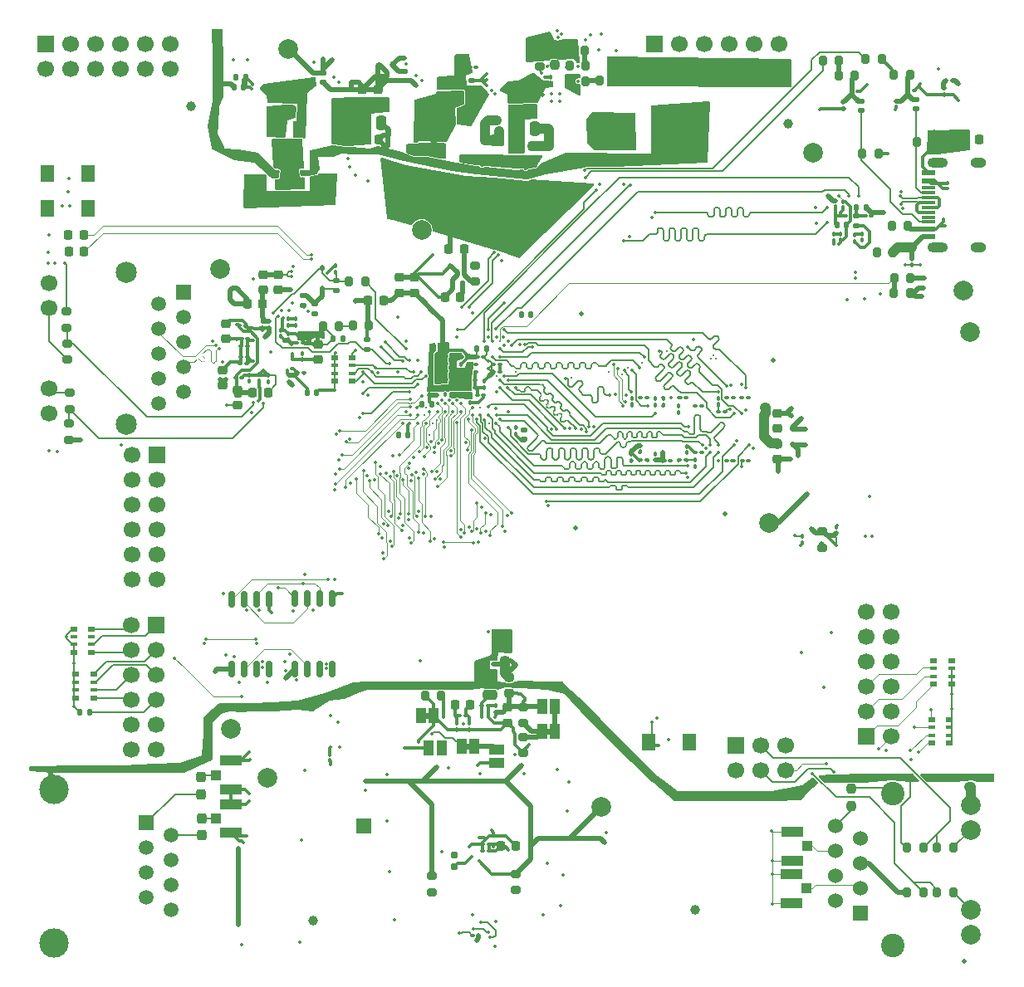
<source format=gbl>
G04 #@! TF.GenerationSoftware,KiCad,Pcbnew,9.0.3-9.0.3-0~ubuntu24.04.1*
G04 #@! TF.CreationDate,2025-08-06T18:11:09+02:00*
G04 #@! TF.ProjectId,acoustic-carrier-board,61636f75-7374-4696-932d-636172726965,rev?*
G04 #@! TF.SameCoordinates,Original*
G04 #@! TF.FileFunction,Copper,L6,Bot*
G04 #@! TF.FilePolarity,Positive*
%FSLAX46Y46*%
G04 Gerber Fmt 4.6, Leading zero omitted, Abs format (unit mm)*
G04 Created by KiCad (PCBNEW 9.0.3-9.0.3-0~ubuntu24.04.1) date 2025-08-06 18:11:09*
%MOMM*%
%LPD*%
G01*
G04 APERTURE LIST*
G04 Aperture macros list*
%AMRoundRect*
0 Rectangle with rounded corners*
0 $1 Rounding radius*
0 $2 $3 $4 $5 $6 $7 $8 $9 X,Y pos of 4 corners*
0 Add a 4 corners polygon primitive as box body*
4,1,4,$2,$3,$4,$5,$6,$7,$8,$9,$2,$3,0*
0 Add four circle primitives for the rounded corners*
1,1,$1+$1,$2,$3*
1,1,$1+$1,$4,$5*
1,1,$1+$1,$6,$7*
1,1,$1+$1,$8,$9*
0 Add four rect primitives between the rounded corners*
20,1,$1+$1,$2,$3,$4,$5,0*
20,1,$1+$1,$4,$5,$6,$7,0*
20,1,$1+$1,$6,$7,$8,$9,0*
20,1,$1+$1,$8,$9,$2,$3,0*%
G04 Aperture macros list end*
G04 #@! TA.AperFunction,EtchedComponent*
%ADD10C,0.000000*%
G04 #@! TD*
G04 #@! TA.AperFunction,ComponentPad*
%ADD11C,2.000000*%
G04 #@! TD*
G04 #@! TA.AperFunction,ComponentPad*
%ADD12R,1.500000X1.500000*%
G04 #@! TD*
G04 #@! TA.AperFunction,ComponentPad*
%ADD13C,1.500000*%
G04 #@! TD*
G04 #@! TA.AperFunction,ComponentPad*
%ADD14C,3.000000*%
G04 #@! TD*
G04 #@! TA.AperFunction,ComponentPad*
%ADD15R,1.700000X1.700000*%
G04 #@! TD*
G04 #@! TA.AperFunction,ComponentPad*
%ADD16C,1.700000*%
G04 #@! TD*
G04 #@! TA.AperFunction,ComponentPad*
%ADD17R,1.524000X1.524000*%
G04 #@! TD*
G04 #@! TA.AperFunction,ComponentPad*
%ADD18C,1.524000*%
G04 #@! TD*
G04 #@! TA.AperFunction,ComponentPad*
%ADD19C,1.999996*%
G04 #@! TD*
G04 #@! TA.AperFunction,ComponentPad*
%ADD20C,2.400046*%
G04 #@! TD*
G04 #@! TA.AperFunction,ComponentPad*
%ADD21R,1.520000X1.520000*%
G04 #@! TD*
G04 #@! TA.AperFunction,ComponentPad*
%ADD22C,1.520000*%
G04 #@! TD*
G04 #@! TA.AperFunction,ComponentPad*
%ADD23C,2.160000*%
G04 #@! TD*
G04 #@! TA.AperFunction,SMDPad,CuDef*
%ADD24R,1.350000X1.800000*%
G04 #@! TD*
G04 #@! TA.AperFunction,SMDPad,CuDef*
%ADD25RoundRect,0.100000X-0.100000X0.130000X-0.100000X-0.130000X0.100000X-0.130000X0.100000X0.130000X0*%
G04 #@! TD*
G04 #@! TA.AperFunction,SMDPad,CuDef*
%ADD26RoundRect,0.250000X-0.250000X-0.475000X0.250000X-0.475000X0.250000X0.475000X-0.250000X0.475000X0*%
G04 #@! TD*
G04 #@! TA.AperFunction,SMDPad,CuDef*
%ADD27RoundRect,0.225000X0.250000X-0.225000X0.250000X0.225000X-0.250000X0.225000X-0.250000X-0.225000X0*%
G04 #@! TD*
G04 #@! TA.AperFunction,SMDPad,CuDef*
%ADD28R,1.000000X1.500000*%
G04 #@! TD*
G04 #@! TA.AperFunction,SMDPad,CuDef*
%ADD29RoundRect,0.100000X0.130000X0.100000X-0.130000X0.100000X-0.130000X-0.100000X0.130000X-0.100000X0*%
G04 #@! TD*
G04 #@! TA.AperFunction,SMDPad,CuDef*
%ADD30RoundRect,0.200000X-0.275000X0.200000X-0.275000X-0.200000X0.275000X-0.200000X0.275000X0.200000X0*%
G04 #@! TD*
G04 #@! TA.AperFunction,SMDPad,CuDef*
%ADD31RoundRect,0.100000X-0.130000X-0.100000X0.130000X-0.100000X0.130000X0.100000X-0.130000X0.100000X0*%
G04 #@! TD*
G04 #@! TA.AperFunction,SMDPad,CuDef*
%ADD32RoundRect,0.225000X-0.225000X-0.250000X0.225000X-0.250000X0.225000X0.250000X-0.225000X0.250000X0*%
G04 #@! TD*
G04 #@! TA.AperFunction,SMDPad,CuDef*
%ADD33RoundRect,0.100000X0.100000X-0.130000X0.100000X0.130000X-0.100000X0.130000X-0.100000X-0.130000X0*%
G04 #@! TD*
G04 #@! TA.AperFunction,SMDPad,CuDef*
%ADD34RoundRect,0.218750X0.256250X-0.218750X0.256250X0.218750X-0.256250X0.218750X-0.256250X-0.218750X0*%
G04 #@! TD*
G04 #@! TA.AperFunction,SMDPad,CuDef*
%ADD35RoundRect,0.218750X-0.218750X-0.256250X0.218750X-0.256250X0.218750X0.256250X-0.218750X0.256250X0*%
G04 #@! TD*
G04 #@! TA.AperFunction,SMDPad,CuDef*
%ADD36RoundRect,0.237500X0.237500X-0.250000X0.237500X0.250000X-0.237500X0.250000X-0.237500X-0.250000X0*%
G04 #@! TD*
G04 #@! TA.AperFunction,SMDPad,CuDef*
%ADD37C,2.000000*%
G04 #@! TD*
G04 #@! TA.AperFunction,SMDPad,CuDef*
%ADD38RoundRect,0.200000X0.200000X0.275000X-0.200000X0.275000X-0.200000X-0.275000X0.200000X-0.275000X0*%
G04 #@! TD*
G04 #@! TA.AperFunction,SMDPad,CuDef*
%ADD39RoundRect,0.218750X-0.256250X0.218750X-0.256250X-0.218750X0.256250X-0.218750X0.256250X0.218750X0*%
G04 #@! TD*
G04 #@! TA.AperFunction,SMDPad,CuDef*
%ADD40R,1.450000X0.600000*%
G04 #@! TD*
G04 #@! TA.AperFunction,SMDPad,CuDef*
%ADD41R,1.450000X0.300000*%
G04 #@! TD*
G04 #@! TA.AperFunction,HeatsinkPad*
%ADD42O,1.600000X1.000000*%
G04 #@! TD*
G04 #@! TA.AperFunction,HeatsinkPad*
%ADD43O,2.100000X1.000000*%
G04 #@! TD*
G04 #@! TA.AperFunction,SMDPad,CuDef*
%ADD44RoundRect,0.140000X0.170000X-0.140000X0.170000X0.140000X-0.170000X0.140000X-0.170000X-0.140000X0*%
G04 #@! TD*
G04 #@! TA.AperFunction,SMDPad,CuDef*
%ADD45RoundRect,0.225000X-0.250000X0.225000X-0.250000X-0.225000X0.250000X-0.225000X0.250000X0.225000X0*%
G04 #@! TD*
G04 #@! TA.AperFunction,SMDPad,CuDef*
%ADD46RoundRect,0.200000X-0.200000X-0.275000X0.200000X-0.275000X0.200000X0.275000X-0.200000X0.275000X0*%
G04 #@! TD*
G04 #@! TA.AperFunction,SMDPad,CuDef*
%ADD47C,1.000000*%
G04 #@! TD*
G04 #@! TA.AperFunction,SMDPad,CuDef*
%ADD48RoundRect,0.135000X0.185000X-0.135000X0.185000X0.135000X-0.185000X0.135000X-0.185000X-0.135000X0*%
G04 #@! TD*
G04 #@! TA.AperFunction,SMDPad,CuDef*
%ADD49RoundRect,0.237500X0.237500X-0.300000X0.237500X0.300000X-0.237500X0.300000X-0.237500X-0.300000X0*%
G04 #@! TD*
G04 #@! TA.AperFunction,SMDPad,CuDef*
%ADD50R,0.800000X0.500000*%
G04 #@! TD*
G04 #@! TA.AperFunction,SMDPad,CuDef*
%ADD51R,0.800000X0.400000*%
G04 #@! TD*
G04 #@! TA.AperFunction,SMDPad,CuDef*
%ADD52RoundRect,0.135000X-0.135000X-0.185000X0.135000X-0.185000X0.135000X0.185000X-0.135000X0.185000X0*%
G04 #@! TD*
G04 #@! TA.AperFunction,SMDPad,CuDef*
%ADD53RoundRect,0.112500X0.112500X-0.187500X0.112500X0.187500X-0.112500X0.187500X-0.112500X-0.187500X0*%
G04 #@! TD*
G04 #@! TA.AperFunction,SMDPad,CuDef*
%ADD54RoundRect,0.160000X0.160000X-0.197500X0.160000X0.197500X-0.160000X0.197500X-0.160000X-0.197500X0*%
G04 #@! TD*
G04 #@! TA.AperFunction,SMDPad,CuDef*
%ADD55RoundRect,0.200000X0.275000X-0.200000X0.275000X0.200000X-0.275000X0.200000X-0.275000X-0.200000X0*%
G04 #@! TD*
G04 #@! TA.AperFunction,SMDPad,CuDef*
%ADD56RoundRect,0.140000X-0.170000X0.140000X-0.170000X-0.140000X0.170000X-0.140000X0.170000X0.140000X0*%
G04 #@! TD*
G04 #@! TA.AperFunction,SMDPad,CuDef*
%ADD57RoundRect,0.225000X0.225000X0.250000X-0.225000X0.250000X-0.225000X-0.250000X0.225000X-0.250000X0*%
G04 #@! TD*
G04 #@! TA.AperFunction,SMDPad,CuDef*
%ADD58RoundRect,0.140000X-0.140000X-0.170000X0.140000X-0.170000X0.140000X0.170000X-0.140000X0.170000X0*%
G04 #@! TD*
G04 #@! TA.AperFunction,SMDPad,CuDef*
%ADD59RoundRect,0.140000X0.140000X0.170000X-0.140000X0.170000X-0.140000X-0.170000X0.140000X-0.170000X0*%
G04 #@! TD*
G04 #@! TA.AperFunction,SMDPad,CuDef*
%ADD60RoundRect,0.250000X-0.450000X0.350000X-0.450000X-0.350000X0.450000X-0.350000X0.450000X0.350000X0*%
G04 #@! TD*
G04 #@! TA.AperFunction,SMDPad,CuDef*
%ADD61RoundRect,0.162500X-0.162500X0.650000X-0.162500X-0.650000X0.162500X-0.650000X0.162500X0.650000X0*%
G04 #@! TD*
G04 #@! TA.AperFunction,SMDPad,CuDef*
%ADD62R,1.050000X1.000000*%
G04 #@! TD*
G04 #@! TA.AperFunction,SMDPad,CuDef*
%ADD63R,2.200000X1.050000*%
G04 #@! TD*
G04 #@! TA.AperFunction,SMDPad,CuDef*
%ADD64RoundRect,0.250000X0.475000X-0.250000X0.475000X0.250000X-0.475000X0.250000X-0.475000X-0.250000X0*%
G04 #@! TD*
G04 #@! TA.AperFunction,SMDPad,CuDef*
%ADD65RoundRect,0.135000X0.135000X0.185000X-0.135000X0.185000X-0.135000X-0.185000X0.135000X-0.185000X0*%
G04 #@! TD*
G04 #@! TA.AperFunction,SMDPad,CuDef*
%ADD66R,1.500000X1.000000*%
G04 #@! TD*
G04 #@! TA.AperFunction,SMDPad,CuDef*
%ADD67RoundRect,0.135000X-0.185000X0.135000X-0.185000X-0.135000X0.185000X-0.135000X0.185000X0.135000X0*%
G04 #@! TD*
G04 #@! TA.AperFunction,ViaPad*
%ADD68C,0.350000*%
G04 #@! TD*
G04 #@! TA.AperFunction,ViaPad*
%ADD69C,0.250000*%
G04 #@! TD*
G04 #@! TA.AperFunction,ViaPad*
%ADD70C,0.500000*%
G04 #@! TD*
G04 #@! TA.AperFunction,Conductor*
%ADD71C,1.000000*%
G04 #@! TD*
G04 #@! TA.AperFunction,Conductor*
%ADD72C,0.500000*%
G04 #@! TD*
G04 #@! TA.AperFunction,Conductor*
%ADD73C,0.300000*%
G04 #@! TD*
G04 #@! TA.AperFunction,Conductor*
%ADD74C,0.200000*%
G04 #@! TD*
G04 #@! TA.AperFunction,Conductor*
%ADD75C,0.124000*%
G04 #@! TD*
G04 #@! TA.AperFunction,Conductor*
%ADD76C,0.156500*%
G04 #@! TD*
G04 #@! TA.AperFunction,Conductor*
%ADD77C,0.100000*%
G04 #@! TD*
G04 #@! TA.AperFunction,Conductor*
%ADD78C,0.121700*%
G04 #@! TD*
G04 #@! TA.AperFunction,Conductor*
%ADD79C,0.155400*%
G04 #@! TD*
G04 APERTURE END LIST*
D10*
G04 #@! TA.AperFunction,EtchedComponent*
G36*
X90260000Y-125900000D02*
G01*
X89760000Y-125900000D01*
X89760000Y-125300000D01*
X90260000Y-125300000D01*
X90260000Y-125900000D01*
G37*
G04 #@! TD.AperFunction*
G04 #@! TA.AperFunction,EtchedComponent*
G36*
X98510000Y-124400000D02*
G01*
X98010000Y-124400000D01*
X98010000Y-123800000D01*
X98510000Y-123800000D01*
X98510000Y-124400000D01*
G37*
G04 #@! TD.AperFunction*
G04 #@! TA.AperFunction,EtchedComponent*
G36*
X86110000Y-122800000D02*
G01*
X85610000Y-122800000D01*
X85610000Y-122200000D01*
X86110000Y-122200000D01*
X86110000Y-122800000D01*
G37*
G04 #@! TD.AperFunction*
D11*
X64740000Y-76940000D03*
D12*
X57250000Y-133380000D03*
D13*
X59790000Y-134650000D03*
X57250000Y-135920000D03*
X59790000Y-137190000D03*
X57250000Y-138460000D03*
X59790000Y-139730000D03*
X57250000Y-141000000D03*
X59790000Y-142270000D03*
D14*
X47850000Y-129975000D03*
X47850000Y-145675000D03*
D15*
X58250000Y-113220000D03*
D16*
X58250000Y-115760000D03*
X58250000Y-118300000D03*
X58250000Y-120840000D03*
X58250000Y-123380000D03*
X58250000Y-125920000D03*
X55710000Y-113220000D03*
X55710000Y-115760000D03*
X55710000Y-118300000D03*
X55710000Y-120840000D03*
X55710000Y-123380000D03*
X55710000Y-125920000D03*
D15*
X58295000Y-95895000D03*
D16*
X58295000Y-98435000D03*
X58295000Y-100975000D03*
X58295000Y-103515000D03*
X58295000Y-106055000D03*
X58295000Y-108595000D03*
X55755000Y-95895000D03*
X55755000Y-98435000D03*
X55755000Y-100975000D03*
X55755000Y-103515000D03*
X55755000Y-106055000D03*
X55755000Y-108595000D03*
D11*
X125230000Y-65090000D03*
D12*
X79430000Y-133730000D03*
D15*
X47000000Y-54000000D03*
D16*
X47000000Y-56540000D03*
X49540000Y-54000000D03*
X49540000Y-56540000D03*
X52080000Y-54000000D03*
X52080000Y-56540000D03*
X54620000Y-54000000D03*
X54620000Y-56540000D03*
X57160000Y-54000000D03*
X57160000Y-56540000D03*
X59700000Y-54000000D03*
X59700000Y-56540000D03*
D17*
X130005000Y-142630000D03*
D18*
X127465000Y-141370160D03*
X130005000Y-140090000D03*
X127465000Y-138830160D03*
X130005000Y-137550000D03*
X127465000Y-136290160D03*
X130005000Y-135010000D03*
X127465000Y-133750160D03*
D19*
X141254914Y-144815162D03*
X141254914Y-142275162D03*
X141254914Y-134104998D03*
X141254914Y-131564998D03*
D20*
X133304968Y-145940128D03*
X133304968Y-130440032D03*
D15*
X109000000Y-54000000D03*
D16*
X109000000Y-56540000D03*
X111540000Y-54000000D03*
X111540000Y-56540000D03*
X114080000Y-54000000D03*
X114080000Y-56540000D03*
X116620000Y-54000000D03*
X116620000Y-56540000D03*
X119160000Y-54000000D03*
X119160000Y-56540000D03*
X121700000Y-54000000D03*
X121700000Y-56540000D03*
D11*
X140540000Y-79100000D03*
X71720000Y-54490000D03*
X85290000Y-72900000D03*
D15*
X130605000Y-124575000D03*
D16*
X130605000Y-122035000D03*
X130605000Y-119495000D03*
X130605000Y-116955000D03*
X130605000Y-114415000D03*
X130605000Y-111875000D03*
X133145000Y-124575000D03*
X133145000Y-122035000D03*
X133145000Y-119495000D03*
X133145000Y-116955000D03*
X133145000Y-114415000D03*
X133145000Y-111875000D03*
D11*
X65870000Y-123800000D03*
X69570000Y-128830000D03*
D21*
X61050000Y-79270000D03*
D22*
X58510000Y-80440000D03*
X61050000Y-81810000D03*
X58510000Y-82980000D03*
X61050000Y-84350000D03*
X58510000Y-85520000D03*
X61050000Y-86890000D03*
X58510000Y-88060000D03*
X61050000Y-89430000D03*
X58510000Y-90600000D03*
D16*
X47270000Y-78360000D03*
X47270000Y-80900000D03*
X47270000Y-89080000D03*
X47270000Y-91620000D03*
D23*
X55220000Y-92730000D03*
X55220000Y-77250000D03*
D11*
X103600000Y-131800000D03*
D15*
X117310000Y-125470000D03*
D16*
X117310000Y-128010000D03*
X119850000Y-125470000D03*
X119850000Y-128010000D03*
X122390000Y-125470000D03*
X122390000Y-128010000D03*
D24*
X108445000Y-125180000D03*
X112595000Y-125180000D03*
D25*
X113140000Y-96400000D03*
X113140000Y-97040000D03*
X70960000Y-83150000D03*
X70960000Y-83790000D03*
D26*
X70805000Y-62595000D03*
X72705000Y-62595000D03*
D27*
X79255000Y-60140000D03*
X79255000Y-58590000D03*
D28*
X90660000Y-125600000D03*
X89360000Y-125600000D03*
D29*
X86920000Y-86570000D03*
X86280000Y-86570000D03*
D24*
X51325000Y-70720000D03*
X47175000Y-70720000D03*
D30*
X49370000Y-92675000D03*
X49370000Y-94325000D03*
D31*
X87770000Y-86560000D03*
X88410000Y-86560000D03*
D32*
X93367500Y-135780000D03*
X94917500Y-135780000D03*
D25*
X72460000Y-82010000D03*
X72460000Y-82650000D03*
D27*
X96400000Y-60855000D03*
X96400000Y-59305000D03*
D31*
X87750000Y-88180000D03*
X88390000Y-88180000D03*
D33*
X111500000Y-91560000D03*
X111500000Y-90920000D03*
D34*
X69140000Y-79037500D03*
X69140000Y-77462500D03*
D35*
X140542500Y-63680000D03*
X142117500Y-63680000D03*
D36*
X129060000Y-131712500D03*
X129060000Y-129887500D03*
D31*
X87760000Y-85770000D03*
X88400000Y-85770000D03*
D11*
X141230000Y-83380000D03*
D29*
X73210000Y-84470000D03*
X72570000Y-84470000D03*
D11*
X120722250Y-102810000D03*
D37*
X71830000Y-67370000D03*
D25*
X88860000Y-123260000D03*
X88860000Y-123900000D03*
X128290000Y-70030000D03*
X128290000Y-70670000D03*
D29*
X89610000Y-77520000D03*
X88970000Y-77520000D03*
D33*
X128292500Y-60557500D03*
X128292500Y-59917500D03*
D25*
X71710000Y-83480000D03*
X71710000Y-84120000D03*
D38*
X135085000Y-79370000D03*
X133435000Y-79370000D03*
D33*
X135260000Y-76510000D03*
X135260000Y-75870000D03*
D39*
X94185000Y-118582500D03*
X94185000Y-120157500D03*
D40*
X136985000Y-67120000D03*
X136985000Y-67920000D03*
D41*
X136985000Y-69120000D03*
X136985000Y-70120000D03*
X136985000Y-70620000D03*
X136985000Y-71620000D03*
D40*
X136985000Y-72820000D03*
X136985000Y-73620000D03*
X136985000Y-73620000D03*
X136985000Y-72820000D03*
D41*
X136985000Y-72120000D03*
X136985000Y-71120000D03*
X136985000Y-69620000D03*
X136985000Y-68620000D03*
D40*
X136985000Y-67920000D03*
X136985000Y-67120000D03*
D42*
X142080000Y-66050000D03*
D43*
X137900000Y-66050000D03*
D42*
X142080000Y-74690000D03*
D43*
X137900000Y-74690000D03*
D44*
X135680000Y-60580000D03*
X135680000Y-59620000D03*
D27*
X121570000Y-93165000D03*
X121570000Y-91615000D03*
D29*
X93270000Y-86610000D03*
X92630000Y-86610000D03*
D32*
X88710000Y-121370000D03*
X90260000Y-121370000D03*
D33*
X68742500Y-88305000D03*
X68742500Y-87665000D03*
X71810000Y-88400000D03*
X71810000Y-87760000D03*
D29*
X108230000Y-96400000D03*
X107590000Y-96400000D03*
D45*
X70660000Y-77465000D03*
X70660000Y-79015000D03*
D46*
X100365002Y-56179999D03*
X102015002Y-56179999D03*
D47*
X74250000Y-143370000D03*
D48*
X79730000Y-85130000D03*
X79730000Y-84110000D03*
D30*
X95660000Y-121575000D03*
X95660000Y-123225000D03*
D38*
X134855000Y-72530000D03*
X133205000Y-72530000D03*
D29*
X112290000Y-90040000D03*
X111650000Y-90040000D03*
D48*
X73240000Y-80630000D03*
X73240000Y-79610000D03*
D33*
X92860000Y-122120000D03*
X92860000Y-121480000D03*
D31*
X87760000Y-87310000D03*
X88400000Y-87310000D03*
D49*
X62810000Y-130472500D03*
X62810000Y-128747500D03*
D44*
X130092500Y-60747500D03*
X130092500Y-59787500D03*
D50*
X137510000Y-119250000D03*
D51*
X137510000Y-118450000D03*
X137510000Y-117650000D03*
D50*
X137510000Y-116850000D03*
X139310000Y-116850000D03*
D51*
X139310000Y-117650000D03*
X139310000Y-118450000D03*
D50*
X139310000Y-119250000D03*
D33*
X67730000Y-88370000D03*
X67730000Y-87730000D03*
D52*
X50470000Y-122140000D03*
X51490000Y-122140000D03*
D31*
X118000000Y-96450000D03*
X118640000Y-96450000D03*
D53*
X75160000Y-78960000D03*
X75160000Y-76860000D03*
D33*
X115520000Y-90750000D03*
X115520000Y-90110000D03*
D50*
X51650000Y-113620000D03*
D51*
X51650000Y-114420000D03*
X51650000Y-115220000D03*
D50*
X51650000Y-116020000D03*
X49850000Y-116020000D03*
D51*
X49850000Y-115220000D03*
X49850000Y-114420000D03*
D50*
X49850000Y-113620000D03*
D54*
X88600000Y-137887500D03*
X88600000Y-136692500D03*
D25*
X109930000Y-90130000D03*
X109930000Y-90770000D03*
D27*
X83010000Y-79335000D03*
X83010000Y-77785000D03*
D55*
X90745000Y-78195000D03*
X90745000Y-76545000D03*
D25*
X94930000Y-93100000D03*
X94930000Y-93740000D03*
D31*
X116360000Y-96430000D03*
X117000000Y-96430000D03*
D33*
X127310000Y-74008000D03*
X127310000Y-73368000D03*
D31*
X66900000Y-84780000D03*
X67540000Y-84780000D03*
D56*
X75255000Y-56905000D03*
X75255000Y-57865000D03*
D31*
X66822500Y-86585000D03*
X67462500Y-86585000D03*
D38*
X79545000Y-78150000D03*
X77895000Y-78150000D03*
X139480000Y-135960000D03*
X137830000Y-135960000D03*
D27*
X65342500Y-84060000D03*
X65342500Y-82510000D03*
D29*
X86880000Y-87410000D03*
X86240000Y-87410000D03*
D38*
X139480000Y-140510000D03*
X137830000Y-140510000D03*
D25*
X109120000Y-90125000D03*
X109120000Y-90765000D03*
D57*
X81400000Y-80130000D03*
X79850000Y-80130000D03*
D33*
X86890000Y-89765000D03*
X86890000Y-89125000D03*
X106690000Y-96430000D03*
X106690000Y-95790000D03*
X91660000Y-88990000D03*
X91660000Y-88350000D03*
D38*
X137445000Y-63920000D03*
X135795000Y-63920000D03*
D56*
X95780000Y-93340000D03*
X95780000Y-94300000D03*
D29*
X90860000Y-87450000D03*
X90220000Y-87450000D03*
D33*
X92630000Y-117220000D03*
X92630000Y-116580000D03*
D25*
X73142500Y-85510000D03*
X73142500Y-86150000D03*
D28*
X97610000Y-124100000D03*
X98910000Y-124100000D03*
D25*
X71730000Y-82010000D03*
X71730000Y-82650000D03*
D29*
X73262500Y-87485000D03*
X72622500Y-87485000D03*
D58*
X90930000Y-85000000D03*
X91890000Y-85000000D03*
D59*
X86310000Y-90700000D03*
X85350000Y-90700000D03*
D46*
X133485000Y-77810000D03*
X135135000Y-77810000D03*
D50*
X78230000Y-85950000D03*
D51*
X78230000Y-86750000D03*
X78230000Y-87550000D03*
D50*
X78230000Y-88350000D03*
X76430000Y-88350000D03*
D51*
X76430000Y-87550000D03*
X76430000Y-86750000D03*
D50*
X76430000Y-85950000D03*
D29*
X90845000Y-56350000D03*
X90205000Y-56350000D03*
D31*
X91440000Y-121470000D03*
X92080000Y-121470000D03*
D28*
X97610000Y-121500000D03*
X98910000Y-121500000D03*
D38*
X136430000Y-135960000D03*
X134780000Y-135960000D03*
D59*
X87430000Y-84870000D03*
X86470000Y-84870000D03*
D60*
X93040000Y-63820000D03*
X93040000Y-65820000D03*
D27*
X87505000Y-59440000D03*
X87505000Y-57890000D03*
D29*
X86860000Y-85750000D03*
X86220000Y-85750000D03*
X92187500Y-135580000D03*
X91547500Y-135580000D03*
D59*
X128610000Y-72420000D03*
X127650000Y-72420000D03*
D25*
X89320000Y-86640000D03*
X89320000Y-87280000D03*
D55*
X49150000Y-86155000D03*
X49150000Y-84505000D03*
D25*
X90160000Y-123235000D03*
X90160000Y-123875000D03*
D61*
X65940000Y-110582500D03*
X67210000Y-110582500D03*
X68480000Y-110582500D03*
X69750000Y-110582500D03*
X69750000Y-117757500D03*
X68480000Y-117757500D03*
X67210000Y-117757500D03*
X65940000Y-117757500D03*
D62*
X124580000Y-135780160D03*
D63*
X123055000Y-137255160D03*
X123055000Y-134305160D03*
D62*
X64317500Y-128520000D03*
D63*
X65842500Y-127045000D03*
X65842500Y-129995000D03*
D59*
X67150000Y-58360000D03*
X66190000Y-58360000D03*
D38*
X133335000Y-75188000D03*
X131685000Y-75188000D03*
D35*
X49252500Y-73410000D03*
X50827500Y-73410000D03*
D45*
X74700000Y-84575000D03*
X74700000Y-86125000D03*
D29*
X113840000Y-90850000D03*
X113200000Y-90850000D03*
D45*
X94060000Y-121650000D03*
X94060000Y-123200000D03*
D29*
X112250000Y-96410000D03*
X111610000Y-96410000D03*
X131150000Y-71460000D03*
X130510000Y-71460000D03*
D25*
X90200000Y-89860000D03*
X90200000Y-90500000D03*
D29*
X90870000Y-86650000D03*
X90230000Y-86650000D03*
D26*
X94955000Y-62615000D03*
X96855000Y-62615000D03*
D31*
X90980000Y-89800000D03*
X91620000Y-89800000D03*
D33*
X88510000Y-89730000D03*
X88510000Y-89090000D03*
D64*
X92285000Y-120320000D03*
X92285000Y-118420000D03*
D28*
X86510000Y-122500000D03*
X85210000Y-122500000D03*
D25*
X69742500Y-82265000D03*
X69742500Y-82905000D03*
D46*
X130545000Y-55490000D03*
X132195000Y-55490000D03*
D33*
X69642500Y-88385000D03*
X69642500Y-87745000D03*
D50*
X51850000Y-118260000D03*
D51*
X51850000Y-119060000D03*
X51850000Y-119860000D03*
D50*
X51850000Y-120660000D03*
X50050000Y-120660000D03*
D51*
X50050000Y-119860000D03*
X50050000Y-119060000D03*
D50*
X50050000Y-118260000D03*
D29*
X90020000Y-85850000D03*
X89380000Y-85850000D03*
D30*
X95660000Y-124635000D03*
X95660000Y-126285000D03*
D65*
X67380000Y-57360000D03*
X66360000Y-57360000D03*
D39*
X64990000Y-87230000D03*
X64990000Y-88805000D03*
D30*
X126172250Y-103680000D03*
X126172250Y-105330000D03*
D49*
X62860000Y-134672500D03*
X62860000Y-132947500D03*
D46*
X134805000Y-140510000D03*
X136455000Y-140510000D03*
D27*
X84590000Y-79335000D03*
X84590000Y-77785000D03*
D65*
X77310000Y-84020000D03*
X76290000Y-84020000D03*
D30*
X86330000Y-138825000D03*
X86330000Y-140475000D03*
D29*
X113860000Y-95650000D03*
X113220000Y-95650000D03*
D33*
X138567500Y-59132500D03*
X138567500Y-58492500D03*
D31*
X89165000Y-122470000D03*
X89805000Y-122470000D03*
D36*
X98840000Y-56100000D03*
X98840000Y-54275000D03*
D25*
X69042500Y-82265000D03*
X69042500Y-82905000D03*
D24*
X51330000Y-67180000D03*
X47180000Y-67180000D03*
D60*
X85580000Y-62600000D03*
X85580000Y-64600000D03*
D29*
X92167500Y-136280000D03*
X91527500Y-136280000D03*
D46*
X78265000Y-82700000D03*
X79915000Y-82700000D03*
D27*
X94820000Y-60885000D03*
X94820000Y-59335000D03*
D29*
X129812500Y-58767500D03*
X129172500Y-58767500D03*
D33*
X128010000Y-73988000D03*
X128010000Y-73348000D03*
X124072250Y-104825000D03*
X124072250Y-104185000D03*
D29*
X86895000Y-88160000D03*
X86255000Y-88160000D03*
D47*
X122660000Y-62130000D03*
D34*
X66550000Y-90827500D03*
X66550000Y-89252500D03*
D25*
X109090000Y-95750000D03*
X109090000Y-96390000D03*
D30*
X49410000Y-89565000D03*
X49410000Y-91215000D03*
D46*
X100365002Y-57779999D03*
X102015002Y-57779999D03*
D31*
X66867500Y-85885000D03*
X67507500Y-85885000D03*
X117940000Y-90070000D03*
X118580000Y-90070000D03*
D29*
X135500000Y-58700000D03*
X134860000Y-58700000D03*
D66*
X92960000Y-125950000D03*
X92960000Y-127250000D03*
D59*
X89440000Y-78470000D03*
X88480000Y-78470000D03*
D35*
X49302500Y-75160000D03*
X50877500Y-75160000D03*
D55*
X49110000Y-82915000D03*
X49110000Y-81265000D03*
D29*
X90760000Y-89050000D03*
X90120000Y-89050000D03*
D57*
X69107500Y-80485000D03*
X67557500Y-80485000D03*
D31*
X90980000Y-85870000D03*
X91620000Y-85870000D03*
D27*
X70355000Y-60870000D03*
X70355000Y-59320000D03*
X89005000Y-59440000D03*
X89005000Y-57890000D03*
D31*
X116420000Y-90040000D03*
X117060000Y-90040000D03*
D59*
X130590000Y-70608000D03*
X129630000Y-70608000D03*
D56*
X83567500Y-56735000D03*
X83567500Y-57695000D03*
D67*
X76630000Y-78100000D03*
X76630000Y-79120000D03*
D27*
X80855000Y-60140000D03*
X80855000Y-58590000D03*
D33*
X86100000Y-89730000D03*
X86100000Y-89090000D03*
D38*
X131855000Y-65120000D03*
X130205000Y-65120000D03*
D44*
X129610000Y-72468000D03*
X129610000Y-71508000D03*
D29*
X139387500Y-57687500D03*
X138747500Y-57687500D03*
D31*
X115580000Y-91510000D03*
X116220000Y-91510000D03*
X66722500Y-82685000D03*
X67362500Y-82685000D03*
D46*
X103445000Y-57660000D03*
X105095000Y-57660000D03*
D26*
X87655000Y-61265000D03*
X89555000Y-61265000D03*
D46*
X127805000Y-57210000D03*
X129455000Y-57210000D03*
D61*
X72380000Y-110512500D03*
X73650000Y-110512500D03*
X74920000Y-110512500D03*
X76190000Y-110512500D03*
X76190000Y-117687500D03*
X74920000Y-117687500D03*
X73650000Y-117687500D03*
X72380000Y-117687500D03*
D59*
X96420000Y-81570000D03*
X95460000Y-81570000D03*
D25*
X75935000Y-126435000D03*
X75935000Y-127075000D03*
D46*
X75235000Y-82730000D03*
X76885000Y-82730000D03*
D32*
X95045000Y-64370000D03*
X96595000Y-64370000D03*
D33*
X133655000Y-60420000D03*
X133655000Y-59780000D03*
D27*
X93785000Y-116845000D03*
X93785000Y-115295000D03*
D33*
X106750000Y-90720000D03*
X106750000Y-90080000D03*
D29*
X90770000Y-88260000D03*
X90130000Y-88260000D03*
D31*
X66322500Y-87985000D03*
X66962500Y-87985000D03*
D46*
X133430000Y-57100000D03*
X135080000Y-57100000D03*
D33*
X87700000Y-89720000D03*
X87700000Y-89080000D03*
D46*
X126205000Y-55660000D03*
X127855000Y-55660000D03*
D59*
X74580000Y-89500000D03*
X73620000Y-89500000D03*
D33*
X89250000Y-89725000D03*
X89250000Y-89085000D03*
D31*
X66920000Y-84030000D03*
X67560000Y-84030000D03*
D38*
X101930000Y-54620000D03*
X100280000Y-54620000D03*
D33*
X112350000Y-95660000D03*
X112350000Y-95020000D03*
D27*
X71855000Y-60870000D03*
X71855000Y-59320000D03*
D25*
X98490002Y-57339999D03*
X98490002Y-57979999D03*
D33*
X129410000Y-74108000D03*
X129410000Y-73468000D03*
D35*
X88075000Y-74910000D03*
X89650000Y-74910000D03*
D59*
X83920000Y-93860000D03*
X82960000Y-93860000D03*
D62*
X124530000Y-140080160D03*
D63*
X123005000Y-141555160D03*
X123005000Y-138605160D03*
D46*
X85665000Y-120430000D03*
X87315000Y-120430000D03*
D62*
X64305000Y-132960000D03*
D63*
X65830000Y-131485000D03*
X65830000Y-134435000D03*
D29*
X91090000Y-144860000D03*
X90450000Y-144860000D03*
D50*
X137330000Y-125260000D03*
D51*
X137330000Y-124460000D03*
X137330000Y-123660000D03*
D50*
X137330000Y-122860000D03*
X139130000Y-122860000D03*
D51*
X139130000Y-123660000D03*
X139130000Y-124460000D03*
D50*
X139130000Y-125260000D03*
D25*
X127602250Y-103225000D03*
X127602250Y-103865000D03*
X127530000Y-69960000D03*
X127530000Y-70600000D03*
D32*
X68095000Y-89500000D03*
X69645000Y-89500000D03*
D45*
X121600000Y-94755000D03*
X121600000Y-96305000D03*
D33*
X107560000Y-95570000D03*
X107560000Y-94930000D03*
X130210000Y-73988000D03*
X130210000Y-73348000D03*
X76530000Y-77230000D03*
X76530000Y-76590000D03*
D57*
X89205000Y-79800000D03*
X87655000Y-79800000D03*
D30*
X94910000Y-138605000D03*
X94910000Y-140255000D03*
D29*
X110670000Y-96430000D03*
X110030000Y-96430000D03*
D32*
X79355000Y-63720000D03*
X80905000Y-63720000D03*
D47*
X113160000Y-142260000D03*
D30*
X97310000Y-54625000D03*
X97310000Y-56275000D03*
D48*
X74380000Y-81470000D03*
X74380000Y-80450000D03*
D47*
X61770000Y-60280000D03*
D29*
X108260000Y-90030000D03*
X107620000Y-90030000D03*
D56*
X90430000Y-57685000D03*
X90430000Y-58645000D03*
D26*
X79270000Y-61970000D03*
X81170000Y-61970000D03*
D29*
X93270000Y-87380000D03*
X92630000Y-87380000D03*
D28*
X86040000Y-125760000D03*
X87340000Y-125760000D03*
D68*
X71260000Y-84260000D03*
X75550000Y-117170000D03*
X87360000Y-136310000D03*
X92320000Y-102010000D03*
D69*
X94900000Y-87450000D03*
D68*
X121080000Y-138630000D03*
X49420000Y-70480000D03*
X137445000Y-64990000D03*
X90140000Y-56380000D03*
X81780000Y-133230000D03*
X136570000Y-77810000D03*
D70*
X105100000Y-125000000D03*
X90200000Y-119400000D03*
D68*
X104090000Y-134390000D03*
X99710000Y-138750000D03*
X69600000Y-119080000D03*
D69*
X92940000Y-87850000D03*
D68*
X67750000Y-126170000D03*
X117440000Y-94440000D03*
X90500000Y-142800000D03*
X47250000Y-75180000D03*
X68770000Y-111710000D03*
D69*
X105730000Y-87700000D03*
D70*
X66500000Y-65200000D03*
D68*
X48960000Y-76330000D03*
X89260000Y-55350000D03*
D70*
X54900000Y-128000000D03*
X74265000Y-121575000D03*
D68*
X82810000Y-97960000D03*
X87320000Y-90300000D03*
X73710000Y-81200000D03*
X91820000Y-103700000D03*
X73730000Y-57730000D03*
X81740000Y-128450000D03*
D70*
X100400000Y-120300000D03*
X113320000Y-64960000D03*
D68*
X81130000Y-97090000D03*
X93480000Y-76040000D03*
X94900000Y-93850000D03*
D70*
X75850000Y-120550000D03*
D68*
X92070000Y-87050000D03*
D69*
X100560000Y-87970000D03*
D68*
X90960000Y-118400000D03*
X68100000Y-86280000D03*
X71430000Y-117860000D03*
D70*
X64600000Y-56500000D03*
D69*
X115330000Y-86070000D03*
D68*
X107520000Y-90050000D03*
D70*
X109100000Y-128900000D03*
D68*
X98250000Y-64350000D03*
X81900000Y-101660000D03*
X67730000Y-130440000D03*
X94100000Y-91450000D03*
X72200000Y-76620000D03*
X90510000Y-81420000D03*
X85490000Y-103860000D03*
D70*
X121600000Y-96305000D03*
D68*
X109120000Y-90850000D03*
D70*
X76100000Y-64900000D03*
D68*
X82900000Y-93850000D03*
X81300000Y-104340000D03*
X65310000Y-116282500D03*
X128290000Y-70670000D03*
X76925000Y-125712500D03*
D70*
X122960000Y-91160000D03*
X64000000Y-62100000D03*
D68*
X91740000Y-94210000D03*
X92790000Y-114010000D03*
X69042500Y-82905000D03*
X91390000Y-101240000D03*
X128485000Y-59725000D03*
X86380000Y-77400000D03*
X68370000Y-83040000D03*
X98200000Y-101070000D03*
X91130000Y-134930000D03*
X91320000Y-90260000D03*
X86570649Y-104400873D03*
X121080000Y-141640000D03*
D70*
X135100000Y-128800000D03*
D68*
X85665000Y-120430000D03*
X66130000Y-55600000D03*
D70*
X95400000Y-119370000D03*
D68*
X88500000Y-86650000D03*
X132850000Y-65120000D03*
X84950000Y-101650000D03*
X67770000Y-126960000D03*
X129652501Y-59657499D03*
X111520000Y-90050000D03*
X129560000Y-77840000D03*
X107520000Y-94850000D03*
X82400000Y-95980000D03*
X90150000Y-135830000D03*
X87655000Y-79800000D03*
X92780000Y-146010000D03*
X135140001Y-59389999D03*
X126270000Y-119610000D03*
X94630000Y-124090000D03*
X72140000Y-85550000D03*
X127562250Y-105070000D03*
X115520000Y-90050000D03*
X100340000Y-129240000D03*
X70020000Y-111970000D03*
X87000000Y-94730000D03*
X130430000Y-79990000D03*
X134204613Y-68999358D03*
X76470000Y-108580000D03*
X69190000Y-87200000D03*
X70980000Y-81150000D03*
D69*
X106310000Y-87010000D03*
D70*
X64600000Y-53300000D03*
D68*
X83700000Y-91450000D03*
X85160000Y-116880000D03*
D70*
X87800000Y-119400000D03*
D68*
X117910000Y-88640000D03*
X90913599Y-103371551D03*
X67550000Y-85310000D03*
X70550000Y-58080000D03*
D70*
X121000000Y-130700000D03*
D68*
X89130000Y-144610000D03*
X93710000Y-84690000D03*
X75675000Y-77315000D03*
X106470000Y-73650000D03*
X101540000Y-93240000D03*
X80800000Y-87470000D03*
X67740000Y-131160000D03*
X67570000Y-55560000D03*
X80480000Y-98430000D03*
X66680000Y-119090000D03*
X76643268Y-93790914D03*
X92910000Y-83840000D03*
X105230000Y-56182500D03*
X79804275Y-89750384D03*
X125022250Y-103410000D03*
X128010000Y-73348000D03*
D70*
X64700000Y-57900000D03*
D68*
X81900000Y-63320000D03*
D70*
X139400000Y-128800000D03*
D68*
X89300000Y-89050000D03*
X127685000Y-72385000D03*
X65800000Y-79300000D03*
X125470000Y-70630000D03*
D69*
X92160000Y-92660000D03*
X115040000Y-85700000D03*
D68*
X93790000Y-58600000D03*
X104390000Y-56800000D03*
X116850000Y-88760000D03*
X109920000Y-90850000D03*
X110720000Y-90050000D03*
X86910000Y-122900000D03*
X68477311Y-115104928D03*
D70*
X90800000Y-66800000D03*
D68*
X134245000Y-59725000D03*
X119120000Y-95220000D03*
D70*
X77400000Y-120400000D03*
D68*
X90100000Y-89050000D03*
D70*
X124400000Y-129900000D03*
D68*
X132690000Y-126030000D03*
X77170000Y-110010000D03*
X82900000Y-81850000D03*
X121010000Y-134260000D03*
X137950000Y-56540000D03*
X76520000Y-97800000D03*
D70*
X111300000Y-130700000D03*
D68*
X69905000Y-85335000D03*
X118340000Y-91270000D03*
X86900000Y-89050000D03*
X130952250Y-100120000D03*
D70*
X109530000Y-60990000D03*
D68*
X98530000Y-93210000D03*
X89310000Y-88250000D03*
X86860000Y-97560000D03*
X80970000Y-56070000D03*
X114290000Y-95240000D03*
X97650000Y-142820000D03*
X84490000Y-96140000D03*
X71910000Y-79030000D03*
X117120000Y-96450000D03*
X66580000Y-79090000D03*
X48680000Y-70480000D03*
X105190000Y-57660000D03*
X85500000Y-97850000D03*
X134357435Y-70698915D03*
D70*
X96200000Y-55500000D03*
X83200000Y-65400000D03*
D68*
X81730000Y-57260000D03*
D70*
X107000000Y-126900000D03*
D68*
X81320000Y-105900000D03*
X87200000Y-98330000D03*
X91220000Y-128350000D03*
X82570000Y-143250000D03*
X113120000Y-95650000D03*
X93790000Y-103630000D03*
D70*
X127920000Y-128900000D03*
D69*
X107770000Y-86460000D03*
D68*
X76820000Y-96410000D03*
X69110000Y-117590000D03*
X95290000Y-84620000D03*
X92950000Y-89430000D03*
X88500000Y-88250000D03*
X69090000Y-116940000D03*
X129610000Y-71500000D03*
D70*
X96500000Y-53600000D03*
D68*
X73090000Y-135180000D03*
D70*
X137500000Y-128800000D03*
D68*
X123990000Y-116000000D03*
X113140000Y-97040000D03*
X113030000Y-84110000D03*
D70*
X98000000Y-119400000D03*
D68*
X75975000Y-127417500D03*
X102860000Y-92980000D03*
X105930000Y-68240000D03*
X130510000Y-71460000D03*
X83700000Y-84250000D03*
D70*
X109020000Y-65510000D03*
X105520000Y-65680000D03*
X97900000Y-66400000D03*
D68*
X92900000Y-91120000D03*
X67730000Y-87730000D03*
D70*
X78200000Y-64800000D03*
D68*
X89800000Y-94620000D03*
X92735000Y-115410000D03*
X109920000Y-96450000D03*
X84080000Y-104300000D03*
D70*
X72600000Y-121500000D03*
D68*
X78970000Y-92030000D03*
X87600000Y-105280000D03*
X68120000Y-84170000D03*
D70*
X113990000Y-63490000D03*
D68*
X82900000Y-87450000D03*
X94060000Y-123200000D03*
X81650000Y-97740000D03*
D70*
X47500000Y-128000000D03*
D68*
X82670000Y-57730000D03*
X86445000Y-75475000D03*
D69*
X110290000Y-85280000D03*
D68*
X121030000Y-137240000D03*
X113120000Y-90850000D03*
X84760000Y-58240000D03*
X129410000Y-73468000D03*
D70*
X122970000Y-91920000D03*
D69*
X86410000Y-92670000D03*
D68*
X72040000Y-87080000D03*
D70*
X68400000Y-65500000D03*
X95000000Y-67200000D03*
D68*
X137600000Y-62890000D03*
X94060857Y-102067512D03*
X88120000Y-90310000D03*
X72460000Y-82650000D03*
D70*
X103300000Y-123100000D03*
X111890000Y-60890000D03*
D68*
X66500000Y-80485000D03*
D70*
X143300000Y-128800000D03*
D68*
X132090000Y-79410000D03*
D70*
X85800000Y-65900000D03*
D68*
X110440000Y-124880000D03*
X99490000Y-141850000D03*
D70*
X79600000Y-119430503D03*
D69*
X85722164Y-91060000D03*
D68*
X88010000Y-127790000D03*
X97850000Y-58040000D03*
X127060000Y-114000000D03*
X82070000Y-104660000D03*
X79340000Y-88390000D03*
X135230000Y-126910000D03*
D70*
X63500000Y-126800000D03*
X93000000Y-119420117D03*
D68*
X81880000Y-63840000D03*
D70*
X64600000Y-59500000D03*
D68*
X72190000Y-111820000D03*
X47280000Y-73410000D03*
X81400000Y-102910000D03*
D70*
X70200000Y-121600000D03*
D68*
X106720000Y-90050000D03*
D70*
X85300000Y-119400000D03*
D68*
X116740000Y-91220000D03*
X130210000Y-73348000D03*
X63183460Y-115081833D03*
D69*
X91250000Y-91030000D03*
D70*
X60920000Y-127940000D03*
D68*
X129560000Y-77210000D03*
X72910000Y-145540000D03*
X98110000Y-137490000D03*
X66280000Y-58345000D03*
X134420000Y-74700000D03*
X71365000Y-116977500D03*
X96285000Y-125425000D03*
X88500000Y-89050000D03*
X84210000Y-98500000D03*
D70*
X141900000Y-128800000D03*
D68*
X50490000Y-94340000D03*
D70*
X64600000Y-55200000D03*
D68*
X139265000Y-63680000D03*
X109920000Y-95650000D03*
X67450000Y-134770000D03*
X67420000Y-111710000D03*
X88500000Y-85850000D03*
X72040000Y-84590000D03*
X138517500Y-58012500D03*
X106174950Y-89800000D03*
X68110000Y-77920000D03*
X115520000Y-96450000D03*
X49330000Y-67720000D03*
X72130000Y-86160000D03*
X84700000Y-97620000D03*
D70*
X74300000Y-65100000D03*
D68*
X65040000Y-86360000D03*
D70*
X63600000Y-124100000D03*
D68*
X88240000Y-76560000D03*
X101280000Y-57760000D03*
X100470000Y-53640000D03*
X67150000Y-135450000D03*
X95730000Y-128350000D03*
X98210000Y-62630000D03*
X71740000Y-81150000D03*
X84860000Y-86250000D03*
X135320000Y-74700000D03*
X71600000Y-87230000D03*
X83970000Y-97260000D03*
X128562000Y-71508000D03*
X109090000Y-96390000D03*
D70*
X58200000Y-128000000D03*
X101800000Y-121600000D03*
D68*
X83940000Y-102460000D03*
D70*
X98000000Y-53200000D03*
D68*
X111520000Y-90850000D03*
X92450000Y-123875000D03*
X85010000Y-125140000D03*
D70*
X131750000Y-128770000D03*
D68*
X99090000Y-127950000D03*
D69*
X86100000Y-93850000D03*
D68*
X86250000Y-102170000D03*
D70*
X117500000Y-130700000D03*
D68*
X112379099Y-98143884D03*
X92100000Y-86330000D03*
X86570000Y-95620000D03*
X111520000Y-96450000D03*
X81870000Y-64360000D03*
X63980000Y-84310000D03*
D70*
X80800000Y-64800000D03*
D68*
X54640000Y-94820000D03*
X93640000Y-83840000D03*
X74250000Y-111730000D03*
X88500000Y-87450000D03*
X125510000Y-72250000D03*
X88280000Y-95490000D03*
X77980000Y-94290000D03*
X78090000Y-57890000D03*
X79740000Y-97960000D03*
X85840000Y-95150000D03*
X65050000Y-109990000D03*
X73400000Y-108100000D03*
X88910000Y-90320000D03*
D69*
X114770000Y-86060000D03*
D70*
X50700000Y-128000000D03*
D68*
X84850000Y-91080000D03*
X69140000Y-58470000D03*
X72110000Y-80400000D03*
X66990000Y-145850000D03*
D70*
X97600000Y-59100000D03*
D68*
X76410000Y-99430000D03*
D70*
X67200000Y-121700000D03*
D68*
X82920000Y-102320000D03*
X90100000Y-87450000D03*
X92860000Y-143500000D03*
X88890000Y-83830000D03*
D69*
X85620000Y-91820000D03*
D68*
X100175000Y-132195000D03*
X94100000Y-84250000D03*
D70*
X64600000Y-122000000D03*
D68*
X100430000Y-93180000D03*
X78050000Y-98760000D03*
X95490000Y-81510000D03*
X91640000Y-117310000D03*
D70*
X122930000Y-96290000D03*
X88400000Y-66400000D03*
D68*
X103430000Y-68310000D03*
X75560000Y-117670000D03*
X78540000Y-80180000D03*
X92160000Y-87850000D03*
D70*
X82500000Y-119400000D03*
D68*
X79600000Y-130080000D03*
X90120000Y-103280000D03*
X89270000Y-103460000D03*
D70*
X121670000Y-97570000D03*
D68*
X73880000Y-58340000D03*
D70*
X99580000Y-65890000D03*
D68*
X105020000Y-89680000D03*
X108790000Y-71640000D03*
X127530000Y-71480000D03*
X109300000Y-122700000D03*
X118720000Y-96450000D03*
X118720000Y-90050000D03*
X91810000Y-59050000D03*
X92070000Y-83820000D03*
X107520000Y-96450000D03*
X94852500Y-125477500D03*
X128650000Y-80040000D03*
D70*
X74300000Y-66900000D03*
D68*
X136350000Y-65950000D03*
X83354327Y-103105621D03*
D70*
X114300000Y-130700000D03*
D68*
X123332250Y-104080000D03*
D69*
X104410000Y-87440000D03*
D70*
X96600000Y-57200000D03*
D68*
X94800000Y-126400000D03*
D70*
X111320000Y-65290000D03*
X64600000Y-64400000D03*
D68*
X69320000Y-83840000D03*
X117120000Y-90050000D03*
X68010000Y-91520000D03*
X82000000Y-138340000D03*
X66195000Y-116425000D03*
X101270000Y-56280000D03*
X92400000Y-134170000D03*
X93820000Y-114000000D03*
D70*
X69900000Y-67000000D03*
X113820000Y-61270000D03*
D68*
X91090000Y-104800000D03*
X97870000Y-57390000D03*
X66810000Y-89900000D03*
X66550000Y-89252500D03*
X66467500Y-82585000D03*
X66330000Y-89890000D03*
X74880000Y-83600000D03*
X88520000Y-89850000D03*
X74430000Y-80400000D03*
X72520000Y-118790000D03*
X86367500Y-81112500D03*
X98480000Y-71220000D03*
X100150000Y-69180000D03*
X76520000Y-85440000D03*
X90100000Y-89850000D03*
X86890000Y-89765000D03*
X85482500Y-80227500D03*
X90860000Y-85850000D03*
X68600000Y-68570000D03*
X71450000Y-118630000D03*
X82232500Y-80112500D03*
X77820000Y-65680000D03*
X71870000Y-116180000D03*
X47250000Y-76300000D03*
X89260000Y-89850000D03*
X94850000Y-74630000D03*
X81780000Y-68680000D03*
X49070000Y-114420000D03*
X86900000Y-87450000D03*
X74910000Y-67610000D03*
X81630000Y-66800000D03*
X77940000Y-66480000D03*
X84070000Y-92670000D03*
X82040000Y-70970000D03*
X97150000Y-72410000D03*
X48150000Y-95500000D03*
X47310000Y-95450000D03*
X86900000Y-86640000D03*
X86870000Y-88250000D03*
X75960000Y-68410000D03*
X127320900Y-74359100D03*
X132380000Y-71180000D03*
X81860000Y-69750000D03*
X94890000Y-117310000D03*
X76410000Y-89260000D03*
X65010000Y-117757500D03*
X74310000Y-83610000D03*
X49850000Y-117120000D03*
X100960000Y-68260000D03*
X130210000Y-73988000D03*
X78550000Y-67330000D03*
X75900000Y-67590000D03*
X49875000Y-121545000D03*
X126710000Y-69456900D03*
X95838534Y-73572844D03*
X49240000Y-69070000D03*
X64260000Y-117940000D03*
X90020000Y-85810000D03*
X99300000Y-70180000D03*
X79820000Y-67910000D03*
X47930000Y-76320000D03*
X92110000Y-113920000D03*
X67540000Y-67910000D03*
X81600000Y-65890000D03*
X65390000Y-90827500D03*
X76630000Y-79120000D03*
X71155000Y-81897500D03*
X74910000Y-68480000D03*
X75160000Y-78990000D03*
X139310000Y-121780000D03*
X89320000Y-86640000D03*
X123934750Y-105067500D03*
X87700000Y-85850000D03*
X68610000Y-67930000D03*
X68655000Y-90360000D03*
X139310000Y-120300000D03*
X81680000Y-67770000D03*
X67560000Y-68560000D03*
X130108750Y-60763750D03*
X103090000Y-64490000D03*
X102450000Y-63680000D03*
X67985000Y-58515000D03*
X76855323Y-57874677D03*
X105370000Y-64530000D03*
X102410000Y-62730000D03*
X82695000Y-56475000D03*
X99180000Y-53300000D03*
X99160000Y-52630000D03*
X83730000Y-56000000D03*
X105170000Y-61160000D03*
X99350000Y-59050000D03*
X74320000Y-55870000D03*
X76320323Y-57339677D03*
X85333750Y-57706250D03*
X102920000Y-61170000D03*
X91911249Y-57020000D03*
X75220000Y-55500000D03*
X104380000Y-64540000D03*
X106240000Y-61180000D03*
X84768750Y-57141250D03*
X82300000Y-56080000D03*
X98520000Y-59020000D03*
X91911249Y-57590000D03*
X92791249Y-59038751D03*
X91911249Y-58158751D03*
X99400000Y-59790000D03*
X106350000Y-64530000D03*
X68040000Y-58080000D03*
X76180000Y-55570000D03*
X98540000Y-59790000D03*
X104130000Y-61130000D03*
X99560000Y-52920000D03*
X102450000Y-61890000D03*
X83550000Y-55380000D03*
X92441249Y-58688751D03*
X134570000Y-76500000D03*
X136130000Y-58040000D03*
X100075001Y-57695000D03*
X136150000Y-76510000D03*
X140055000Y-59700000D03*
X138930000Y-68130000D03*
X136330000Y-79730000D03*
X101290000Y-58900000D03*
X138500000Y-71840000D03*
X130690000Y-58080000D03*
X138680000Y-72480000D03*
X138900000Y-68690000D03*
X100810000Y-58580000D03*
X136450000Y-78850000D03*
X64720000Y-88130000D03*
X70650000Y-65870000D03*
X72690000Y-63840000D03*
X71655000Y-81897500D03*
X72550000Y-65490000D03*
X72010000Y-77700000D03*
X72155000Y-88772500D03*
X72710000Y-64960000D03*
X73142500Y-85510000D03*
X67730000Y-88370000D03*
X72010000Y-77200000D03*
X69642500Y-88385000D03*
X73270000Y-87550000D03*
X65310000Y-88130000D03*
X72700000Y-64440000D03*
X87400000Y-62660000D03*
X87330000Y-63400000D03*
X85020000Y-61230000D03*
X87655000Y-61265000D03*
X85040000Y-60490000D03*
X135680000Y-60630000D03*
X77360000Y-64180000D03*
X76710000Y-60200000D03*
X76600000Y-62640000D03*
X76620000Y-61840000D03*
X76610000Y-60960000D03*
X76590000Y-63510000D03*
X91790000Y-63820000D03*
X96430000Y-60840000D03*
X92980000Y-61760000D03*
X94630000Y-60815000D03*
X91770000Y-62070000D03*
X91770000Y-62690000D03*
X93205000Y-62815000D03*
X69155000Y-81897500D03*
X88835000Y-122610000D03*
X90135000Y-122610000D03*
X92735000Y-122610000D03*
X83540000Y-125760000D03*
X92640000Y-135835000D03*
X94147054Y-136152115D03*
X95120000Y-120250000D03*
X95800000Y-120670000D03*
D70*
X141151000Y-129700000D03*
X140600000Y-147500000D03*
D68*
X73420000Y-128060000D03*
X90400000Y-136850000D03*
X90900000Y-145370000D03*
X75975000Y-122450000D03*
X76740000Y-123180000D03*
X91435000Y-122610000D03*
X91491050Y-125600000D03*
X65580000Y-86660000D03*
X65342500Y-84060000D03*
X66467500Y-84085000D03*
X125892500Y-60650000D03*
X70130000Y-81410000D03*
X133600000Y-60612500D03*
X129410000Y-74108000D03*
X127828900Y-69456900D03*
X127828900Y-74359100D03*
X95525000Y-127535000D03*
X79610000Y-129160000D03*
X103970000Y-135430000D03*
X66590000Y-136020000D03*
X66590000Y-143780000D03*
X91150000Y-137290000D03*
X86860000Y-127710000D03*
X70505000Y-61095000D03*
X71190000Y-62530000D03*
X71955000Y-60890000D03*
X102530000Y-53010000D03*
X103380000Y-54520000D03*
X103610000Y-52940000D03*
X105140000Y-54670000D03*
X102040000Y-53540000D03*
X127855000Y-55660000D03*
X131955000Y-55625000D03*
X108000000Y-85900000D03*
X93300000Y-85850000D03*
X78640000Y-98340000D03*
X80890000Y-103910000D03*
X88890000Y-92600000D03*
X89300000Y-104270000D03*
X97990000Y-100640000D03*
X118720000Y-94850000D03*
X117120000Y-94850000D03*
X90900000Y-92250000D03*
X90430000Y-103700000D03*
X90910000Y-100810000D03*
X106620000Y-89410000D03*
X105950000Y-87280000D03*
X70680000Y-109450000D03*
X72380000Y-110512500D03*
X86650000Y-98320000D03*
X88500000Y-91450000D03*
X102110000Y-93530000D03*
X93300000Y-88250000D03*
X73280000Y-80810000D03*
X89670000Y-103810000D03*
X125125000Y-128375000D03*
X89320000Y-90650000D03*
X104859847Y-86680176D03*
X105799078Y-90908290D03*
X94081628Y-89030000D03*
X99850000Y-93150000D03*
X92265000Y-104105000D03*
X90430000Y-93330000D03*
X114720000Y-95650000D03*
X91690000Y-92320000D03*
X93500000Y-103130000D03*
X90100000Y-92250000D03*
X137250000Y-121850000D03*
X126600000Y-127400000D03*
X135130000Y-126040000D03*
X92110000Y-90990000D03*
X112500000Y-92959768D03*
X117120000Y-91650000D03*
X95820000Y-84630000D03*
X99070000Y-93220000D03*
X93300000Y-89050000D03*
X94900000Y-89050000D03*
X100950000Y-93140000D03*
X92940000Y-91810000D03*
X115520000Y-94850000D03*
X94100000Y-88250000D03*
X102380000Y-92960000D03*
X118310000Y-88990000D03*
X93730000Y-83090000D03*
X76190000Y-117687500D03*
X66953750Y-120553750D03*
X69750000Y-117757500D03*
X60110000Y-116600000D03*
X96600000Y-84830000D03*
X116375000Y-88825000D03*
X93300000Y-85050000D03*
X112385000Y-84835000D03*
X90480000Y-91780000D03*
X94460000Y-101810000D03*
X73650000Y-110512500D03*
X67210000Y-111050000D03*
X93720000Y-87820000D03*
X109120000Y-91650000D03*
X112210000Y-97700000D03*
X92070000Y-91790000D03*
X70640000Y-81700000D03*
X81990000Y-86580000D03*
X90000000Y-95340000D03*
X90470000Y-91020000D03*
X89300000Y-91450000D03*
X74920000Y-117687500D03*
X68480000Y-117757500D03*
X88280000Y-96000000D03*
X93290000Y-86650000D03*
D70*
X116230000Y-101920000D03*
D68*
X124572250Y-99880000D03*
X112320000Y-96450000D03*
X115520000Y-90850000D03*
X94940000Y-93060000D03*
D70*
X121130000Y-86190000D03*
X100970000Y-103310000D03*
X101540000Y-81450000D03*
D68*
X115520000Y-95650000D03*
X91260000Y-91800000D03*
X91860000Y-101760000D03*
X91310000Y-103810000D03*
X83330000Y-103580000D03*
X84900000Y-92690000D03*
X82090000Y-98050000D03*
X83010000Y-95880000D03*
X94460000Y-84710000D03*
X117920000Y-91650000D03*
X106720000Y-87280000D03*
X108320000Y-90850000D03*
X113920000Y-94850000D03*
X94100000Y-93050000D03*
X90140000Y-80770000D03*
X93110000Y-75490000D03*
X101990000Y-67570000D03*
D69*
X93300000Y-84250000D03*
D68*
X93300000Y-92250000D03*
X114720000Y-94850000D03*
X112390000Y-97010000D03*
X92900000Y-92640000D03*
X105326005Y-87044044D03*
X106094582Y-90419813D03*
X87380000Y-94350600D03*
X67210000Y-117757500D03*
X87700000Y-91450000D03*
X87700000Y-90650000D03*
X73210000Y-108980000D03*
X86310000Y-97610000D03*
X68480000Y-111050000D03*
X100010000Y-88090000D03*
X104470000Y-89740000D03*
X92500000Y-85850000D03*
X107540000Y-87020000D03*
X89350000Y-80790000D03*
X92707199Y-75238249D03*
X101890000Y-66860000D03*
X65907500Y-110582500D03*
X88500000Y-90650000D03*
X75790000Y-108570000D03*
X86930000Y-99120000D03*
X109500000Y-85250000D03*
X115540000Y-89450000D03*
X68380000Y-114640000D03*
X63330000Y-114630000D03*
X94785000Y-140180000D03*
X64370000Y-84672550D03*
X64630000Y-85080000D03*
X86505000Y-140370000D03*
X85210000Y-122500000D03*
X87340000Y-125760000D03*
X90980000Y-127540000D03*
X98910000Y-124100000D03*
X89550000Y-123270000D03*
X86310000Y-124320000D03*
X90250000Y-65850000D03*
X95950000Y-65700000D03*
X94800000Y-65710000D03*
D70*
X124010000Y-92110000D03*
D68*
X94810000Y-66420000D03*
X90890000Y-89050000D03*
D70*
X124420000Y-93260000D03*
D68*
X90770000Y-88260000D03*
D70*
X123127500Y-94770000D03*
D68*
X90980000Y-89800000D03*
X96420000Y-81570000D03*
X95780000Y-93340000D03*
D70*
X123057500Y-93220000D03*
D68*
X131252250Y-104180000D03*
D70*
X123650000Y-95970000D03*
D68*
X90860000Y-87450000D03*
D70*
X124440000Y-94890000D03*
D68*
X95900000Y-66620000D03*
X91540000Y-65580000D03*
X130562250Y-104180000D03*
X91500000Y-66300000D03*
X100075001Y-56345000D03*
X102015002Y-56179999D03*
X68125000Y-90555000D03*
X102015002Y-57779999D03*
X98130000Y-56290000D03*
X97550000Y-56890000D03*
X127652250Y-103050000D03*
X126047250Y-104905000D03*
X133205000Y-72530000D03*
X131570000Y-74900000D03*
X69155000Y-90620000D03*
X88572500Y-136485000D03*
X87535000Y-122610000D03*
X75975000Y-125712500D03*
X92261856Y-145053711D03*
X91310000Y-143520000D03*
X92110000Y-144520000D03*
X90610000Y-144200000D03*
X134150000Y-70271600D03*
X140000000Y-58012500D03*
X82460000Y-97530000D03*
X83086645Y-101860000D03*
X77390000Y-84085000D03*
X79290000Y-91610000D03*
X84080000Y-89430000D03*
X81570000Y-84400000D03*
X84060000Y-86250000D03*
X74400000Y-81600000D03*
X86210000Y-104710000D03*
X84960000Y-98210000D03*
X86290000Y-94500000D03*
D69*
X86820000Y-92340000D03*
D68*
X81430000Y-106480000D03*
X79430000Y-97510000D03*
X84990000Y-103710000D03*
X84030000Y-96700000D03*
X76885000Y-82730000D03*
X79960000Y-98460000D03*
X81890000Y-103040000D03*
X85300000Y-89850000D03*
X77580000Y-94560000D03*
X85615000Y-96085000D03*
X84796994Y-102115497D03*
X86900000Y-91450000D03*
X84310000Y-97910000D03*
X76940000Y-93420000D03*
X84100000Y-90240000D03*
X93690000Y-80370000D03*
X92070000Y-83060000D03*
X91700000Y-84250000D03*
X129860900Y-69456900D03*
X78570000Y-85170000D03*
X82310000Y-105170000D03*
X80570000Y-96660000D03*
X86100000Y-91450000D03*
X84210000Y-104830000D03*
X77560000Y-99200000D03*
X83350000Y-92650000D03*
X128844900Y-69456900D03*
X92860000Y-83010000D03*
X81120000Y-97810000D03*
X82160000Y-102130000D03*
X86900000Y-90650000D03*
X85510000Y-97290000D03*
X85649974Y-102179746D03*
X86600258Y-95145962D03*
X109110000Y-71120000D03*
X126647800Y-70638000D03*
X85060000Y-95560000D03*
X85710000Y-92660000D03*
X83380000Y-98440000D03*
X83960000Y-101870000D03*
X92500000Y-84250000D03*
X106580000Y-68320000D03*
X51325000Y-70720000D03*
X51330000Y-67180000D03*
X74090000Y-75910000D03*
X49160000Y-73370000D03*
X90745000Y-76545000D03*
X87170000Y-65330000D03*
X87100000Y-64680000D03*
X89260000Y-79570000D03*
X84300000Y-64560000D03*
X87700000Y-89720000D03*
X84370000Y-65050000D03*
X90900000Y-86650000D03*
X134130998Y-69468622D03*
X135930000Y-126210000D03*
X127300000Y-128200000D03*
X81190000Y-84910000D03*
X83380000Y-86280000D03*
X84500000Y-87450000D03*
X80570000Y-87010000D03*
X85710000Y-87830000D03*
X79350000Y-87450000D03*
X77210000Y-95890000D03*
X84100000Y-90980000D03*
X88960000Y-83070000D03*
X103110000Y-68880000D03*
X84890000Y-88660000D03*
X79340000Y-89650000D03*
X84120000Y-91830000D03*
X76930000Y-97280000D03*
X83700000Y-85050000D03*
X105930000Y-74060000D03*
X126647800Y-72162000D03*
X80204008Y-87435992D03*
X85270000Y-87450000D03*
X84940000Y-91840000D03*
X76510000Y-98820000D03*
X90569246Y-104820754D03*
X108790000Y-123130000D03*
X135570000Y-123660000D03*
X131850000Y-125870000D03*
X108960000Y-124910000D03*
X87520000Y-104780000D03*
X109460000Y-125500000D03*
X74100000Y-75430000D03*
X49200000Y-75180000D03*
X47180000Y-67180000D03*
X47175000Y-70720000D03*
X112290000Y-125390000D03*
X113920000Y-90850000D03*
D70*
X120494000Y-91670000D03*
X121600000Y-94755000D03*
D68*
X111520000Y-91650000D03*
X107520000Y-95650000D03*
X109120000Y-90050000D03*
X113920000Y-95650000D03*
X116360000Y-96430000D03*
X117910000Y-90070000D03*
D70*
X120320000Y-91050000D03*
D68*
X116340000Y-90030000D03*
X117890000Y-97020000D03*
X110720000Y-96450000D03*
X112320000Y-90050000D03*
X109090000Y-95750000D03*
D70*
X121570000Y-93165000D03*
D69*
X112320000Y-95650000D03*
D68*
X106720000Y-90850000D03*
X109920000Y-90050000D03*
X108320000Y-96450000D03*
X106720000Y-96450000D03*
X108320000Y-90050000D03*
X90845000Y-56350000D03*
X66360000Y-57360000D03*
X90745000Y-78195000D03*
X142175000Y-63640000D03*
D71*
X134420000Y-74700000D02*
X133823000Y-74700000D01*
D72*
X82670000Y-57730000D02*
X81715000Y-57730000D01*
D73*
X69750000Y-110582500D02*
X69750000Y-111700000D01*
D74*
X134210000Y-135390000D02*
X134780000Y-135960000D01*
D73*
X65842500Y-129995000D02*
X65842500Y-131472500D01*
X67150000Y-135450000D02*
X66970000Y-135270000D01*
D74*
X92570000Y-87280000D02*
X92630000Y-87340000D01*
D73*
X65342500Y-82510000D02*
X65718500Y-82134000D01*
D74*
X127465000Y-133750160D02*
X129060000Y-132155160D01*
X89130000Y-144610000D02*
X89380000Y-144610000D01*
D72*
X109860000Y-96390000D02*
X109920000Y-96450000D01*
D73*
X67362500Y-82485001D02*
X67362500Y-82685000D01*
X68120000Y-84170000D02*
X67700000Y-84170000D01*
D75*
X121030000Y-137330000D02*
X121080000Y-137380000D01*
D71*
X134420000Y-74700000D02*
X135320000Y-74700000D01*
D73*
X87040000Y-79800000D02*
X87655000Y-79800000D01*
D72*
X96400000Y-59305000D02*
X94850000Y-59305000D01*
D73*
X67767500Y-86280000D02*
X67462500Y-86585000D01*
D72*
X78100000Y-57900000D02*
X78090000Y-57890000D01*
D71*
X98250000Y-64350000D02*
X98250000Y-62670000D01*
D73*
X96285000Y-125425000D02*
X95660000Y-126050000D01*
X74675000Y-86150000D02*
X74700000Y-86125000D01*
D75*
X121104840Y-138605160D02*
X121080000Y-138630000D01*
D73*
X65718500Y-82134000D02*
X67011499Y-82134000D01*
D74*
X129060000Y-132155160D02*
X129060000Y-131712500D01*
D72*
X130092500Y-59787500D02*
X129782501Y-59787500D01*
D76*
X127562250Y-105070000D02*
X127562250Y-104335000D01*
D73*
X75975000Y-127417500D02*
X75975000Y-127115000D01*
X88860000Y-123900000D02*
X87910000Y-123900000D01*
D75*
X121080000Y-141640000D02*
X121164840Y-141555160D01*
D72*
X65800000Y-79140000D02*
X66060000Y-78880000D01*
D73*
X91547500Y-135580000D02*
X90400000Y-135580000D01*
X127685000Y-72385000D02*
X127650000Y-72420000D01*
X86510000Y-121275000D02*
X85665000Y-120430000D01*
X71260000Y-84260000D02*
X71570000Y-84260000D01*
D72*
X109920000Y-96450000D02*
X109920000Y-95650000D01*
D73*
X86910000Y-122900000D02*
X86510000Y-122500000D01*
D72*
X125482250Y-103870000D02*
X126362250Y-103870000D01*
D73*
X75675000Y-77315000D02*
X76400000Y-76590000D01*
X128290000Y-70670000D02*
X128290000Y-70860000D01*
X95542500Y-126167500D02*
X96285000Y-125425000D01*
D71*
X133823000Y-74700000D02*
X133335000Y-75188000D01*
D73*
X75975000Y-127115000D02*
X75935000Y-127075000D01*
D72*
X69140000Y-58470000D02*
X70175023Y-58470000D01*
D73*
X72040000Y-84590000D02*
X71570000Y-84120000D01*
D72*
X135370001Y-59620000D02*
X135140001Y-59389999D01*
D75*
X123055000Y-134305160D02*
X121055160Y-134305160D01*
D73*
X67285000Y-129995000D02*
X67730000Y-130440000D01*
D72*
X122970000Y-91920000D02*
X122665000Y-91615000D01*
D73*
X87400000Y-77400000D02*
X88240000Y-76560000D01*
D72*
X121615000Y-96290000D02*
X121600000Y-96305000D01*
D73*
X94917500Y-135780000D02*
X93857500Y-134720000D01*
X68194911Y-83040000D02*
X68707501Y-83040000D01*
D72*
X134860000Y-57320000D02*
X135080000Y-57100000D01*
X135140001Y-59389999D02*
X134860000Y-59109999D01*
D74*
X92100000Y-86330000D02*
X91978444Y-86208444D01*
D72*
X134860000Y-58700000D02*
X134860000Y-57320000D01*
D73*
X84975000Y-77400000D02*
X86380000Y-77400000D01*
X71600000Y-87230000D02*
X71600000Y-87550000D01*
D75*
X123005000Y-138605160D02*
X121104840Y-138605160D01*
D72*
X65800000Y-80060000D02*
X66225000Y-80485000D01*
X121670000Y-96375000D02*
X121600000Y-96305000D01*
X70355000Y-58445000D02*
X70355000Y-59320000D01*
X70355000Y-58649977D02*
X70355000Y-59320000D01*
X138517500Y-58442500D02*
X138567500Y-58492500D01*
D73*
X69750000Y-111700000D02*
X70020000Y-111970000D01*
D72*
X66060000Y-78880000D02*
X66410000Y-78880000D01*
D75*
X121030000Y-137240000D02*
X121030000Y-137330000D01*
D73*
X67570000Y-82892500D02*
X68047411Y-82892500D01*
D72*
X70675000Y-79030000D02*
X70660000Y-79015000D01*
D73*
X92090000Y-121480000D02*
X92080000Y-121470000D01*
D72*
X125022250Y-103410000D02*
X125482250Y-103870000D01*
X138517500Y-58012500D02*
X138517500Y-57917500D01*
X70175023Y-58470000D02*
X70535023Y-58830000D01*
X78100000Y-58590000D02*
X75980000Y-58590000D01*
D73*
X112490000Y-95020000D02*
X113120000Y-95650000D01*
D72*
X129455000Y-57210000D02*
X129172500Y-57492500D01*
D73*
X94060000Y-123200000D02*
X93385000Y-123875000D01*
D76*
X116740000Y-91220000D02*
X116510000Y-91220000D01*
D72*
X78590000Y-80130000D02*
X78540000Y-80180000D01*
D73*
X91547500Y-135580000D02*
X91547500Y-136260000D01*
D72*
X129172500Y-58767500D02*
X129172500Y-59037500D01*
D74*
X70460000Y-88685000D02*
X69645000Y-89500000D01*
X90390000Y-144860000D02*
X90450000Y-144860000D01*
X92300000Y-87280000D02*
X92570000Y-87280000D01*
D72*
X70355000Y-59320000D02*
X70210000Y-59320000D01*
D74*
X92400000Y-86440000D02*
X92400000Y-87280000D01*
D76*
X91890000Y-85000000D02*
X91890000Y-85600000D01*
D73*
X66165000Y-134770000D02*
X67450000Y-134770000D01*
D72*
X60860000Y-128000000D02*
X60920000Y-127940000D01*
D73*
X90160000Y-123875000D02*
X88885000Y-123875000D01*
X94630000Y-124090000D02*
X94840000Y-124300000D01*
X136350000Y-66485000D02*
X136985000Y-67120000D01*
X128010000Y-71140000D02*
X128010000Y-71400000D01*
D72*
X106690000Y-95790000D02*
X106690000Y-95560001D01*
X71910000Y-79030000D02*
X70675000Y-79030000D01*
X126612250Y-104120000D02*
X127347250Y-104120000D01*
X130880000Y-137550000D02*
X130005000Y-137550000D01*
D73*
X67560000Y-84030000D02*
X67560000Y-86487500D01*
X67011499Y-82134000D02*
X67362500Y-82485001D01*
X72217500Y-87080000D02*
X72622500Y-87485000D01*
D72*
X81900000Y-62700000D02*
X81170000Y-61970000D01*
D73*
X85010000Y-124970000D02*
X85010000Y-125140000D01*
D72*
X88480000Y-78470000D02*
X88480000Y-78975000D01*
D73*
X127990000Y-73368000D02*
X128010000Y-73348000D01*
D72*
X81870000Y-64360000D02*
X81545000Y-64360000D01*
D73*
X91620000Y-89999999D02*
X91620000Y-89800000D01*
X92600000Y-134720000D02*
X92207501Y-134720000D01*
X91320000Y-90260000D02*
X91359999Y-90260000D01*
X92160000Y-87850000D02*
X91660000Y-88350000D01*
D74*
X91928444Y-86208444D02*
X91620000Y-85900000D01*
D71*
X98230000Y-64370000D02*
X98250000Y-64350000D01*
D72*
X79255000Y-58275000D02*
X78880000Y-57900000D01*
D71*
X98250000Y-62670000D02*
X98210000Y-62630000D01*
D73*
X92080000Y-122592811D02*
X92687189Y-123200000D01*
D72*
X135260000Y-74760000D02*
X135320000Y-74700000D01*
D73*
X76692500Y-110010000D02*
X76190000Y-110512500D01*
X68047411Y-82892500D02*
X68194911Y-83040000D01*
D72*
X129172500Y-59037500D02*
X128485000Y-59725000D01*
D73*
X95660000Y-126050000D02*
X95660000Y-126285000D01*
X67700000Y-84170000D02*
X67560000Y-84030000D01*
X94630000Y-123750000D02*
X94080000Y-123200000D01*
X130510000Y-71460000D02*
X130470000Y-71500000D01*
X68842501Y-82905000D02*
X69042500Y-82905000D01*
X67685000Y-127045000D02*
X67770000Y-126960000D01*
X94840000Y-125465000D02*
X94852500Y-125477500D01*
X84590000Y-77785000D02*
X84590000Y-77330000D01*
D72*
X80855000Y-58590000D02*
X80855000Y-56185000D01*
D73*
X65842500Y-127045000D02*
X66875000Y-127045000D01*
X127562250Y-105070000D02*
X126172250Y-103680000D01*
D74*
X135140000Y-130750000D02*
X134210000Y-131680000D01*
D76*
X127562250Y-104335000D02*
X127347250Y-104120000D01*
D72*
X133655000Y-59780000D02*
X134189999Y-59780000D01*
D73*
X86510000Y-122500000D02*
X86510000Y-123470000D01*
D72*
X65800000Y-79300000D02*
X65800000Y-80060000D01*
D73*
X79730000Y-82885000D02*
X79915000Y-82700000D01*
D72*
X69042500Y-83077500D02*
X69042500Y-82905000D01*
D73*
X65842500Y-129995000D02*
X67285000Y-129995000D01*
D74*
X92070000Y-87050000D02*
X92300000Y-87280000D01*
D73*
X95810000Y-94400000D02*
X95450000Y-94400000D01*
D75*
X121080000Y-141640000D02*
X121080000Y-138630000D01*
D72*
X50475000Y-94325000D02*
X50490000Y-94340000D01*
D73*
X91320000Y-90260000D02*
X91320000Y-90299999D01*
D72*
X72347500Y-87760000D02*
X72622500Y-87485000D01*
X66410000Y-78880000D02*
X67557500Y-80027500D01*
X71365000Y-58830000D02*
X71855000Y-59320000D01*
X81730000Y-57260000D02*
X81730000Y-56830000D01*
D73*
X127530000Y-70600000D02*
X127530000Y-71480000D01*
X72347500Y-87867500D02*
X73620000Y-89140000D01*
X92687189Y-123200000D02*
X94060000Y-123200000D01*
X86380000Y-77400000D02*
X87400000Y-77400000D01*
D72*
X94820000Y-59335000D02*
X94525000Y-59335000D01*
D73*
X67415000Y-131485000D02*
X67740000Y-131160000D01*
X92860000Y-121480000D02*
X92090000Y-121480000D01*
D71*
X96595000Y-64370000D02*
X98230000Y-64370000D01*
D72*
X138517500Y-58012500D02*
X138517500Y-58442500D01*
D76*
X70405000Y-59270000D02*
X70355000Y-59320000D01*
D72*
X128485000Y-59725000D02*
X128292500Y-59917500D01*
X80855000Y-56185000D02*
X80970000Y-56070000D01*
X78100000Y-58590000D02*
X78100000Y-57900000D01*
D76*
X116510000Y-91220000D02*
X116220000Y-91510000D01*
D73*
X137445000Y-63920000D02*
X137445000Y-63045000D01*
D72*
X81870000Y-64360000D02*
X81870000Y-63350000D01*
D73*
X91359999Y-90260000D02*
X91620000Y-89999999D01*
X73132500Y-86160000D02*
X73142500Y-86150000D01*
X66875000Y-127045000D02*
X67750000Y-126170000D01*
X67560000Y-86487500D02*
X67462500Y-86585000D01*
X91848751Y-135078751D02*
X91547500Y-135380001D01*
D74*
X89390000Y-144600000D02*
X90130000Y-144600000D01*
D76*
X85230000Y-90700000D02*
X84850000Y-91080000D01*
D74*
X70460000Y-87780000D02*
X70460000Y-88685000D01*
D73*
X92080000Y-121470000D02*
X92080000Y-122592811D01*
X85025000Y-77785000D02*
X87040000Y-79800000D01*
D72*
X69360000Y-58470000D02*
X69140000Y-58470000D01*
D73*
X79730000Y-84110000D02*
X79730000Y-82885000D01*
D72*
X126362250Y-103870000D02*
X126612250Y-104120000D01*
X134805000Y-140510000D02*
X133840000Y-140510000D01*
X122505000Y-91615000D02*
X122960000Y-91160000D01*
D73*
X69190000Y-87200000D02*
X69190000Y-87217500D01*
D72*
X70175023Y-58470000D02*
X70355000Y-58649977D01*
X121570000Y-91615000D02*
X122505000Y-91615000D01*
D74*
X123437250Y-104185000D02*
X123332250Y-104080000D01*
X89380000Y-144610000D02*
X89390000Y-144600000D01*
X92100000Y-86330000D02*
X92290000Y-86330000D01*
D72*
X83592500Y-57720000D02*
X84240000Y-57720000D01*
X94850000Y-59305000D02*
X94820000Y-59335000D01*
D75*
X121030000Y-137090000D02*
X121020000Y-137080000D01*
D72*
X122665000Y-91615000D02*
X121570000Y-91615000D01*
D73*
X71940000Y-84350000D02*
X72060000Y-84470000D01*
D72*
X70210000Y-59320000D02*
X69360000Y-58470000D01*
X85279883Y-119420117D02*
X85269497Y-119430503D01*
D75*
X121055160Y-134305160D02*
X121010000Y-134260000D01*
D73*
X77170000Y-110010000D02*
X76692500Y-110010000D01*
X130210000Y-73348000D02*
X129530000Y-73348000D01*
D72*
X129652501Y-59657499D02*
X129172500Y-59177499D01*
X65800000Y-79300000D02*
X65800000Y-79140000D01*
D73*
X90400000Y-135580000D02*
X90150000Y-135830000D01*
D72*
X74190000Y-121500000D02*
X74265000Y-121575000D01*
D73*
X65830000Y-134435000D02*
X66165000Y-134770000D01*
D72*
X129782501Y-59787500D02*
X129652501Y-59657499D01*
D73*
X92490000Y-87520000D02*
X92630000Y-87380000D01*
X67902500Y-86280000D02*
X67507500Y-85885000D01*
D74*
X91620000Y-85900000D02*
X91620000Y-85870000D01*
D73*
X95450000Y-94400000D02*
X94900000Y-93850000D01*
D72*
X88970000Y-77520000D02*
X88970000Y-77290000D01*
D71*
X98195000Y-62615000D02*
X98210000Y-62630000D01*
D72*
X79850000Y-80130000D02*
X79850000Y-82635000D01*
X72500000Y-121600000D02*
X72600000Y-121500000D01*
X81900000Y-63320000D02*
X81900000Y-62700000D01*
X136400000Y-73620000D02*
X135320000Y-74700000D01*
D73*
X107430000Y-96400000D02*
X106820000Y-95790000D01*
X68100000Y-86280000D02*
X67767500Y-86280000D01*
X65830000Y-131485000D02*
X67415000Y-131485000D01*
X69042500Y-82905000D02*
X69742500Y-82905000D01*
D72*
X133840000Y-140510000D02*
X130880000Y-137550000D01*
D73*
X84590000Y-77785000D02*
X85025000Y-77785000D01*
D72*
X71855000Y-59320000D02*
X70355000Y-59320000D01*
D74*
X135140000Y-128840000D02*
X135140000Y-130750000D01*
D73*
X71570000Y-84120000D02*
X71400000Y-84120000D01*
X94080000Y-123200000D02*
X94060000Y-123200000D01*
X70960000Y-83790000D02*
X71290000Y-84120000D01*
D72*
X67362500Y-82685000D02*
X67362500Y-82792500D01*
X81305000Y-63320000D02*
X80905000Y-63720000D01*
X81715000Y-57730000D02*
X80855000Y-58590000D01*
X78880000Y-57900000D02*
X78100000Y-57900000D01*
D73*
X66970000Y-135270000D02*
X66665000Y-135270000D01*
D72*
X69742500Y-83417500D02*
X69320000Y-83840000D01*
D73*
X69190000Y-87200000D02*
X69190000Y-87292500D01*
D72*
X88480000Y-78010000D02*
X88970000Y-77520000D01*
X105065000Y-57690000D02*
X105095000Y-57660000D01*
D75*
X121164840Y-141555160D02*
X123005000Y-141555160D01*
D73*
X129568000Y-70670000D02*
X129630000Y-70608000D01*
D72*
X81545000Y-64360000D02*
X80905000Y-63720000D01*
D73*
X91848751Y-135078751D02*
X91700000Y-134930000D01*
D72*
X71810000Y-87760000D02*
X72347500Y-87760000D01*
D73*
X87910000Y-123900000D02*
X86910000Y-122900000D01*
X76400000Y-76590000D02*
X76530000Y-76590000D01*
X127530000Y-72300000D02*
X127650000Y-72420000D01*
X72140000Y-85550000D02*
X72140000Y-86150000D01*
X128090000Y-71480000D02*
X128534000Y-71480000D01*
X68100000Y-86280000D02*
X67902500Y-86280000D01*
X93385000Y-123875000D02*
X92450000Y-123875000D01*
X127530000Y-71480000D02*
X127530000Y-72300000D01*
X71400000Y-84120000D02*
X71260000Y-84260000D01*
D72*
X66225000Y-80485000D02*
X67557500Y-80485000D01*
D74*
X135100000Y-128800000D02*
X135140000Y-128840000D01*
D72*
X92265000Y-118400000D02*
X92285000Y-118420000D01*
D75*
X121020000Y-134270000D02*
X121010000Y-134260000D01*
D74*
X90130000Y-144600000D02*
X90390000Y-144860000D01*
D73*
X71600000Y-87550000D02*
X71810000Y-87760000D01*
D74*
X92510000Y-86610000D02*
X92630000Y-86610000D01*
D72*
X70100000Y-121700000D02*
X70200000Y-121600000D01*
D73*
X128010000Y-71400000D02*
X128090000Y-71480000D01*
X112350000Y-95020000D02*
X112490000Y-95020000D01*
X129610000Y-71500000D02*
X129610000Y-70628000D01*
X91547500Y-136260000D02*
X91527500Y-136280000D01*
X92207501Y-134720000D02*
X91848751Y-135078751D01*
D72*
X70535023Y-58830000D02*
X71365000Y-58830000D01*
X81900000Y-63320000D02*
X81305000Y-63320000D01*
D73*
X71290000Y-84120000D02*
X71710000Y-84120000D01*
X73142500Y-86150000D02*
X74675000Y-86150000D01*
D72*
X83567500Y-57695000D02*
X82705000Y-57695000D01*
D73*
X92600000Y-134370000D02*
X92400000Y-134170000D01*
D72*
X70550000Y-58080000D02*
X70550000Y-58250000D01*
X80585000Y-57260000D02*
X79255000Y-58590000D01*
D73*
X65842500Y-127045000D02*
X67685000Y-127045000D01*
X66962500Y-87985000D02*
X67202500Y-87745000D01*
X129610000Y-70628000D02*
X129630000Y-70608000D01*
D75*
X121030000Y-137240000D02*
X121030000Y-137090000D01*
D72*
X79255000Y-58590000D02*
X78100000Y-58590000D01*
D73*
X71570000Y-84260000D02*
X71710000Y-84120000D01*
X86510000Y-122500000D02*
X86510000Y-121275000D01*
D72*
X136985000Y-73620000D02*
X136400000Y-73620000D01*
D73*
X95349883Y-119420117D02*
X95400000Y-119370000D01*
D72*
X107320001Y-94930000D02*
X107560000Y-94930000D01*
X138517500Y-57917500D02*
X138747500Y-57687500D01*
X79255000Y-58590000D02*
X80855000Y-58590000D01*
D75*
X121189680Y-137240000D02*
X121204840Y-137255160D01*
D72*
X69742500Y-82905000D02*
X69742500Y-83417500D01*
X129172500Y-57492500D02*
X129172500Y-58767500D01*
D73*
X72130000Y-86160000D02*
X73132500Y-86160000D01*
D74*
X92290000Y-86330000D02*
X92400000Y-86440000D01*
D72*
X82705000Y-57695000D02*
X82670000Y-57730000D01*
D73*
X72040000Y-87080000D02*
X72217500Y-87080000D01*
D75*
X121080000Y-137380000D02*
X121080000Y-138630000D01*
D74*
X70425000Y-87745000D02*
X70460000Y-87780000D01*
D73*
X65842500Y-131472500D02*
X65830000Y-131485000D01*
D74*
X92630000Y-87340000D02*
X92630000Y-87380000D01*
D72*
X80855000Y-58135000D02*
X81730000Y-57260000D01*
X81880000Y-63840000D02*
X81880000Y-62680000D01*
X64700000Y-57900000D02*
X64800000Y-58000000D01*
D73*
X67362500Y-82685000D02*
X67570000Y-82892500D01*
D72*
X81880000Y-62680000D02*
X81170000Y-61970000D01*
D73*
X72040000Y-84590000D02*
X72040000Y-84450000D01*
D74*
X124072250Y-104185000D02*
X123437250Y-104185000D01*
D73*
X139265000Y-63680000D02*
X140542500Y-63680000D01*
X88885000Y-123875000D02*
X88860000Y-123900000D01*
D72*
X79850000Y-82635000D02*
X79915000Y-82700000D01*
D73*
X129530000Y-73348000D02*
X129410000Y-73468000D01*
X67202500Y-87745000D02*
X69642500Y-87745000D01*
X127530000Y-71480000D02*
X128090000Y-71480000D01*
X137120000Y-64730000D02*
X136350000Y-65500000D01*
D75*
X121030000Y-137240000D02*
X121189680Y-137240000D01*
D72*
X81730000Y-57260000D02*
X80585000Y-57260000D01*
X47500000Y-129625000D02*
X47500000Y-128000000D01*
X79255000Y-58590000D02*
X79255000Y-58275000D01*
X88970000Y-77290000D02*
X88240000Y-76560000D01*
D73*
X92600000Y-134720000D02*
X92600000Y-134370000D01*
D74*
X69642500Y-87745000D02*
X70425000Y-87745000D01*
D73*
X93857500Y-134720000D02*
X92600000Y-134720000D01*
X127310000Y-73368000D02*
X127990000Y-73368000D01*
D72*
X75980000Y-58590000D02*
X75255000Y-57865000D01*
D73*
X71710000Y-84120000D02*
X71940000Y-84350000D01*
D76*
X91890000Y-85600000D02*
X91620000Y-85870000D01*
D73*
X97850000Y-58040000D02*
X98430001Y-58040000D01*
D72*
X81730000Y-56830000D02*
X80970000Y-56070000D01*
D73*
X69190000Y-87217500D02*
X68742500Y-87665000D01*
D71*
X96855000Y-62615000D02*
X98195000Y-62615000D01*
D72*
X64800000Y-58000000D02*
X65830000Y-58000000D01*
D73*
X84590000Y-77785000D02*
X84975000Y-77400000D01*
X72040000Y-84450000D02*
X71940000Y-84350000D01*
X72460000Y-82650000D02*
X71730000Y-82650000D01*
X94840000Y-124300000D02*
X94840000Y-125465000D01*
X128290000Y-70860000D02*
X128010000Y-71140000D01*
X72060000Y-84470000D02*
X72570000Y-84470000D01*
D72*
X84240000Y-57720000D02*
X84760000Y-58240000D01*
X106690000Y-95560001D02*
X107320001Y-94930000D01*
D73*
X130470000Y-71500000D02*
X129610000Y-71500000D01*
D72*
X80855000Y-58590000D02*
X80855000Y-58135000D01*
D75*
X121020000Y-137080000D02*
X121020000Y-134270000D01*
D74*
X134210000Y-131680000D02*
X134210000Y-135390000D01*
D73*
X137440000Y-64730000D02*
X137120000Y-64730000D01*
X106820000Y-95790000D02*
X106690000Y-95790000D01*
D72*
X49370000Y-94325000D02*
X50475000Y-94325000D01*
D74*
X91978444Y-86208444D02*
X91928444Y-86208444D01*
D72*
X83567500Y-57695000D02*
X83592500Y-57720000D01*
X135680000Y-59620000D02*
X135370001Y-59620000D01*
D73*
X84590000Y-77330000D02*
X86445000Y-75475000D01*
D72*
X94525000Y-59335000D02*
X93790000Y-58600000D01*
X92160000Y-87850000D02*
X92630000Y-87380000D01*
D73*
X66665000Y-135270000D02*
X65830000Y-134435000D01*
D72*
X136570000Y-77810000D02*
X135135000Y-77810000D01*
D73*
X107590000Y-96400000D02*
X107430000Y-96400000D01*
X86510000Y-123470000D02*
X85010000Y-124970000D01*
D72*
X134860000Y-59109999D02*
X134860000Y-58700000D01*
D75*
X121204840Y-137255160D02*
X123055000Y-137255160D01*
D72*
X129172500Y-59177499D02*
X129172500Y-58767500D01*
D73*
X94852500Y-125477500D02*
X95542500Y-126167500D01*
D75*
X72347500Y-87760000D02*
X72347500Y-87867500D01*
D73*
X92450000Y-123875000D02*
X90160000Y-123875000D01*
X136350000Y-65500000D02*
X136350000Y-65950000D01*
D72*
X47850000Y-129975000D02*
X47500000Y-129625000D01*
D73*
X91700000Y-134930000D02*
X91130000Y-134930000D01*
D72*
X134245000Y-59725000D02*
X134860000Y-59109999D01*
X83010000Y-77785000D02*
X84590000Y-77785000D01*
D73*
X72140000Y-86150000D02*
X72130000Y-86160000D01*
X68707501Y-83040000D02*
X68842501Y-82905000D01*
D76*
X49110000Y-76480000D02*
X48960000Y-76330000D01*
D73*
X128534000Y-71480000D02*
X128562000Y-71508000D01*
D72*
X81870000Y-63350000D02*
X81900000Y-63320000D01*
D73*
X91119999Y-90500000D02*
X90200000Y-90500000D01*
D72*
X134189999Y-59780000D02*
X134245000Y-59725000D01*
X121670000Y-97570000D02*
X121670000Y-96375000D01*
X67557500Y-80027500D02*
X67557500Y-80485000D01*
X127347250Y-104120000D02*
X127602250Y-103865000D01*
X88480000Y-78470000D02*
X88480000Y-78010000D01*
D73*
X69190000Y-87292500D02*
X69642500Y-87745000D01*
D72*
X109090000Y-96390000D02*
X109860000Y-96390000D01*
D73*
X94630000Y-124090000D02*
X94630000Y-123750000D01*
D76*
X85350000Y-90700000D02*
X85230000Y-90700000D01*
D72*
X65830000Y-58000000D02*
X66190000Y-58360000D01*
D71*
X137445000Y-64725000D02*
X137440000Y-64730000D01*
D73*
X91320000Y-90299999D02*
X91119999Y-90500000D01*
X132850000Y-65120000D02*
X131855000Y-65120000D01*
X136350000Y-65950000D02*
X136350000Y-66485000D01*
D72*
X70550000Y-58250000D02*
X70355000Y-58445000D01*
D73*
X91547500Y-135380001D02*
X91547500Y-135580000D01*
D74*
X92070000Y-87050000D02*
X92510000Y-86610000D01*
D72*
X135260000Y-75870000D02*
X135260000Y-74760000D01*
X79850000Y-80130000D02*
X78590000Y-80130000D01*
D73*
X73620000Y-89140000D02*
X73620000Y-89500000D01*
D72*
X70355000Y-58445000D02*
X70355000Y-58428000D01*
D73*
X98430001Y-58040000D02*
X98490002Y-57979999D01*
D76*
X49110000Y-81265000D02*
X49110000Y-76480000D01*
D71*
X137445000Y-63920000D02*
X137445000Y-64725000D01*
D73*
X137445000Y-63045000D02*
X137600000Y-62890000D01*
D72*
X122930000Y-96290000D02*
X121615000Y-96290000D01*
X88480000Y-78975000D02*
X87655000Y-79800000D01*
D73*
X97880000Y-57380000D02*
X98430001Y-57380000D01*
X98430001Y-57380000D02*
X98440001Y-57390000D01*
X97870000Y-57390000D02*
X97880000Y-57380000D01*
D77*
X98440001Y-57390000D02*
X98490002Y-57339999D01*
D73*
X66622500Y-82585000D02*
X66722500Y-82685000D01*
X66481500Y-89184000D02*
X66481500Y-87736840D01*
X66550000Y-89252500D02*
X66481500Y-89184000D01*
X66467500Y-82585000D02*
X66622500Y-82585000D01*
X66810000Y-89900000D02*
X66340000Y-89900000D01*
X67881311Y-83293500D02*
X67154979Y-83293500D01*
X66340000Y-89900000D02*
X66330000Y-89890000D01*
D72*
X66797500Y-89500000D02*
X68095000Y-89500000D01*
D73*
X66481500Y-87736840D02*
X66969340Y-87249000D01*
X66969340Y-87249000D02*
X67780000Y-87249000D01*
X66481500Y-89184000D02*
X66481500Y-88144000D01*
X66330000Y-89472500D02*
X66330000Y-89890000D01*
X66810000Y-89512500D02*
X66810000Y-89900000D01*
X66481500Y-88144000D02*
X66322500Y-87985000D01*
X68571000Y-86458000D02*
X68571000Y-83983189D01*
X66722500Y-82861021D02*
X66722500Y-82685000D01*
X67780000Y-87249000D02*
X68571000Y-86458000D01*
X67154979Y-83293500D02*
X66722500Y-82861021D01*
D75*
X66797500Y-89500000D02*
X66550000Y-89252500D01*
D73*
X66550000Y-89252500D02*
X66810000Y-89512500D01*
X66550000Y-89252500D02*
X66330000Y-89472500D01*
X68571000Y-83983189D02*
X67881311Y-83293500D01*
D72*
X73240000Y-79610000D02*
X73280000Y-79610000D01*
X87430000Y-82175000D02*
X87430000Y-84870000D01*
D76*
X76430000Y-85950000D02*
X76430000Y-88350000D01*
D72*
X86115000Y-89765000D02*
X86090000Y-89790000D01*
D73*
X127310000Y-74348200D02*
X127320900Y-74359100D01*
D76*
X76290000Y-83785000D02*
X75235000Y-82730000D01*
X76430000Y-85530000D02*
X76430000Y-87550000D01*
D72*
X88075000Y-74910000D02*
X88230000Y-74755000D01*
D76*
X49875000Y-121545000D02*
X50470000Y-122140000D01*
D73*
X74820000Y-89260000D02*
X74580000Y-89500000D01*
D76*
X49850000Y-121520000D02*
X49875000Y-121545000D01*
D72*
X84590000Y-79335000D02*
X85482500Y-80227500D01*
D73*
X68655000Y-90384189D02*
X68655000Y-90360000D01*
D72*
X65010000Y-117757500D02*
X64442500Y-117757500D01*
D76*
X90930000Y-85000000D02*
X90930000Y-85820000D01*
X76270000Y-84020000D02*
X75715000Y-84575000D01*
D73*
X83920000Y-93860000D02*
X83920000Y-92820000D01*
D72*
X93410000Y-117220000D02*
X93785000Y-116845000D01*
X71450000Y-118617500D02*
X71450000Y-118630000D01*
D73*
X83920000Y-92820000D02*
X84070000Y-92670000D01*
D76*
X139310000Y-117650000D02*
X139310000Y-120300000D01*
D73*
X68796000Y-89046600D02*
X68742500Y-88993100D01*
D72*
X72380000Y-117687500D02*
X71450000Y-118617500D01*
D73*
X90020000Y-85850000D02*
X90020000Y-85760000D01*
X71380000Y-83150000D02*
X71710000Y-83480000D01*
D76*
X49070000Y-114598500D02*
X49691500Y-115220000D01*
D73*
X86100000Y-90490000D02*
X86310000Y-90700000D01*
X90020000Y-85940000D02*
X89320000Y-86640000D01*
D76*
X49691500Y-113620000D02*
X49070000Y-114241500D01*
X74880000Y-83085000D02*
X75235000Y-82730000D01*
D73*
X86100000Y-89730000D02*
X86100000Y-90490000D01*
D74*
X90020000Y-85850000D02*
X90020000Y-85810000D01*
D72*
X94425000Y-116845000D02*
X94890000Y-117310000D01*
D76*
X49070000Y-114241500D02*
X49070000Y-114420000D01*
D75*
X139310000Y-125080000D02*
X139130000Y-125260000D01*
D72*
X74430000Y-80400000D02*
X74380000Y-80450000D01*
D73*
X72419999Y-83480000D02*
X73210000Y-84270001D01*
D76*
X139310000Y-121780000D02*
X139310000Y-125080000D01*
D72*
X90860000Y-85850000D02*
X90020000Y-85850000D01*
X86890000Y-89765000D02*
X86115000Y-89765000D01*
D73*
X127310000Y-74008000D02*
X127310000Y-74348200D01*
D71*
X93785000Y-118182500D02*
X94185000Y-118582500D01*
D76*
X90930000Y-85820000D02*
X90980000Y-85870000D01*
D73*
X71710000Y-83480000D02*
X72419999Y-83480000D01*
X70960000Y-83150000D02*
X71080000Y-83030000D01*
D76*
X49850000Y-117120000D02*
X49850000Y-121520000D01*
X76290000Y-84020000D02*
X76270000Y-84020000D01*
X139310000Y-120300000D02*
X139310000Y-121780000D01*
D73*
X90020000Y-85810000D02*
X90120000Y-85710000D01*
D72*
X93785000Y-116845000D02*
X94425000Y-116845000D01*
X86367500Y-81112500D02*
X87430000Y-82175000D01*
D73*
X68742500Y-88993100D02*
X68742500Y-88305000D01*
D72*
X75160000Y-78990000D02*
X75160000Y-79670000D01*
X75160000Y-78960000D02*
X75160000Y-78990000D01*
D73*
X70960000Y-83150000D02*
X71380000Y-83150000D01*
D76*
X86310000Y-89940000D02*
X86100000Y-89730000D01*
X49691500Y-115220000D02*
X49850000Y-115220000D01*
D74*
X65390000Y-90827500D02*
X66550000Y-90827500D01*
D76*
X76410000Y-88370000D02*
X76430000Y-88350000D01*
D72*
X92630000Y-117220000D02*
X93410000Y-117220000D01*
D75*
X127400000Y-69960000D02*
X127530000Y-69960000D01*
D76*
X76520000Y-85440000D02*
X76430000Y-85530000D01*
D72*
X127213100Y-69960000D02*
X126710000Y-69456900D01*
X94185000Y-118582500D02*
X94185000Y-118015000D01*
D76*
X74880000Y-83600000D02*
X74880000Y-83085000D01*
X76290000Y-84020000D02*
X76290000Y-83785000D01*
X49850000Y-113620000D02*
X49691500Y-113620000D01*
X75160000Y-78960000D02*
X76470000Y-78960000D01*
X76470000Y-78960000D02*
X76630000Y-79120000D01*
X49850000Y-115220000D02*
X49850000Y-117120000D01*
D72*
X85482500Y-80232500D02*
X86362500Y-81112500D01*
X86362500Y-81112500D02*
X86367500Y-81112500D01*
X73280000Y-79610000D02*
X73540000Y-79610000D01*
D73*
X76410000Y-89260000D02*
X74820000Y-89260000D01*
X68796000Y-90219000D02*
X68796000Y-89046600D01*
X90020000Y-85850000D02*
X90020000Y-85940000D01*
X90020000Y-85760000D02*
X89720000Y-85460000D01*
X89450000Y-85190000D02*
X87980000Y-85190000D01*
D72*
X73540000Y-79610000D02*
X74380000Y-80450000D01*
X82232500Y-80112500D02*
X82215000Y-80130000D01*
D76*
X75715000Y-84575000D02*
X74700000Y-84575000D01*
D73*
X89720000Y-85460000D02*
X89450000Y-85190000D01*
D76*
X76410000Y-89260000D02*
X76410000Y-88370000D01*
D72*
X131162000Y-71180000D02*
X130590000Y-70608000D01*
D73*
X68655000Y-90360000D02*
X68796000Y-90219000D01*
D72*
X127530000Y-69960000D02*
X127213100Y-69960000D01*
X88230000Y-74755000D02*
X88230000Y-73270000D01*
X82215000Y-80130000D02*
X81400000Y-80130000D01*
X85482500Y-80227500D02*
X85482500Y-80232500D01*
D73*
X71080000Y-81972500D02*
X71155000Y-81897500D01*
D76*
X49070000Y-114420000D02*
X49070000Y-114598500D01*
D72*
X94185000Y-118015000D02*
X94890000Y-117310000D01*
X75160000Y-79670000D02*
X74430000Y-80400000D01*
D73*
X71080000Y-83030000D02*
X71080000Y-81972500D01*
D72*
X132380000Y-71180000D02*
X131162000Y-71180000D01*
X64442500Y-117757500D02*
X64260000Y-117940000D01*
X84590000Y-79335000D02*
X83010000Y-79335000D01*
D73*
X73210000Y-84270001D02*
X73210000Y-84470000D01*
D72*
X65940000Y-117757500D02*
X65010000Y-117757500D01*
X82232500Y-80112500D02*
X83010000Y-79335000D01*
D71*
X93785000Y-116845000D02*
X93785000Y-118182500D01*
D74*
X130108750Y-60763750D02*
X130092500Y-60747500D01*
X130100000Y-65800000D02*
X130100000Y-60772500D01*
X133100000Y-70076068D02*
X133100000Y-68800000D01*
X135240000Y-71310000D02*
X135240000Y-71300000D01*
X136965000Y-72120000D02*
X136050000Y-72120000D01*
X130100000Y-60772500D02*
X130108750Y-60763750D01*
X135240000Y-71300000D02*
X134323932Y-71300000D01*
X136050000Y-72120000D02*
X135240000Y-71310000D01*
X134323932Y-71300000D02*
X133100000Y-70076068D01*
X133100000Y-68800000D02*
X130100000Y-65800000D01*
D73*
X68030000Y-58010000D02*
X67380000Y-57360000D01*
X90430000Y-57685000D02*
X91246249Y-57685000D01*
X90430000Y-57685000D02*
X91816249Y-57685000D01*
D72*
X83000000Y-55380000D02*
X83550000Y-55380000D01*
D73*
X67150000Y-57590000D02*
X67380000Y-57360000D01*
D72*
X82955000Y-56735000D02*
X83567500Y-56735000D01*
D73*
X91246249Y-57685000D02*
X91911249Y-57020000D01*
D72*
X75255000Y-56495000D02*
X76180000Y-55570000D01*
D73*
X91437498Y-57685000D02*
X91911249Y-58158751D01*
D72*
X75255000Y-56905000D02*
X75255000Y-56495000D01*
D73*
X67380000Y-58130000D02*
X67150000Y-58360000D01*
D72*
X82695000Y-56475000D02*
X82955000Y-56735000D01*
D73*
X67150000Y-58360000D02*
X67150000Y-57590000D01*
D72*
X75255000Y-55535000D02*
X75220000Y-55500000D01*
X75255000Y-56905000D02*
X75255000Y-55535000D01*
D73*
X67380000Y-57360000D02*
X67380000Y-58130000D01*
D72*
X75255000Y-56905000D02*
X74205000Y-56905000D01*
D73*
X68040000Y-58080000D02*
X68030000Y-58070000D01*
D72*
X74205000Y-56905000D02*
X71750000Y-54450000D01*
D73*
X91816249Y-57685000D02*
X91911249Y-57590000D01*
X90430000Y-57685000D02*
X91437498Y-57685000D01*
X67150000Y-58360000D02*
X67830000Y-58360000D01*
D72*
X82300000Y-56080000D02*
X82695000Y-56475000D01*
D73*
X68030000Y-58070000D02*
X68030000Y-58010000D01*
D72*
X82300000Y-56080000D02*
X83000000Y-55380000D01*
D73*
X67830000Y-58360000D02*
X67985000Y-58515000D01*
D72*
X136965000Y-72820000D02*
X135145000Y-72820000D01*
D73*
X137900000Y-72650000D02*
X137730000Y-72820000D01*
D72*
X136330000Y-79730000D02*
X136320000Y-79740000D01*
D73*
X137201000Y-68156000D02*
X136965000Y-67920000D01*
X130002500Y-58767500D02*
X130690000Y-58080000D01*
D72*
X135940000Y-78840000D02*
X135410000Y-79370000D01*
D73*
X138680000Y-72480000D02*
X138070000Y-72480000D01*
X136812500Y-59132500D02*
X135940000Y-58260000D01*
D76*
X135260000Y-76510000D02*
X134580000Y-76510000D01*
D72*
X135620000Y-79740000D02*
X135250000Y-79370000D01*
D73*
X138567500Y-59132500D02*
X139487500Y-59132500D01*
D72*
X136450000Y-78850000D02*
X136440000Y-78840000D01*
D73*
X137730000Y-72820000D02*
X136965000Y-72820000D01*
D72*
X135145000Y-72820000D02*
X134855000Y-72530000D01*
D73*
X137622000Y-67920000D02*
X136965000Y-67920000D01*
X138070000Y-72480000D02*
X137900000Y-72650000D01*
X129812500Y-58767500D02*
X130002500Y-58767500D01*
X136130000Y-58070000D02*
X135940000Y-58260000D01*
X139487500Y-59132500D02*
X140055000Y-59700000D01*
X138930000Y-68130000D02*
X138904000Y-68156000D01*
X138500000Y-72050000D02*
X137900000Y-72650000D01*
X138567500Y-59132500D02*
X136812500Y-59132500D01*
X138500000Y-71840000D02*
X138500000Y-72050000D01*
D76*
X134580000Y-76510000D02*
X134570000Y-76500000D01*
D73*
X138496000Y-68690000D02*
X138488000Y-68698000D01*
D72*
X135410000Y-79370000D02*
X135085000Y-79370000D01*
D73*
X135940000Y-58260000D02*
X135500000Y-58700000D01*
D72*
X135250000Y-79370000D02*
X135085000Y-79370000D01*
D73*
X138488000Y-68698000D02*
X138400000Y-68698000D01*
X138400000Y-68698000D02*
X137622000Y-67920000D01*
X138900000Y-68690000D02*
X138496000Y-68690000D01*
X138904000Y-68156000D02*
X137201000Y-68156000D01*
D72*
X136440000Y-78840000D02*
X135940000Y-78840000D01*
D73*
X136130000Y-58040000D02*
X136130000Y-58070000D01*
D76*
X136150000Y-76510000D02*
X135260000Y-76510000D01*
D72*
X136320000Y-79740000D02*
X135620000Y-79740000D01*
X64990000Y-88805000D02*
X64990000Y-88400000D01*
D76*
X71485000Y-77465000D02*
X70660000Y-77465000D01*
D72*
X69140000Y-77462500D02*
X70657500Y-77462500D01*
X64990000Y-88805000D02*
X64990000Y-88450000D01*
D76*
X71990000Y-77680000D02*
X71700000Y-77680000D01*
X72010000Y-77200000D02*
X71750000Y-77200000D01*
D72*
X71810000Y-88400000D02*
X71810000Y-88427500D01*
D76*
X72010000Y-77700000D02*
X71990000Y-77680000D01*
D72*
X64990000Y-88450000D02*
X65310000Y-88130000D01*
X64990000Y-88400000D02*
X64720000Y-88130000D01*
D76*
X71750000Y-77200000D02*
X71485000Y-77465000D01*
D73*
X71730000Y-82010000D02*
X72460000Y-82010000D01*
D72*
X71810000Y-88427500D02*
X72155000Y-88772500D01*
D76*
X71700000Y-77680000D02*
X71485000Y-77465000D01*
D72*
X70657500Y-77462500D02*
X70660000Y-77465000D01*
D74*
X136965000Y-69120000D02*
X136208000Y-69120000D01*
X135680000Y-60630000D02*
X135680000Y-60580000D01*
X136208000Y-69120000D02*
X135680000Y-68592000D01*
X135680000Y-68592000D02*
X135680000Y-60580000D01*
D71*
X91770000Y-62070000D02*
X92080000Y-61760000D01*
X91770000Y-62070000D02*
X91770000Y-62690000D01*
X93205000Y-62815000D02*
X93205000Y-63655000D01*
X91790000Y-63820000D02*
X91790000Y-62710000D01*
X92080000Y-61760000D02*
X92980000Y-61760000D01*
X91790000Y-63820000D02*
X93040000Y-63820000D01*
X93205000Y-63655000D02*
X93040000Y-63820000D01*
X91790000Y-62710000D02*
X91770000Y-62690000D01*
D72*
X69107500Y-80485000D02*
X69107500Y-79070000D01*
X69249000Y-82265000D02*
X69742500Y-82265000D01*
X69155000Y-82171000D02*
X69249000Y-82265000D01*
X69155000Y-81897500D02*
X69155000Y-82171000D01*
X69155000Y-81897500D02*
X69107500Y-81850000D01*
X69107500Y-81850000D02*
X69107500Y-80485000D01*
X69107500Y-79070000D02*
X69140000Y-79037500D01*
D73*
X88975000Y-122470000D02*
X89165000Y-122470000D01*
X88835000Y-122610000D02*
X88860000Y-122635000D01*
X88835000Y-122610000D02*
X88975000Y-122470000D01*
X88835000Y-122610000D02*
X88710000Y-122485000D01*
X88710000Y-122485000D02*
X88710000Y-121370000D01*
X88860000Y-122635000D02*
X88860000Y-123260000D01*
X89805000Y-122470000D02*
X89805000Y-121825000D01*
X89995000Y-122470000D02*
X90135000Y-122610000D01*
X89805000Y-121825000D02*
X90260000Y-121370000D01*
X90160000Y-122635000D02*
X90135000Y-122610000D01*
X90160000Y-123235000D02*
X90160000Y-122635000D01*
X89805000Y-122470000D02*
X89995000Y-122470000D01*
X86040000Y-125760000D02*
X83540000Y-125760000D01*
X90400000Y-136850000D02*
X89740000Y-137510000D01*
D72*
X91090000Y-145180000D02*
X90900000Y-145370000D01*
X94185000Y-121525000D02*
X94060000Y-121650000D01*
D71*
X141249000Y-129700000D02*
X141254914Y-129705914D01*
D73*
X94147054Y-136152115D02*
X93856007Y-135861068D01*
X92167500Y-136280000D02*
X92167500Y-135600000D01*
D72*
X94210000Y-121500000D02*
X94060000Y-121650000D01*
D73*
X95380000Y-120250000D02*
X95800000Y-120670000D01*
D72*
X97610000Y-121500000D02*
X94210000Y-121500000D01*
D73*
X93286432Y-135861068D02*
X92867500Y-136280000D01*
X93448568Y-135861068D02*
X93367500Y-135780000D01*
D72*
X94185000Y-120157500D02*
X94185000Y-121525000D01*
D73*
X95800000Y-120670000D02*
X95800000Y-120920000D01*
D71*
X141254914Y-129705914D02*
X141254914Y-131564998D01*
D73*
X89740000Y-137510000D02*
X88977500Y-137510000D01*
X88977500Y-137510000D02*
X88600000Y-137887500D01*
X92860000Y-122120000D02*
X92860000Y-122485000D01*
D72*
X92860000Y-122120000D02*
X93590000Y-122120000D01*
X93590000Y-122120000D02*
X94060000Y-121650000D01*
D73*
X92860000Y-122485000D02*
X92735000Y-122610000D01*
X95660000Y-121060000D02*
X95660000Y-121575000D01*
X92187500Y-135580000D02*
X93167500Y-135580000D01*
X92867500Y-136280000D02*
X92167500Y-136280000D01*
X95800000Y-120920000D02*
X95660000Y-121060000D01*
X95027500Y-120157500D02*
X94185000Y-120157500D01*
X95120000Y-120250000D02*
X95380000Y-120250000D01*
X92167500Y-135600000D02*
X92187500Y-135580000D01*
D72*
X91090000Y-144860000D02*
X91090000Y-145180000D01*
D73*
X93856007Y-135861068D02*
X93286432Y-135861068D01*
D71*
X141151000Y-129700000D02*
X141249000Y-129700000D01*
D73*
X95120000Y-120250000D02*
X95027500Y-120157500D01*
X93856007Y-135861068D02*
X93448568Y-135861068D01*
X93167500Y-135580000D02*
X93367500Y-135780000D01*
D72*
X92610000Y-125600000D02*
X92960000Y-125950000D01*
D73*
X91440000Y-121470000D02*
X91440000Y-121165000D01*
X91435000Y-121475000D02*
X91440000Y-121470000D01*
X91440000Y-121165000D02*
X92285000Y-120320000D01*
X91435000Y-122610000D02*
X91435000Y-121475000D01*
D72*
X90660000Y-125600000D02*
X92610000Y-125600000D01*
D73*
X66637500Y-86400000D02*
X65790000Y-86400000D01*
X66900000Y-85852500D02*
X66867500Y-85885000D01*
X66867500Y-86540000D02*
X66822500Y-86585000D01*
X66900000Y-84780000D02*
X66900000Y-85852500D01*
X66920000Y-84030000D02*
X66920000Y-84760000D01*
X65342500Y-84060000D02*
X65372500Y-84030000D01*
X66867500Y-85885000D02*
X66867500Y-86540000D01*
X66822500Y-86585000D02*
X66637500Y-86400000D01*
X64990000Y-87230000D02*
X65635000Y-86585000D01*
X65372500Y-84030000D02*
X66920000Y-84030000D01*
X66920000Y-84760000D02*
X66900000Y-84780000D01*
X65790000Y-86400000D02*
X65580000Y-86610000D01*
X128292500Y-60557500D02*
X125985000Y-60557500D01*
X125985000Y-60557500D02*
X125892500Y-60650000D01*
D72*
X128292500Y-60557500D02*
X128347500Y-60557500D01*
D76*
X72280750Y-79459250D02*
X72080750Y-79459250D01*
X76630000Y-78100000D02*
X76630000Y-77330000D01*
X75160000Y-77336341D02*
X75160000Y-76860000D01*
X75160000Y-76860000D02*
X74880000Y-76860000D01*
X72080750Y-79459250D02*
X70130000Y-81410000D01*
X77895000Y-78150000D02*
X76680000Y-78150000D01*
X76630000Y-78100000D02*
X75923659Y-78100000D01*
X76630000Y-77330000D02*
X76530000Y-77230000D01*
X75923659Y-78100000D02*
X75160000Y-77336341D01*
X76680000Y-78150000D02*
X76630000Y-78100000D01*
X74880000Y-76860000D02*
X72280750Y-79459250D01*
D73*
X129610000Y-72468000D02*
X130328000Y-72468000D01*
X129992000Y-74690000D02*
X129410000Y-74108000D01*
X130490000Y-74690000D02*
X129992000Y-74690000D01*
X130328000Y-72468000D02*
X130960000Y-73100000D01*
X130960000Y-73100000D02*
X130960000Y-74220000D01*
X130960000Y-74220000D02*
X130490000Y-74690000D01*
X128610000Y-73587999D02*
X128209999Y-73988000D01*
D75*
X127828900Y-69456900D02*
X128290000Y-69918000D01*
D73*
X128010000Y-74178000D02*
X127828900Y-74359100D01*
X129013000Y-72017000D02*
X128610000Y-72420000D01*
X128010000Y-73988000D02*
X128010000Y-74178000D01*
X128610000Y-72420000D02*
X128610000Y-73587999D01*
X128489999Y-70030000D02*
X129013000Y-70553001D01*
X128290000Y-70030000D02*
X128489999Y-70030000D01*
X129013000Y-70553001D02*
X129013000Y-72017000D01*
D75*
X128290000Y-69918000D02*
X128290000Y-70030000D01*
D73*
X128209999Y-73988000D02*
X128010000Y-73988000D01*
D72*
X103550000Y-135010000D02*
X101660000Y-135010000D01*
X85410000Y-129160000D02*
X93900000Y-129160000D01*
X86330000Y-131510000D02*
X86330000Y-138825000D01*
X96430000Y-135760000D02*
X96430000Y-137085000D01*
X96430000Y-135760000D02*
X97180000Y-135010000D01*
X103970000Y-135430000D02*
X103550000Y-135010000D01*
X83920000Y-129160000D02*
X83980000Y-129160000D01*
D73*
X91150000Y-137290000D02*
X92465000Y-138605000D01*
X92465000Y-138605000D02*
X94910000Y-138605000D01*
D72*
X83920000Y-129160000D02*
X85410000Y-129160000D01*
X93900000Y-129160000D02*
X95525000Y-127535000D01*
X85410000Y-129160000D02*
X86860000Y-127710000D01*
X96430000Y-131690000D02*
X96430000Y-135760000D01*
X100400000Y-135010000D02*
X100400000Y-135000000D01*
X93900000Y-129160000D02*
X96430000Y-131690000D01*
X79610000Y-129160000D02*
X83920000Y-129160000D01*
X96430000Y-137085000D02*
X94910000Y-138605000D01*
X100400000Y-135000000D02*
X103600000Y-131800000D01*
X97180000Y-135010000D02*
X101660000Y-135010000D01*
X83980000Y-129160000D02*
X86330000Y-131510000D01*
X66590000Y-136020000D02*
X66590000Y-143780000D01*
X127805000Y-55710000D02*
X127855000Y-55660000D01*
X127805000Y-57210000D02*
X127805000Y-55710000D01*
D73*
X133430000Y-56725000D02*
X132195000Y-55490000D01*
X133430000Y-57100000D02*
X133430000Y-56725000D01*
D76*
X96500000Y-85450000D02*
X107550000Y-85450000D01*
X107550000Y-85450000D02*
X108000000Y-85900000D01*
X96100000Y-85850000D02*
X96500000Y-85450000D01*
X93300000Y-85850000D02*
X96100000Y-85850000D01*
D75*
X79850000Y-100940000D02*
X79850000Y-102220000D01*
X78640000Y-99730000D02*
X79850000Y-100940000D01*
X79850000Y-102220000D02*
X80890000Y-103260000D01*
X80890000Y-103260000D02*
X80890000Y-103910000D01*
X78640000Y-98340000D02*
X78640000Y-99730000D01*
D74*
X137830000Y-134560000D02*
X136430000Y-135960000D01*
D77*
X120408140Y-125470000D02*
X119850000Y-125470000D01*
D74*
X139190000Y-131900000D02*
X134060000Y-126770000D01*
X137830000Y-135960000D02*
X137830000Y-134560000D01*
X139190000Y-133200000D02*
X139190000Y-131900000D01*
D77*
X89300000Y-104270000D02*
X89290000Y-104260000D01*
D74*
X137830000Y-134560000D02*
X139190000Y-133200000D01*
X134060000Y-126770000D02*
X121150000Y-126770000D01*
X121150000Y-126770000D02*
X119850000Y-125470000D01*
D75*
X88890000Y-103860000D02*
X88890000Y-92600000D01*
X89290000Y-104260000D02*
X88890000Y-103860000D01*
D76*
X97990000Y-100640000D02*
X98020000Y-100610000D01*
X113210000Y-100610000D02*
X113710000Y-100610000D01*
X117550000Y-96030000D02*
X118720000Y-94860000D01*
X113710000Y-100610000D02*
X117550000Y-96770000D01*
X98020000Y-100610000D02*
X113210000Y-100610000D01*
X117550000Y-96770000D02*
X117550000Y-96030000D01*
X118720000Y-94860000D02*
X118720000Y-94850000D01*
X90900000Y-92250000D02*
X90900000Y-92539913D01*
X91272500Y-92912413D02*
X91272500Y-94522500D01*
X115950000Y-97554951D02*
X115950000Y-96020000D01*
X115950000Y-96020000D02*
X117120000Y-94850000D01*
X96640000Y-99890000D02*
X113614951Y-99890000D01*
X113614951Y-99890000D02*
X115950000Y-97554951D01*
X91272500Y-94522500D02*
X96640000Y-99890000D01*
X90900000Y-92539913D02*
X91272500Y-92912413D01*
D75*
X90540000Y-103590000D02*
X90430000Y-103700000D01*
X131720000Y-123460000D02*
X130605000Y-124575000D01*
X135730000Y-121600000D02*
X133870000Y-123460000D01*
X90910000Y-100810000D02*
X90900000Y-100820000D01*
X90540000Y-102570000D02*
X90540000Y-103590000D01*
X90900000Y-100820000D02*
X90900000Y-102210000D01*
X133870000Y-123460000D02*
X131720000Y-123460000D01*
X135730000Y-121000000D02*
X135730000Y-121600000D01*
X137560000Y-119170000D02*
X135730000Y-121000000D01*
X90900000Y-102210000D02*
X90540000Y-102570000D01*
D76*
X106380000Y-87793659D02*
X105950000Y-87363659D01*
X106380000Y-89170000D02*
X106380000Y-87793659D01*
X105950000Y-87363659D02*
X105950000Y-87280000D01*
X106620000Y-89410000D02*
X106380000Y-89170000D01*
D77*
X87390000Y-97580000D02*
X87390000Y-97000000D01*
X88010000Y-91940000D02*
X88500000Y-91450000D01*
X71317500Y-109450000D02*
X70680000Y-109450000D01*
D76*
X51650000Y-115220000D02*
X51850000Y-115220000D01*
D77*
X88010000Y-94897402D02*
X88010000Y-91940000D01*
X87530000Y-96860000D02*
X87530000Y-95715744D01*
X72380000Y-110512500D02*
X72380000Y-110230000D01*
X87530000Y-95715744D02*
X87540000Y-95705743D01*
X87540000Y-95705743D02*
X87540000Y-95367402D01*
D76*
X52730000Y-114340000D02*
X57130000Y-114340000D01*
D77*
X86650000Y-98320000D02*
X87390000Y-97580000D01*
D76*
X51850000Y-115220000D02*
X52730000Y-114340000D01*
D77*
X72380000Y-110512500D02*
X71317500Y-109450000D01*
X87390000Y-97000000D02*
X87530000Y-96860000D01*
D76*
X57130000Y-114340000D02*
X58250000Y-113220000D01*
D77*
X87540000Y-95367402D02*
X88010000Y-94897402D01*
D76*
X99077764Y-90487764D02*
X99148473Y-90417052D01*
X101744409Y-92860750D02*
X101450750Y-92860750D01*
X98441371Y-89568528D02*
X98724213Y-89851370D01*
X100704107Y-92114107D02*
X100805000Y-92215000D01*
X97804975Y-89214975D02*
X97734264Y-89285685D01*
X99572739Y-90841318D02*
X99502027Y-90912027D01*
X101125000Y-92535000D02*
X100805000Y-92215000D01*
X98229238Y-89639238D02*
X98299947Y-89568526D01*
X93300000Y-88250000D02*
X93700000Y-88650000D01*
X102110000Y-93530000D02*
X102110000Y-93226341D01*
X101450750Y-92860750D02*
X101125000Y-92535000D01*
X97734264Y-89427107D02*
X98017106Y-89709949D01*
X97875684Y-89144264D02*
X97804974Y-89214975D01*
X99007054Y-90558475D02*
X99077764Y-90487764D01*
X99502027Y-90912027D02*
X99431316Y-90982737D01*
X99431316Y-91124159D02*
X99714158Y-91407001D01*
X102110000Y-93226341D02*
X101744409Y-92860750D01*
X100138423Y-91265580D02*
X100421265Y-91548422D01*
X98653501Y-90063501D02*
X98582790Y-90134211D01*
X99289897Y-90417054D02*
X99572739Y-90699896D01*
X97592842Y-88720000D02*
X97875684Y-89002842D01*
X98158528Y-89709949D02*
X98229238Y-89639238D01*
X98724213Y-89992792D02*
X98653501Y-90063501D01*
X99926290Y-91336290D02*
X99996999Y-91265578D01*
X98582790Y-90275633D02*
X98865632Y-90558475D01*
X97804974Y-89214975D02*
X97804975Y-89214975D01*
X93700000Y-88650000D02*
X97240000Y-88650000D01*
X100421264Y-91831264D02*
X100704107Y-92114107D01*
X97240000Y-88650000D02*
X97310000Y-88720000D01*
X99855580Y-91407001D02*
X99926290Y-91336290D01*
X98865632Y-90558475D02*
G75*
G03*
X99007054Y-90558475I70711J70713D01*
G01*
X98299947Y-89568526D02*
G75*
G02*
X98441413Y-89568486I70753J-70674D01*
G01*
X97734264Y-89285685D02*
G75*
G03*
X97734260Y-89427111I70736J-70715D01*
G01*
X99148473Y-90417052D02*
G75*
G02*
X99289913Y-90417038I70727J-70748D01*
G01*
X100421265Y-91689844D02*
G75*
G03*
X100421218Y-91831309I70735J-70756D01*
G01*
X99431316Y-90982737D02*
G75*
G03*
X99431364Y-91124111I70684J-70663D01*
G01*
X97451422Y-88720001D02*
G75*
G02*
X97592809Y-88720032I70678J-70699D01*
G01*
X97310000Y-88720000D02*
G75*
G03*
X97451410Y-88719990I70700J70700D01*
G01*
X97875684Y-89002842D02*
G75*
G02*
X97875731Y-89144311I-70684J-70758D01*
G01*
X99996999Y-91265578D02*
G75*
G02*
X100138413Y-91265590I70701J-70722D01*
G01*
X99714158Y-91407001D02*
G75*
G03*
X99855580Y-91407001I70711J70713D01*
G01*
X98724213Y-89851370D02*
G75*
G02*
X98724232Y-89992811I-70713J-70730D01*
G01*
X100421265Y-91548422D02*
G75*
G02*
X100421232Y-91689811I-70665J-70678D01*
G01*
X99572739Y-90699896D02*
G75*
G02*
X99572732Y-90841311I-70739J-70704D01*
G01*
X98582790Y-90134211D02*
G75*
G03*
X98582812Y-90275611I70710J-70689D01*
G01*
X98017106Y-89709949D02*
G75*
G03*
X98158528Y-89709949I70711J70713D01*
G01*
D74*
X130930000Y-130800000D02*
X133490000Y-133360000D01*
D75*
X89250000Y-92753360D02*
X89250000Y-102560000D01*
D74*
X137130000Y-139500000D02*
X135445000Y-139500000D01*
D75*
X89253000Y-92750360D02*
X89250000Y-92753360D01*
X89670000Y-103810000D02*
X89670000Y-102988000D01*
X89253000Y-92449640D02*
X89253000Y-92750360D01*
X89320000Y-90650000D02*
X89320000Y-90742000D01*
D74*
X135445000Y-139500000D02*
X134179000Y-138234000D01*
D75*
X89250000Y-102560000D02*
X89674000Y-102984000D01*
D77*
X89670000Y-102988000D02*
X89674000Y-102984000D01*
D75*
X89250000Y-92120000D02*
X89250000Y-92446640D01*
X89747033Y-91622967D02*
X89250000Y-92120000D01*
X89250000Y-92446640D02*
X89253000Y-92449640D01*
D74*
X133490000Y-137545000D02*
X134179000Y-138234000D01*
X134179000Y-138234000D02*
X136455000Y-140510000D01*
X137830000Y-140510000D02*
X137830000Y-140200000D01*
X133490000Y-133360000D02*
X133490000Y-137545000D01*
X125125000Y-128375000D02*
X127550000Y-130800000D01*
X127550000Y-130800000D02*
X130930000Y-130800000D01*
X137830000Y-140200000D02*
X137130000Y-139500000D01*
D75*
X89747033Y-91169033D02*
X89747033Y-91622967D01*
X89320000Y-90742000D02*
X89747033Y-91169033D01*
D78*
X104859847Y-86680176D02*
X104859847Y-87789847D01*
X105410000Y-88340000D02*
X105410000Y-90359193D01*
X105799078Y-90748271D02*
X105799078Y-90908290D01*
X105410000Y-90359193D02*
X105799078Y-90748271D01*
X104859847Y-87789847D02*
X105410000Y-88340000D01*
D76*
X96420000Y-89720000D02*
X94771628Y-89720000D01*
X94771628Y-89720000D02*
X94081628Y-89030000D01*
X99850000Y-93150000D02*
X96420000Y-89720000D01*
D77*
X90060000Y-95776388D02*
X90360000Y-95476388D01*
X92990000Y-101690000D02*
X90060000Y-98760000D01*
X90360000Y-93400000D02*
X90430000Y-93330000D01*
X92265000Y-103595000D02*
X92990000Y-102870000D01*
X90360000Y-95476388D02*
X90360000Y-93400000D01*
X92265000Y-104105000D02*
X92265000Y-103595000D01*
X92990000Y-102870000D02*
X92990000Y-101690000D01*
X90060000Y-98760000D02*
X90060000Y-95776388D01*
D76*
X101543227Y-98290000D02*
X101543227Y-98390000D01*
X114300000Y-97056341D02*
X112696341Y-98660000D01*
X91800000Y-92430000D02*
X91690000Y-92320000D01*
X100343227Y-98290000D02*
X100343227Y-98390000D01*
X99143227Y-98390000D02*
X99143227Y-98490000D01*
X104313227Y-98660000D02*
X104043227Y-98390000D01*
X112696341Y-98660000D02*
X104313227Y-98660000D01*
X100343227Y-98390000D02*
X100343227Y-98490000D01*
X103843227Y-98590000D02*
X103443227Y-98590000D01*
X96843227Y-98390000D02*
X96720000Y-98390000D01*
X96720000Y-98390000D02*
X96293188Y-97963188D01*
X103243227Y-98190000D02*
X102843227Y-98190000D01*
X99743227Y-98490000D02*
X99743227Y-98390000D01*
X97843227Y-98590000D02*
X97443227Y-98590000D01*
X102643227Y-98590000D02*
X102243227Y-98590000D01*
X100943227Y-98390000D02*
X100943227Y-98290000D01*
X102143227Y-98390000D02*
X102143227Y-98290000D01*
X98443227Y-98190000D02*
X98043227Y-98190000D01*
X98543227Y-98490000D02*
X98543227Y-98390000D01*
X99643227Y-98190000D02*
X99243227Y-98190000D01*
X102743227Y-98390000D02*
X102743227Y-98490000D01*
X96293188Y-97963188D02*
X92440000Y-94110000D01*
X99743227Y-98390000D02*
X99743227Y-98290000D01*
X99143227Y-98290000D02*
X99143227Y-98390000D01*
X103343227Y-98490000D02*
X103343227Y-98390000D01*
X97243227Y-98390000D02*
X96843227Y-98390000D01*
X97943227Y-98390000D02*
X97943227Y-98490000D01*
X101543227Y-98390000D02*
X101543227Y-98490000D01*
X99043227Y-98590000D02*
X98643227Y-98590000D01*
X102743227Y-98290000D02*
X102743227Y-98390000D01*
X114720000Y-95650000D02*
X114300000Y-96070000D01*
X101443227Y-98590000D02*
X101043227Y-98590000D01*
X100843227Y-98190000D02*
X100443227Y-98190000D01*
X102043227Y-98190000D02*
X101643227Y-98190000D01*
X92440000Y-93680000D02*
X91800000Y-93040000D01*
X103343227Y-98390000D02*
X103343227Y-98290000D01*
X91800000Y-93040000D02*
X91800000Y-92430000D01*
X100243227Y-98590000D02*
X99843227Y-98590000D01*
X97943227Y-98290000D02*
X97943227Y-98390000D01*
X102143227Y-98490000D02*
X102143227Y-98390000D01*
X92440000Y-94110000D02*
X92440000Y-93680000D01*
X114300000Y-96070000D02*
X114300000Y-97056341D01*
X100943227Y-98490000D02*
X100943227Y-98390000D01*
X98543227Y-98390000D02*
X98543227Y-98290000D01*
X100443227Y-98190000D02*
G75*
G03*
X100343200Y-98290000I-27J-100000D01*
G01*
X102143227Y-98290000D02*
G75*
G03*
X102043227Y-98189973I-100027J0D01*
G01*
X103343227Y-98290000D02*
G75*
G03*
X103243227Y-98189973I-100027J0D01*
G01*
X103943227Y-98490000D02*
G75*
G02*
X103843227Y-98590027I-100027J0D01*
G01*
X98643227Y-98590000D02*
G75*
G02*
X98543200Y-98490000I-27J100000D01*
G01*
X99243227Y-98190000D02*
G75*
G03*
X99143200Y-98290000I-27J-100000D01*
G01*
X102843227Y-98190000D02*
G75*
G03*
X102743200Y-98290000I-27J-100000D01*
G01*
X101543227Y-98490000D02*
G75*
G02*
X101443227Y-98590027I-100027J0D01*
G01*
X99743227Y-98290000D02*
G75*
G03*
X99643227Y-98189973I-100027J0D01*
G01*
X100343227Y-98490000D02*
G75*
G02*
X100243227Y-98590027I-100027J0D01*
G01*
X99143227Y-98490000D02*
G75*
G02*
X99043227Y-98590027I-100027J0D01*
G01*
X102243227Y-98590000D02*
G75*
G02*
X102143200Y-98490000I-27J100000D01*
G01*
X97943227Y-98490000D02*
G75*
G02*
X97843227Y-98590027I-100027J0D01*
G01*
X98043227Y-98190000D02*
G75*
G03*
X97943200Y-98290000I-27J-100000D01*
G01*
X98543227Y-98290000D02*
G75*
G03*
X98443227Y-98189973I-100027J0D01*
G01*
X104043227Y-98390000D02*
G75*
G03*
X103943200Y-98490000I-27J-100000D01*
G01*
X101043227Y-98590000D02*
G75*
G02*
X100943200Y-98490000I-27J100000D01*
G01*
X99843227Y-98590000D02*
G75*
G02*
X99743200Y-98490000I-27J100000D01*
G01*
X103443227Y-98590000D02*
G75*
G02*
X103343200Y-98490000I-27J100000D01*
G01*
X102743227Y-98490000D02*
G75*
G02*
X102643227Y-98590027I-100027J0D01*
G01*
X101643227Y-98190000D02*
G75*
G03*
X101543200Y-98290000I-27J-100000D01*
G01*
X100943227Y-98290000D02*
G75*
G03*
X100843227Y-98189973I-100027J0D01*
G01*
X97343227Y-98490000D02*
G75*
G03*
X97243227Y-98389973I-100027J0D01*
G01*
X97443227Y-98590000D02*
G75*
G02*
X97343200Y-98490000I-27J100000D01*
G01*
D77*
X90781000Y-93475389D02*
X90561000Y-93695389D01*
D75*
X137250000Y-121850000D02*
X137250000Y-122780000D01*
D77*
X90561000Y-95559644D02*
X90290000Y-95830644D01*
X90781000Y-93184611D02*
X90781000Y-93475389D01*
X93500000Y-101450000D02*
X93500000Y-103130000D01*
X90100000Y-92250000D02*
X90090000Y-92260000D01*
X90090000Y-92490000D02*
X90180000Y-92580000D01*
D75*
X137250000Y-122780000D02*
X137330000Y-122860000D01*
D77*
X90180000Y-92583611D02*
X90781000Y-93184611D01*
X90290000Y-95830644D02*
X90290000Y-98240000D01*
X90090000Y-92260000D02*
X90090000Y-92490000D01*
X90290000Y-98240000D02*
X93500000Y-101450000D01*
X90561000Y-93695389D02*
X90561000Y-95559644D01*
X90180000Y-92580000D02*
X90180000Y-92583611D01*
D75*
X126600000Y-127400000D02*
X124110000Y-127400000D01*
X136710000Y-124460000D02*
X135130000Y-126040000D01*
X137330000Y-124460000D02*
X136750000Y-124460000D01*
X124110000Y-127400000D02*
X123500000Y-128010000D01*
X123500000Y-128010000D02*
X122390000Y-128010000D01*
D76*
X92370000Y-90730000D02*
X92110000Y-90990000D01*
X98723659Y-93940000D02*
X98150750Y-93367091D01*
X102520000Y-93940000D02*
X98723659Y-93940000D01*
X98150750Y-93110750D02*
X95770000Y-90730000D01*
X112500000Y-92959768D02*
X112039768Y-92959768D01*
X103810000Y-92650000D02*
X102520000Y-93940000D01*
X95770000Y-90730000D02*
X92370000Y-90730000D01*
X111730000Y-92650000D02*
X103810000Y-92650000D01*
X112039768Y-92959768D02*
X111730000Y-92650000D01*
X98150750Y-93367091D02*
X98150750Y-93110750D01*
X108042604Y-84710000D02*
X108430000Y-85097396D01*
X108430000Y-86250000D02*
X109047499Y-86867499D01*
X110074341Y-89065061D02*
X110159193Y-89149913D01*
X109650057Y-88301407D02*
X110065732Y-87885731D01*
X110498605Y-89149913D02*
X110744553Y-88903964D01*
X115310000Y-92030000D02*
X116740000Y-92030000D01*
X114370000Y-91090000D02*
X115310000Y-92030000D01*
X113390000Y-89550000D02*
X114370000Y-90530000D01*
X109901578Y-86692243D02*
X109986430Y-86777095D01*
X109641469Y-87461469D02*
X109225793Y-87877144D01*
X111083964Y-88903964D02*
X111168817Y-88988817D01*
X108430000Y-85097396D02*
X108430000Y-86250000D01*
X110489996Y-88309996D02*
X110320290Y-88479701D01*
X96170000Y-84440000D02*
X96890000Y-84440000D01*
X96890000Y-84440000D02*
X97160000Y-84710000D01*
X110320290Y-88479701D02*
X110074341Y-88725650D01*
X109386911Y-86867500D02*
X109562166Y-86692242D01*
X95820000Y-84630000D02*
X95980000Y-84630000D01*
X116740000Y-92030000D02*
X117120000Y-91650000D01*
X109811172Y-87291762D02*
X109641466Y-87461468D01*
X110834951Y-87965042D02*
X110489995Y-88309995D01*
X97160000Y-84710000D02*
X108042604Y-84710000D01*
X111730000Y-89550000D02*
X113390000Y-89550000D01*
X109986430Y-87116507D02*
X109811172Y-87291762D01*
X111440000Y-89260000D02*
X111730000Y-89550000D01*
X109225793Y-88216555D02*
X109310645Y-88301407D01*
X114370000Y-90530000D02*
X114370000Y-91090000D01*
X110065732Y-87885732D02*
X110410685Y-87540776D01*
X95980000Y-84630000D02*
X96170000Y-84440000D01*
X110750099Y-87540778D02*
X110834951Y-87625630D01*
X110065732Y-87885731D02*
X110065732Y-87885732D01*
X110489995Y-88309995D02*
X110489996Y-88309996D01*
X111168817Y-88988817D02*
X111440000Y-89260000D01*
X109641466Y-87461468D02*
X109641469Y-87461469D01*
X110159193Y-89149913D02*
G75*
G03*
X110498605Y-89149913I169706J169704D01*
G01*
X109225793Y-87877144D02*
G75*
G03*
X109225842Y-88216505I169707J-169656D01*
G01*
X110744553Y-88903964D02*
G75*
G02*
X111083964Y-88903963I169706J-169707D01*
G01*
X109562166Y-86692242D02*
G75*
G02*
X109901606Y-86692214I169734J-169758D01*
G01*
X109310645Y-88301407D02*
G75*
G03*
X109650057Y-88301407I169706J169704D01*
G01*
X109986430Y-86777095D02*
G75*
G02*
X109986429Y-87116506I-169730J-169705D01*
G01*
X110410685Y-87540776D02*
G75*
G02*
X110750108Y-87540769I169715J-169724D01*
G01*
X110074341Y-88725650D02*
G75*
G03*
X110074296Y-89065106I169659J-169750D01*
G01*
X109047499Y-86867499D02*
G75*
G03*
X109386905Y-86867495I169701J169699D01*
G01*
X110834951Y-87625630D02*
G75*
G02*
X110834915Y-87965006I-169751J-169670D01*
G01*
X99070000Y-93150000D02*
X96240000Y-90320000D01*
X94570000Y-90320000D02*
X93300000Y-89050000D01*
X96240000Y-90320000D02*
X94570000Y-90320000D01*
X99070000Y-93220000D02*
X99070000Y-93150000D01*
X99474159Y-92411976D02*
X99544869Y-92482686D01*
X94900000Y-89050000D02*
X95080000Y-89230000D01*
X95450000Y-89430000D02*
X95750000Y-89430000D01*
X96700000Y-89230000D02*
X97070000Y-89230000D01*
X98095302Y-90255301D02*
X98166014Y-90326014D01*
X99120606Y-91775580D02*
X99226672Y-91669513D01*
X99580226Y-92023068D02*
X99474159Y-92129134D01*
X98873120Y-91315962D02*
X98767053Y-91422028D01*
X95080000Y-89230000D02*
X95250000Y-89230000D01*
X100290000Y-92450000D02*
X100950000Y-93110000D01*
X98802408Y-90962407D02*
X98873120Y-91033120D01*
X97706394Y-90361368D02*
X97812460Y-90255301D01*
X98166014Y-90608856D02*
X98059947Y-90714922D01*
X98059947Y-90997764D02*
X98130657Y-91068474D01*
X97352841Y-90290658D02*
X97423551Y-90361368D01*
X100287332Y-92447332D02*
X100290000Y-92450000D01*
X97070000Y-89230000D02*
X97458908Y-89618908D01*
X96500000Y-89230000D02*
X96700000Y-89230000D01*
X95850000Y-89230000D02*
X95850000Y-89080000D01*
X98767053Y-91704870D02*
X98837763Y-91775580D01*
X100950000Y-93110000D02*
X100950000Y-93140000D01*
X96000000Y-88930000D02*
X96200000Y-88930000D01*
X95850000Y-89330000D02*
X95850000Y-89230000D01*
X97458908Y-89901750D02*
X97352841Y-90007816D01*
X100216620Y-92376619D02*
X100287332Y-92447332D01*
X99509514Y-91669513D02*
X99580226Y-91740226D01*
X98413500Y-91068474D02*
X98519566Y-90962407D01*
X99827712Y-92482686D02*
X99933778Y-92376619D01*
X97458908Y-89618908D02*
G75*
G02*
X97458879Y-89901721I-141408J-141392D01*
G01*
X99580226Y-91740226D02*
G75*
G02*
X99580179Y-92023021I-141426J-141374D01*
G01*
X95850000Y-89080000D02*
G75*
G02*
X96000000Y-88930000I150000J0D01*
G01*
X98166014Y-90326014D02*
G75*
G02*
X98165979Y-90608821I-141414J-141386D01*
G01*
X95750000Y-89430000D02*
G75*
G03*
X95850000Y-89330000I0J100000D01*
G01*
X98059947Y-90714922D02*
G75*
G03*
X98059990Y-90997721I141453J-141378D01*
G01*
X98837763Y-91775580D02*
G75*
G03*
X99120606Y-91775581I141422J141424D01*
G01*
X95350000Y-89330000D02*
G75*
G03*
X95450000Y-89430000I100000J0D01*
G01*
X96350000Y-89080000D02*
G75*
G03*
X96500000Y-89230000I150000J0D01*
G01*
X97812460Y-90255301D02*
G75*
G02*
X98095302Y-90255301I141421J-141423D01*
G01*
X98873120Y-91033120D02*
G75*
G02*
X98873079Y-91315921I-141420J-141380D01*
G01*
X98130657Y-91068474D02*
G75*
G03*
X98413500Y-91068475I141422J141424D01*
G01*
X95250000Y-89230000D02*
G75*
G02*
X95350000Y-89330000I0J-100000D01*
G01*
X99474159Y-92129134D02*
G75*
G03*
X99474114Y-92412021I141441J-141466D01*
G01*
X99933778Y-92376619D02*
G75*
G02*
X100216620Y-92376619I141421J-141423D01*
G01*
X99226672Y-91669513D02*
G75*
G02*
X99509514Y-91669513I141421J-141423D01*
G01*
X98519566Y-90962407D02*
G75*
G02*
X98802408Y-90962407I141421J-141423D01*
G01*
X99544869Y-92482686D02*
G75*
G03*
X99827712Y-92482687I141422J141424D01*
G01*
X97423551Y-90361368D02*
G75*
G03*
X97706394Y-90361369I141422J141424D01*
G01*
X97352841Y-90007816D02*
G75*
G03*
X97352878Y-90290621I141459J-141384D01*
G01*
X98767053Y-91422028D02*
G75*
G03*
X98767102Y-91704821I141447J-141372D01*
G01*
X96200000Y-88930000D02*
G75*
G02*
X96350000Y-89080000I0J-150000D01*
G01*
X111693659Y-93150000D02*
X112043659Y-93500000D01*
X113125000Y-93260000D02*
X113125000Y-92033497D01*
X98520000Y-94310000D02*
X102920000Y-94310000D01*
X112043659Y-93500000D02*
X112350000Y-93500000D01*
X115520000Y-94650000D02*
X115520000Y-94850000D01*
X116131408Y-93051894D02*
X115196357Y-93986946D01*
X113725000Y-92033497D02*
X113725000Y-93260000D01*
X113125000Y-93500000D02*
X113125000Y-93260000D01*
X114170000Y-93500000D02*
X114370000Y-93500000D01*
X92940000Y-91810000D02*
X92959250Y-91829250D01*
X102920000Y-94310000D02*
X104080000Y-93150000D01*
X114772094Y-93562683D02*
X115707144Y-92627630D01*
X113365000Y-91793497D02*
X113485000Y-91793497D01*
X113965000Y-93500000D02*
X114085000Y-93500000D01*
X104080000Y-93150000D02*
X111693659Y-93150000D01*
X113125000Y-93642919D02*
X113125000Y-93500000D01*
X92959250Y-91829250D02*
X96039250Y-91829250D01*
X115196357Y-94326358D02*
X115281210Y-94411210D01*
X96039250Y-91829250D02*
X98520000Y-94310000D01*
X116046556Y-92627630D02*
X116131408Y-92712482D01*
X115281210Y-94411210D02*
X115520000Y-94650000D01*
X114370000Y-93500000D02*
X114432682Y-93562682D01*
X114085000Y-93500000D02*
X114170000Y-93500000D01*
X112635838Y-93785838D02*
X112982081Y-93785838D01*
X112982081Y-93785838D02*
G75*
G03*
X113125038Y-93642919I19J142938D01*
G01*
X113725000Y-93260000D02*
G75*
G03*
X113965000Y-93500000I240000J0D01*
G01*
X113485000Y-91793497D02*
G75*
G02*
X113725003Y-92033497I0J-240003D01*
G01*
X112492919Y-93642919D02*
G75*
G03*
X112635838Y-93785781I142881J19D01*
G01*
X115707144Y-92627630D02*
G75*
G02*
X116046556Y-92627630I169706J-169708D01*
G01*
X115196357Y-93986946D02*
G75*
G03*
X115196309Y-94326406I169743J-169754D01*
G01*
X114432682Y-93562682D02*
G75*
G03*
X114772106Y-93562695I169718J169682D01*
G01*
X113125000Y-92033497D02*
G75*
G02*
X113365000Y-91793500I240000J-3D01*
G01*
X116131408Y-92712482D02*
G75*
G02*
X116131420Y-93051906I-169708J-169718D01*
G01*
X112350000Y-93500000D02*
G75*
G02*
X112492900Y-93642919I0J-142900D01*
G01*
X94120000Y-88230000D02*
X94100000Y-88250000D01*
X102380000Y-92960000D02*
X102380000Y-92520000D01*
X102380000Y-92520000D02*
X98090000Y-88230000D01*
X98090000Y-88230000D02*
X94120000Y-88230000D01*
X115038717Y-84912460D02*
X115261109Y-85134852D01*
X115664852Y-85134852D02*
X115818474Y-85288474D01*
X113960000Y-83430000D02*
X114545685Y-84015685D01*
X115449391Y-83790802D02*
X115534243Y-83875654D01*
X118310000Y-87780000D02*
X118310000Y-88990000D01*
X94070000Y-83430000D02*
X113960000Y-83430000D01*
X115309358Y-84439948D02*
X115139653Y-84609653D01*
X115818474Y-85288474D02*
X118310000Y-87780000D01*
X93730000Y-83090000D02*
X94070000Y-83430000D01*
X114885097Y-84015686D02*
X115109979Y-83790801D01*
X115534243Y-84215066D02*
X115309358Y-84439948D01*
X115139653Y-84609653D02*
X115038717Y-84710588D01*
X115534243Y-83875654D02*
G75*
G02*
X115534283Y-84215106I-169743J-169746D01*
G01*
X115261109Y-85134852D02*
G75*
G03*
X115462981Y-85134852I100936J100936D01*
G01*
X114545685Y-84015685D02*
G75*
G03*
X114885106Y-84015695I169715J169685D01*
G01*
X115038717Y-84710588D02*
G75*
G03*
X115038741Y-84912436I100983J-100912D01*
G01*
X115109979Y-83790801D02*
G75*
G02*
X115449407Y-83790786I169721J-169699D01*
G01*
X115462981Y-85134852D02*
G75*
G02*
X115664853Y-85134851I100936J-100935D01*
G01*
D77*
X61100000Y-117590000D02*
X60110000Y-116600000D01*
D76*
X57070000Y-116940000D02*
X58250000Y-115760000D01*
X53170000Y-116940000D02*
X57070000Y-116940000D01*
D77*
X76190000Y-117687500D02*
X76190000Y-118155000D01*
X66953750Y-120553750D02*
X64073750Y-120553750D01*
D76*
X51850000Y-118260000D02*
X53170000Y-116940000D01*
D77*
X61110000Y-117590000D02*
X61100000Y-117590000D01*
X64073750Y-120553750D02*
X61110000Y-117590000D01*
X69750000Y-118365000D02*
X69750000Y-117757500D01*
D76*
X113719751Y-84878332D02*
X113804603Y-84963184D01*
X93640000Y-85390000D02*
X93300000Y-85050000D01*
X112385000Y-84835000D02*
X112734630Y-85184630D01*
X96170000Y-84830000D02*
X95610000Y-85390000D01*
X114805000Y-87255000D02*
X116375000Y-88825000D01*
X113583158Y-86033158D02*
X114805000Y-87255000D01*
X113804603Y-85302596D02*
X113498303Y-85608893D01*
X113074042Y-85184631D02*
X113380339Y-84878331D01*
X95610000Y-85390000D02*
X93640000Y-85390000D01*
X113498304Y-85948305D02*
X113583158Y-86033158D01*
X96600000Y-84830000D02*
X96170000Y-84830000D01*
X112734630Y-85184630D02*
G75*
G03*
X113074006Y-85184595I169670J169730D01*
G01*
X113804603Y-84963184D02*
G75*
G02*
X113804613Y-85302606I-169703J-169716D01*
G01*
X113498303Y-85608893D02*
G75*
G03*
X113498303Y-85948307I169697J-169707D01*
G01*
X113380339Y-84878331D02*
G75*
G02*
X113719706Y-84878376I169661J-169669D01*
G01*
D77*
X90762000Y-95642900D02*
X90762000Y-93778646D01*
X90480000Y-92520000D02*
X90480000Y-91780000D01*
X90982000Y-93022000D02*
X90480000Y-92520000D01*
X90570000Y-97907338D02*
X90570000Y-95834900D01*
X94460000Y-101810000D02*
X94460000Y-101797338D01*
X90982000Y-93558645D02*
X90982000Y-93022000D01*
X94460000Y-101797338D02*
X90570000Y-97907338D01*
X90762000Y-93778646D02*
X90982000Y-93558645D01*
X90570000Y-95834900D02*
X90762000Y-95642900D01*
X67345000Y-111050000D02*
X69275000Y-112980000D01*
X73650000Y-111570000D02*
X73650000Y-110512500D01*
D76*
X52050000Y-119060000D02*
X53839250Y-117270750D01*
D77*
X67210000Y-110582500D02*
X67210000Y-111290000D01*
X69275000Y-112980000D02*
X72240000Y-112980000D01*
D76*
X53839250Y-117270750D02*
X57220750Y-117270750D01*
D77*
X67210000Y-110582500D02*
X67210000Y-111050000D01*
D76*
X51850000Y-119060000D02*
X52050000Y-119060000D01*
D77*
X67210000Y-111050000D02*
X67345000Y-111050000D01*
X72240000Y-112980000D02*
X73650000Y-111570000D01*
D76*
X57220750Y-117270750D02*
X58250000Y-118300000D01*
X95010986Y-87840000D02*
X93740000Y-87840000D01*
X103000000Y-91950000D02*
X98640000Y-87590000D01*
X108820000Y-91950000D02*
X103000000Y-91950000D01*
X98640000Y-87590000D02*
X95254250Y-87590000D01*
X95254250Y-87596736D02*
X95010986Y-87840000D01*
X109120000Y-91650000D02*
X108820000Y-91950000D01*
X95254250Y-87590000D02*
X95254250Y-87596736D01*
X93740000Y-87840000D02*
X93720000Y-87820000D01*
X109230000Y-97500000D02*
X109530000Y-97500000D01*
X109630000Y-97600000D02*
X109630000Y-97700000D01*
X104130000Y-97700000D02*
X104130000Y-97600000D01*
X104730000Y-97900000D02*
X105030000Y-97900000D01*
X96740000Y-97700000D02*
X103530000Y-97700000D01*
X109130000Y-97700000D02*
X109130000Y-97600000D01*
X105630000Y-97600000D02*
X105630000Y-97700000D01*
X105730000Y-97900000D02*
X106030000Y-97900000D01*
X106730000Y-97900000D02*
X107030000Y-97900000D01*
X108630000Y-97700000D02*
X108630000Y-97800000D01*
X105130000Y-97700000D02*
X105130000Y-97600000D01*
X104630000Y-97700000D02*
X104630000Y-97800000D01*
X106630000Y-97700000D02*
X106630000Y-97800000D01*
X107730000Y-97900000D02*
X108030000Y-97900000D01*
X108130000Y-97800000D02*
X108130000Y-97700000D01*
X109730000Y-97900000D02*
X110030000Y-97900000D01*
X111230000Y-97500000D02*
X111530000Y-97500000D01*
X112030000Y-97700000D02*
X112180000Y-97700000D01*
X104130000Y-97800000D02*
X104130000Y-97700000D01*
X107230000Y-97500000D02*
X107530000Y-97500000D01*
X92737500Y-93697500D02*
X96740000Y-97700000D01*
X107130000Y-97700000D02*
X107130000Y-97600000D01*
X92520000Y-92240000D02*
X92520000Y-93190000D01*
X108730000Y-97900000D02*
X109030000Y-97900000D01*
X105130000Y-97800000D02*
X105130000Y-97700000D01*
X108130000Y-97700000D02*
X108130000Y-97600000D01*
X92737500Y-93407500D02*
X92737500Y-93697500D01*
X106230000Y-97500000D02*
X106530000Y-97500000D01*
X104630000Y-97600000D02*
X104630000Y-97700000D01*
X92520000Y-93190000D02*
X92737500Y-93407500D01*
X110230000Y-97500000D02*
X110530000Y-97500000D01*
X105230000Y-97500000D02*
X105530000Y-97500000D01*
X107630000Y-97700000D02*
X107630000Y-97800000D01*
X106630000Y-97600000D02*
X106630000Y-97700000D01*
X109630000Y-97700000D02*
X109630000Y-97800000D01*
X105630000Y-97700000D02*
X105630000Y-97800000D01*
X110130000Y-97800000D02*
X110130000Y-97700000D01*
X111130000Y-97800000D02*
X111130000Y-97700000D01*
X92070000Y-91790000D02*
X92520000Y-92240000D01*
X104230000Y-97500000D02*
X104530000Y-97500000D01*
X112180000Y-97700000D02*
X112210000Y-97700000D01*
X110630000Y-97600000D02*
X110630000Y-97700000D01*
X108230000Y-97500000D02*
X108530000Y-97500000D01*
X110730000Y-97900000D02*
X111030000Y-97900000D01*
X108630000Y-97600000D02*
X108630000Y-97700000D01*
X103730000Y-97900000D02*
X104030000Y-97900000D01*
X107130000Y-97800000D02*
X107130000Y-97700000D01*
X109130000Y-97800000D02*
X109130000Y-97700000D01*
X106130000Y-97800000D02*
X106130000Y-97700000D01*
X106130000Y-97700000D02*
X106130000Y-97600000D01*
X110130000Y-97700000D02*
X110130000Y-97600000D01*
X111730000Y-97700000D02*
X112030000Y-97700000D01*
X110630000Y-97700000D02*
X110630000Y-97800000D01*
X107630000Y-97600000D02*
X107630000Y-97700000D01*
X111130000Y-97700000D02*
X111130000Y-97600000D01*
X105030000Y-97900000D02*
G75*
G03*
X105130000Y-97800000I0J100000D01*
G01*
X103530000Y-97700000D02*
G75*
G02*
X103630000Y-97800000I0J-100000D01*
G01*
X107130000Y-97600000D02*
G75*
G02*
X107230000Y-97500000I100000J0D01*
G01*
X109630000Y-97800000D02*
G75*
G03*
X109730000Y-97900000I100000J0D01*
G01*
X111030000Y-97900000D02*
G75*
G03*
X111130000Y-97800000I0J100000D01*
G01*
X108030000Y-97900000D02*
G75*
G03*
X108130000Y-97800000I0J100000D01*
G01*
X110630000Y-97800000D02*
G75*
G03*
X110730000Y-97900000I100000J0D01*
G01*
X110030000Y-97900000D02*
G75*
G03*
X110130000Y-97800000I0J100000D01*
G01*
X107030000Y-97900000D02*
G75*
G03*
X107130000Y-97800000I0J100000D01*
G01*
X106030000Y-97900000D02*
G75*
G03*
X106130000Y-97800000I0J100000D01*
G01*
X106530000Y-97500000D02*
G75*
G02*
X106630000Y-97600000I0J-100000D01*
G01*
X108630000Y-97800000D02*
G75*
G03*
X108730000Y-97900000I100000J0D01*
G01*
X111130000Y-97600000D02*
G75*
G02*
X111230000Y-97500000I100000J0D01*
G01*
X105530000Y-97500000D02*
G75*
G02*
X105630000Y-97600000I0J-100000D01*
G01*
X109030000Y-97900000D02*
G75*
G03*
X109130000Y-97800000I0J100000D01*
G01*
X108530000Y-97500000D02*
G75*
G02*
X108630000Y-97600000I0J-100000D01*
G01*
X103630000Y-97800000D02*
G75*
G03*
X103730000Y-97900000I100000J0D01*
G01*
X111630000Y-97600000D02*
G75*
G03*
X111730000Y-97700000I100000J0D01*
G01*
X106130000Y-97600000D02*
G75*
G02*
X106230000Y-97500000I100000J0D01*
G01*
X109530000Y-97500000D02*
G75*
G02*
X109630000Y-97600000I0J-100000D01*
G01*
X104130000Y-97600000D02*
G75*
G02*
X104230000Y-97500000I100000J0D01*
G01*
X106630000Y-97800000D02*
G75*
G03*
X106730000Y-97900000I100000J0D01*
G01*
X107530000Y-97500000D02*
G75*
G02*
X107630000Y-97600000I0J-100000D01*
G01*
X108130000Y-97600000D02*
G75*
G02*
X108230000Y-97500000I100000J0D01*
G01*
X110130000Y-97600000D02*
G75*
G02*
X110230000Y-97500000I100000J0D01*
G01*
X104630000Y-97800000D02*
G75*
G03*
X104730000Y-97900000I100000J0D01*
G01*
X107630000Y-97800000D02*
G75*
G03*
X107730000Y-97900000I100000J0D01*
G01*
X109130000Y-97600000D02*
G75*
G02*
X109230000Y-97500000I100000J0D01*
G01*
X105130000Y-97600000D02*
G75*
G02*
X105230000Y-97500000I100000J0D01*
G01*
X104030000Y-97900000D02*
G75*
G03*
X104130000Y-97800000I0J100000D01*
G01*
X110530000Y-97500000D02*
G75*
G02*
X110630000Y-97600000I0J-100000D01*
G01*
X111530000Y-97500000D02*
G75*
G02*
X111630000Y-97600000I0J-100000D01*
G01*
X105630000Y-97800000D02*
G75*
G03*
X105730000Y-97900000I100000J0D01*
G01*
X104530000Y-97500000D02*
G75*
G02*
X104630000Y-97600000I0J-100000D01*
G01*
X74130740Y-85370000D02*
X75894439Y-85370000D01*
X77780750Y-84519250D02*
X77920000Y-84380000D01*
X73730278Y-84969538D02*
X74130740Y-85370000D01*
X71109538Y-84969538D02*
X73730278Y-84969538D01*
X70460000Y-81880000D02*
X70460000Y-84320000D01*
X80230000Y-85130000D02*
X81680000Y-86580000D01*
X79730000Y-85130000D02*
X80230000Y-85130000D01*
X76745189Y-84519250D02*
X77780750Y-84519250D01*
X81680000Y-86580000D02*
X81990000Y-86580000D01*
X75894439Y-85370000D02*
X76745189Y-84519250D01*
X78580000Y-84380000D02*
X79330000Y-85130000D01*
X77920000Y-84380000D02*
X78580000Y-84380000D01*
X79330000Y-85130000D02*
X79730000Y-85130000D01*
X70460000Y-84320000D02*
X71109538Y-84969538D01*
X70640000Y-81700000D02*
X70460000Y-81880000D01*
D77*
X90159000Y-94489000D02*
X90159000Y-94861000D01*
X90151000Y-94481000D02*
X90159000Y-94489000D01*
D75*
X131890000Y-118210000D02*
X130605000Y-119495000D01*
X135700000Y-118210000D02*
X131890000Y-118210000D01*
D77*
X90129000Y-91321000D02*
X90129000Y-91671000D01*
X89670000Y-93993611D02*
X90151000Y-94474611D01*
X90000000Y-95020000D02*
X90000000Y-95340000D01*
D75*
X136340000Y-117570000D02*
X135700000Y-118210000D01*
X130410000Y-119300000D02*
X130605000Y-119495000D01*
D77*
X90151000Y-94474611D02*
X90151000Y-94481000D01*
X90470000Y-91020000D02*
X90430000Y-91020000D01*
D75*
X137560000Y-117570000D02*
X136340000Y-117570000D01*
D77*
X89670000Y-92130000D02*
X89670000Y-93993611D01*
X90430000Y-91020000D02*
X90129000Y-91321000D01*
X90129000Y-91671000D02*
X89670000Y-92130000D01*
X90159000Y-94861000D02*
X90000000Y-95020000D01*
X88502114Y-95122114D02*
X88502114Y-92417886D01*
D76*
X58250000Y-120840000D02*
X56950000Y-122140000D01*
D77*
X88640000Y-95640000D02*
X88640000Y-95260000D01*
X89300000Y-91620000D02*
X89300000Y-91450000D01*
X88280000Y-96000000D02*
X88640000Y-95640000D01*
X58290000Y-120880000D02*
X58250000Y-120840000D01*
X88640000Y-95260000D02*
X88502114Y-95122114D01*
D76*
X56950000Y-122140000D02*
X51490000Y-122140000D01*
D77*
X88502114Y-92417886D02*
X89300000Y-91620000D01*
X68480000Y-117757500D02*
X68480000Y-118116695D01*
D76*
X115580000Y-91510000D02*
X115580000Y-90910000D01*
D72*
X120722250Y-102810000D02*
X121642250Y-102810000D01*
D76*
X113140000Y-96400000D02*
X112370000Y-96400000D01*
D73*
X93270000Y-87380000D02*
X93270000Y-86610000D01*
D76*
X115580000Y-90910000D02*
X115520000Y-90850000D01*
D72*
X121642250Y-102810000D02*
X124572250Y-99880000D01*
D76*
X112370000Y-96400000D02*
X112320000Y-96450000D01*
X106768681Y-99200000D02*
X109220601Y-99200000D01*
X92130000Y-94090000D02*
X92130000Y-94590000D01*
X105718681Y-99311767D02*
X105718681Y-99200000D01*
X91530000Y-92700000D02*
X91530000Y-93463659D01*
X96740000Y-99200000D02*
X104368681Y-99200000D01*
X92130000Y-94590000D02*
X96740000Y-99200000D01*
X91530000Y-93463659D02*
X92119250Y-94052909D01*
X91300000Y-92470000D02*
X91530000Y-92700000D01*
X105824368Y-98988626D02*
X106212994Y-98988626D01*
X91260000Y-91800000D02*
X91300000Y-91840000D01*
X91300000Y-91840000D02*
X91300000Y-92470000D01*
X104580055Y-98988626D02*
X105012994Y-98988626D01*
X92119250Y-94052909D02*
X92119250Y-94079250D01*
X113000000Y-99200000D02*
X115080000Y-97120000D01*
X109220601Y-99200000D02*
X113000000Y-99200000D01*
X115080000Y-96090000D02*
X115520000Y-95650000D01*
X105230448Y-99423534D02*
X105606914Y-99423534D01*
X105118681Y-99094313D02*
X105118681Y-99200000D01*
X115080000Y-97120000D02*
X115080000Y-96090000D01*
X105118681Y-99200000D02*
X105118681Y-99311767D01*
X106424368Y-99200000D02*
X106768681Y-99200000D01*
X105718681Y-99200000D02*
X105718681Y-99094313D01*
X92119250Y-94079250D02*
X92130000Y-94090000D01*
X105012994Y-98988626D02*
G75*
G02*
X105118674Y-99094313I6J-105674D01*
G01*
X105718681Y-99094313D02*
G75*
G02*
X105824368Y-98988581I105719J13D01*
G01*
X106212994Y-98988626D02*
G75*
G02*
X106318674Y-99094313I6J-105674D01*
G01*
X105606914Y-99423534D02*
G75*
G03*
X105718634Y-99311767I-14J111734D01*
G01*
X106318681Y-99094313D02*
G75*
G03*
X106424368Y-99200019I105719J13D01*
G01*
X105118681Y-99311767D02*
G75*
G03*
X105230448Y-99423519I111719J-33D01*
G01*
X104368681Y-99200000D02*
G75*
G03*
X104474400Y-99094313I19J105700D01*
G01*
X104474368Y-99094313D02*
G75*
G02*
X104580055Y-98988568I105732J13D01*
G01*
D75*
X137560000Y-118370000D02*
X137450000Y-118480000D01*
X91740000Y-102890000D02*
X91290000Y-103340000D01*
X91290000Y-103340000D02*
X91290000Y-103840000D01*
X91860000Y-101760000D02*
X91740000Y-101880000D01*
X137450000Y-118480000D02*
X136570000Y-118480000D01*
X91740000Y-101880000D02*
X91740000Y-102890000D01*
X131890000Y-120750000D02*
X130605000Y-122035000D01*
X136570000Y-118480000D02*
X134300000Y-120750000D01*
X134300000Y-120750000D02*
X131890000Y-120750000D01*
D77*
X84490000Y-94380000D02*
X84490000Y-93100000D01*
X82540000Y-102790000D02*
X83330000Y-103580000D01*
X84490000Y-93100000D02*
X84900000Y-92690000D01*
X83010000Y-95860000D02*
X84490000Y-94380000D01*
X82540000Y-100500000D02*
X82540000Y-102790000D01*
X82090000Y-98280000D02*
X82430000Y-98620000D01*
X82430000Y-100390000D02*
X82540000Y-100500000D01*
X83010000Y-95880000D02*
X83010000Y-95860000D01*
X82090000Y-98050000D02*
X82090000Y-98280000D01*
X82430000Y-98620000D02*
X82430000Y-100390000D01*
D76*
X111338968Y-85098968D02*
X111500491Y-84937442D01*
X113620499Y-87380500D02*
X113714841Y-87474841D01*
X112450232Y-86856328D02*
X112551448Y-86957544D01*
X111338967Y-85098966D02*
X111338968Y-85098968D01*
X111601721Y-86007759D02*
X111702965Y-86109003D01*
X110343250Y-84103250D02*
X110745000Y-84505000D01*
X112611757Y-86371757D02*
X112450232Y-86533281D01*
X113036020Y-86796020D02*
X113196234Y-86635803D01*
X112773250Y-86210267D02*
X112611757Y-86371757D01*
X94460000Y-84710000D02*
X95066750Y-84103250D01*
X111763231Y-85523232D02*
X111763231Y-85523231D01*
X111178751Y-85259183D02*
X111338967Y-85098966D01*
X112671968Y-85786002D02*
X112773249Y-85887283D01*
X114988708Y-88748708D02*
X115458708Y-88748708D01*
X113714841Y-87474841D02*
X114988708Y-88748708D01*
X112187494Y-85947493D02*
X112187494Y-85947494D01*
X115930000Y-90177692D02*
X116593058Y-90840750D01*
X113516666Y-86635804D02*
X113620498Y-86739636D01*
X110745000Y-85145866D02*
X110858317Y-85259183D01*
X111823539Y-84937443D02*
X111924755Y-85038659D01*
X95066750Y-84103250D02*
X110343250Y-84103250D01*
X115930000Y-89220000D02*
X115930000Y-90177692D01*
X112187494Y-85947494D02*
X112348984Y-85786001D01*
X116593058Y-90840750D02*
X117110750Y-90840750D01*
X117110750Y-90840750D02*
X117920000Y-91650000D01*
X115458708Y-88748708D02*
X115930000Y-89220000D01*
X112025985Y-86109003D02*
X112187494Y-85947493D01*
X112874496Y-86957544D02*
X113036020Y-86796019D01*
X111763231Y-85523231D02*
X111601721Y-85684740D01*
X113036020Y-86796019D02*
X113036020Y-86796020D01*
X111924755Y-85361707D02*
X111763231Y-85523232D01*
X111924755Y-85038659D02*
G75*
G02*
X111924772Y-85361724I-161555J-161541D01*
G01*
X110858317Y-85259183D02*
G75*
G03*
X111178751Y-85259183I160217J160217D01*
G01*
X111500491Y-84937442D02*
G75*
G02*
X111823525Y-84937457I161509J-161558D01*
G01*
X112773249Y-85887283D02*
G75*
G02*
X112773275Y-86210292I-161449J-161517D01*
G01*
X113620498Y-87060068D02*
G75*
G03*
X113620482Y-87380517I160202J-160232D01*
G01*
X113620498Y-86739636D02*
G75*
G02*
X113620546Y-87060116I-160198J-160264D01*
G01*
X111601721Y-85684740D02*
G75*
G03*
X111601770Y-86007709I161479J-161460D01*
G01*
X112348984Y-85786001D02*
G75*
G02*
X112671992Y-85785977I161516J-161499D01*
G01*
X112450232Y-86533281D02*
G75*
G03*
X112450236Y-86856324I161568J-161519D01*
G01*
X112551448Y-86957544D02*
G75*
G03*
X112874496Y-86957544I161524J161525D01*
G01*
X113196234Y-86635803D02*
G75*
G02*
X113516616Y-86635853I160166J-160197D01*
G01*
X111702965Y-86109003D02*
G75*
G03*
X112025985Y-86109003I161510J161509D01*
G01*
X110745000Y-84825433D02*
G75*
G03*
X110745049Y-85145816I160200J-160167D01*
G01*
X110745000Y-84505000D02*
G75*
G02*
X110744984Y-84825416I-160200J-160200D01*
G01*
X107140000Y-88900000D02*
X107140000Y-90310000D01*
X107140000Y-90310000D02*
X107680000Y-90850000D01*
X106720000Y-87280000D02*
X107140000Y-87700000D01*
X107680000Y-90850000D02*
X108320000Y-90850000D01*
X107140000Y-87700000D02*
X107140000Y-88900000D01*
X102860000Y-95530000D02*
X102860000Y-95432951D01*
X98060000Y-96107049D02*
X98060000Y-96010000D01*
X102260000Y-95432951D02*
X102260000Y-95770000D01*
X94360000Y-93950000D02*
X96180000Y-95770000D01*
X100700000Y-95192951D02*
X100820000Y-95192951D01*
X98660000Y-95432951D02*
X98660000Y-95770000D01*
X103100000Y-95192951D02*
X103220000Y-95192951D01*
X101660000Y-96107073D02*
X101660000Y-95770000D01*
X101300000Y-96347073D02*
X101420000Y-96347073D01*
X101060000Y-95770000D02*
X101060000Y-96107073D01*
X94360000Y-93310000D02*
X94360000Y-93950000D01*
X98900000Y-96347049D02*
X99020000Y-96347049D01*
X100460000Y-96107049D02*
X100460000Y-95770000D01*
X100460000Y-95770000D02*
X100460000Y-95432951D01*
X99860000Y-95432951D02*
X99860000Y-95770000D01*
X102860000Y-95770000D02*
X102860000Y-95530000D01*
X101660000Y-95770000D02*
X101660000Y-95432951D01*
X99500000Y-95192951D02*
X99620000Y-95192951D01*
X100100000Y-96347049D02*
X100220000Y-96347049D01*
X104819999Y-95019999D02*
X104819999Y-95020001D01*
X101900000Y-95192951D02*
X102020000Y-95192951D01*
X99860000Y-95770000D02*
X99860000Y-96107049D01*
X102500000Y-96347073D02*
X102620000Y-96347073D01*
X102860000Y-96107073D02*
X102860000Y-95770000D01*
X98060000Y-95770000D02*
X98060000Y-95432951D01*
X104989238Y-94850760D02*
X105320000Y-94520000D01*
X101060000Y-95432951D02*
X101060000Y-95770000D01*
X99260000Y-95770000D02*
X99260000Y-95432951D01*
X106719158Y-94410000D02*
X111840000Y-94410000D01*
X97460000Y-96010000D02*
X97460000Y-96107049D01*
X98660000Y-95770000D02*
X98660000Y-96107049D01*
X97700000Y-96347049D02*
X97820000Y-96347049D01*
X104819999Y-95019999D02*
X104989238Y-94850760D01*
X105560000Y-94760000D02*
X105560000Y-94857073D01*
X111840000Y-94410000D02*
X111910000Y-94480000D01*
X103460000Y-95432951D02*
X103460000Y-95530000D01*
X106520000Y-94520000D02*
X106609158Y-94520000D01*
X106609158Y-94520000D02*
X106719158Y-94410000D01*
X96180000Y-95770000D02*
X97220000Y-95770000D01*
X99260000Y-96107049D02*
X99260000Y-95770000D01*
X104819999Y-95020001D02*
X104070000Y-95770000D01*
X113550000Y-94480000D02*
X113920000Y-94850000D01*
X98300000Y-95192951D02*
X98420000Y-95192951D01*
X106160000Y-94857073D02*
X106160000Y-94760000D01*
X105800000Y-95097073D02*
X105920000Y-95097073D01*
X102260000Y-95770000D02*
X102260000Y-96107073D01*
X103820000Y-95770000D02*
X104070000Y-95770000D01*
X98060000Y-96010000D02*
X98060000Y-95770000D01*
X111910000Y-94480000D02*
X113550000Y-94480000D01*
X106400000Y-94520000D02*
X106520000Y-94520000D01*
X103700000Y-95770000D02*
X103820000Y-95770000D01*
X94100000Y-93050000D02*
X94360000Y-93310000D01*
X100820000Y-95192951D02*
G75*
G02*
X101059949Y-95432951I0J-239949D01*
G01*
X105320000Y-94520000D02*
G75*
G02*
X105560000Y-94760000I0J-240000D01*
G01*
X105920000Y-95097073D02*
G75*
G03*
X106159973Y-94857073I0J239973D01*
G01*
X101660000Y-95432951D02*
G75*
G02*
X101900000Y-95192900I240000J51D01*
G01*
X103460000Y-95530000D02*
G75*
G03*
X103700000Y-95770000I240000J0D01*
G01*
X97460000Y-96107049D02*
G75*
G03*
X97700000Y-96347100I240000J-51D01*
G01*
X99620000Y-95192951D02*
G75*
G02*
X99859949Y-95432951I0J-239949D01*
G01*
X98060000Y-95432951D02*
G75*
G02*
X98300000Y-95192900I240000J51D01*
G01*
X105560000Y-94857073D02*
G75*
G03*
X105800000Y-95097100I240000J-27D01*
G01*
X102620000Y-96347073D02*
G75*
G03*
X102859973Y-96107073I0J239973D01*
G01*
X101420000Y-96347073D02*
G75*
G03*
X101659973Y-96107073I0J239973D01*
G01*
X100460000Y-95432951D02*
G75*
G02*
X100700000Y-95192900I240000J51D01*
G01*
X103220000Y-95192951D02*
G75*
G02*
X103459949Y-95432951I0J-239949D01*
G01*
X99260000Y-95432951D02*
G75*
G02*
X99500000Y-95192900I240000J51D01*
G01*
X99860000Y-96107049D02*
G75*
G03*
X100100000Y-96347100I240000J-51D01*
G01*
X97820000Y-96347049D02*
G75*
G03*
X98059949Y-96107049I0J239949D01*
G01*
X102860000Y-95432951D02*
G75*
G02*
X103100000Y-95192900I240000J51D01*
G01*
X106160000Y-94760000D02*
G75*
G02*
X106400000Y-94520000I240000J0D01*
G01*
X99020000Y-96347049D02*
G75*
G03*
X99259949Y-96107049I0J239949D01*
G01*
X98420000Y-95192951D02*
G75*
G02*
X98659949Y-95432951I0J-239949D01*
G01*
X97220000Y-95770000D02*
G75*
G02*
X97460000Y-96010000I0J-240000D01*
G01*
X101060000Y-96107073D02*
G75*
G03*
X101300000Y-96347100I240000J-27D01*
G01*
X102260000Y-96107073D02*
G75*
G03*
X102500000Y-96347100I240000J-27D01*
G01*
X98660000Y-96107049D02*
G75*
G03*
X98900000Y-96347100I240000J-51D01*
G01*
X100220000Y-96347049D02*
G75*
G03*
X100459949Y-96107049I0J239949D01*
G01*
X102020000Y-95192951D02*
G75*
G02*
X102259949Y-95432951I0J-239949D01*
G01*
X93110000Y-75490000D02*
X92550000Y-76050000D01*
X90140000Y-80760000D02*
X90140000Y-80770000D01*
X126205000Y-56665000D02*
X126205000Y-55660000D01*
X115940000Y-66930000D02*
X126205000Y-56665000D01*
X92550000Y-76050000D02*
X92550000Y-78350000D01*
X101990000Y-67570000D02*
X102630000Y-66930000D01*
X92550000Y-78350000D02*
X90140000Y-80760000D01*
X102630000Y-66930000D02*
X115940000Y-66930000D01*
D72*
X133485000Y-77810000D02*
X133485000Y-79320000D01*
D77*
X93584611Y-82739000D02*
X93289000Y-83034611D01*
X93289000Y-84239000D02*
X93300000Y-84250000D01*
D72*
X133485000Y-79320000D02*
X133435000Y-79370000D01*
D77*
X132914000Y-78381000D02*
X100334416Y-78381000D01*
X100334416Y-78381000D02*
X95976416Y-82739000D01*
X93289000Y-83034611D02*
X93289000Y-84239000D01*
X133485000Y-77810000D02*
X132914000Y-78381000D01*
X95976416Y-82739000D02*
X93584611Y-82739000D01*
D76*
X106780000Y-93670083D02*
X106780000Y-93860000D01*
X109968317Y-93860000D02*
X110080000Y-93860000D01*
X114300000Y-93860000D02*
X114720000Y-94280000D01*
X105780000Y-93860000D02*
X105780000Y-94049917D01*
X105969916Y-94239833D02*
X106090084Y-94239833D01*
X108280000Y-93974929D02*
X108280000Y-93860000D01*
X112060000Y-94120000D02*
X113260000Y-94120000D01*
X106280000Y-93860000D02*
X106280000Y-93670083D01*
X109280000Y-93974929D02*
X109280000Y-93860000D01*
X111800000Y-93860000D02*
X112060000Y-94120000D01*
X107469916Y-93480167D02*
X107590084Y-93480167D01*
X106780000Y-93860000D02*
X106780000Y-93974929D01*
X103450000Y-94670000D02*
X104260000Y-93860000D01*
X106894928Y-94089857D02*
X107165072Y-94089857D01*
X93470000Y-92420000D02*
X95780000Y-92420000D01*
X113520000Y-93860000D02*
X114300000Y-93860000D01*
X97090000Y-94069411D02*
X96156619Y-95002791D01*
X105469916Y-93480167D02*
X105590084Y-93480167D01*
X105780000Y-93670083D02*
X105780000Y-93860000D01*
X96156619Y-95342203D02*
X96241471Y-95427055D01*
X106469916Y-93480167D02*
X106590084Y-93480167D01*
X95780000Y-92420000D02*
X97090000Y-93730000D01*
X108780000Y-93670083D02*
X108780000Y-93860000D01*
X109280000Y-93860000D02*
X109280000Y-93671683D01*
X107780000Y-93860000D02*
X107780000Y-93974929D01*
X108280000Y-93860000D02*
X108280000Y-93670083D01*
X98240000Y-94670000D02*
X103450000Y-94670000D01*
X104956650Y-94236650D02*
X105091675Y-94236650D01*
X108780000Y-93860000D02*
X108780000Y-93974929D01*
X110080000Y-93860000D02*
X111500000Y-93860000D01*
X111500000Y-93860000D02*
X111800000Y-93860000D01*
X109468317Y-93483366D02*
X109591683Y-93483366D01*
X105280000Y-93860000D02*
X105280000Y-93670083D01*
X93300000Y-92250000D02*
X93470000Y-92420000D01*
X105280000Y-94048325D02*
X105280000Y-93860000D01*
X107280000Y-93860000D02*
X107280000Y-93670083D01*
X113260000Y-94120000D02*
X113520000Y-93860000D01*
X108469916Y-93480167D02*
X108590084Y-93480167D01*
X98030000Y-94670000D02*
X98240000Y-94670000D01*
X108894928Y-94089857D02*
X109165072Y-94089857D01*
X114720000Y-94280000D02*
X114720000Y-94850000D01*
X106280000Y-94049917D02*
X106280000Y-93860000D01*
X97853675Y-94493674D02*
X97938528Y-94578528D01*
X97938528Y-94578528D02*
X98030000Y-94670000D01*
X107894928Y-94089857D02*
X108165072Y-94089857D01*
X107280000Y-93974929D02*
X107280000Y-93860000D01*
X107780000Y-93670083D02*
X107780000Y-93860000D01*
X96580883Y-95427055D02*
X97514263Y-94493674D01*
X104260000Y-93860000D02*
X104580000Y-93860000D01*
X106280000Y-93670083D02*
G75*
G02*
X106469916Y-93480200I189900J-17D01*
G01*
X105590084Y-93480167D02*
G75*
G02*
X105780033Y-93670083I16J-189933D01*
G01*
X97090000Y-93730000D02*
G75*
G02*
X97089995Y-94069405I-169700J-169700D01*
G01*
X109780000Y-93671683D02*
G75*
G03*
X109968317Y-93860000I188300J-17D01*
G01*
X108280000Y-93670083D02*
G75*
G02*
X108469916Y-93480200I189900J-17D01*
G01*
X107165072Y-94089857D02*
G75*
G03*
X107280057Y-93974929I28J114957D01*
G01*
X105280000Y-93670083D02*
G75*
G02*
X105469916Y-93480200I189900J-17D01*
G01*
X97514263Y-94493674D02*
G75*
G02*
X97853675Y-94493674I169706J-169704D01*
G01*
X107590084Y-93480167D02*
G75*
G02*
X107780033Y-93670083I16J-189933D01*
G01*
X96241471Y-95427055D02*
G75*
G03*
X96580883Y-95427055I169706J169704D01*
G01*
X106780000Y-93974929D02*
G75*
G03*
X106894928Y-94089800I114900J29D01*
G01*
X107780000Y-93974929D02*
G75*
G03*
X107894928Y-94089800I114900J29D01*
G01*
X96156619Y-95002791D02*
G75*
G03*
X96156616Y-95342206I169681J-169709D01*
G01*
X106590084Y-93480167D02*
G75*
G02*
X106780033Y-93670083I16J-189933D01*
G01*
X104768325Y-94048325D02*
G75*
G03*
X104956650Y-94236575I188275J25D01*
G01*
X105091675Y-94236650D02*
G75*
G03*
X105280050Y-94048325I25J188350D01*
G01*
X109591683Y-93483366D02*
G75*
G02*
X109780034Y-93671683I17J-188334D01*
G01*
X107280000Y-93670083D02*
G75*
G02*
X107469916Y-93480200I189900J-17D01*
G01*
X109280000Y-93671683D02*
G75*
G02*
X109468317Y-93483400I188300J-17D01*
G01*
X105780000Y-94049917D02*
G75*
G03*
X105969916Y-94239800I189900J17D01*
G01*
X108165072Y-94089857D02*
G75*
G03*
X108280057Y-93974929I28J114957D01*
G01*
X106090084Y-94239833D02*
G75*
G03*
X106280033Y-94049917I16J189933D01*
G01*
X104580000Y-93860000D02*
G75*
G02*
X104768300Y-94048325I0J-188300D01*
G01*
X109165072Y-94089857D02*
G75*
G03*
X109280057Y-93974929I28J114957D01*
G01*
X108780000Y-93974929D02*
G75*
G03*
X108894928Y-94089800I114900J29D01*
G01*
X108590084Y-93480167D02*
G75*
G02*
X108780033Y-93670083I16J-189933D01*
G01*
X104592927Y-96315065D02*
X104592927Y-97010000D01*
X105792927Y-96340870D02*
X105792927Y-96770000D01*
X105192927Y-96770000D02*
X105192927Y-96340870D01*
X93270000Y-93010000D02*
X93270000Y-93500000D01*
X99896947Y-97314020D02*
X100240917Y-97314020D01*
X101151474Y-97327095D02*
X101434380Y-97327095D01*
X101804227Y-96587400D02*
X101981627Y-96587400D01*
X108734019Y-97010000D02*
X112390000Y-97010000D01*
X100604227Y-96587400D02*
X100781627Y-96587400D01*
X103392927Y-97010000D02*
X103392927Y-97168548D01*
X96780000Y-97010000D02*
X99592927Y-97010000D01*
X102351474Y-97327095D02*
X102634380Y-97327095D01*
X106152927Y-97010000D02*
X108734019Y-97010000D01*
X100992927Y-96798700D02*
X100992927Y-97010000D01*
X92900000Y-92640000D02*
X93270000Y-93010000D01*
X105192927Y-97010000D02*
X105192927Y-96770000D01*
X104592927Y-97010000D02*
X104592927Y-97110000D01*
X103392927Y-96798700D02*
X103392927Y-97010000D01*
X106032927Y-97010000D02*
X106152927Y-97010000D01*
X103992927Y-97010000D02*
X103992927Y-96315065D01*
X105432927Y-96100870D02*
X105552927Y-96100870D01*
X100992927Y-97010000D02*
X100992927Y-97168548D01*
X103551474Y-97327095D02*
X103834380Y-97327095D01*
X101592927Y-97010000D02*
X101592927Y-96798700D01*
X100392927Y-97162010D02*
X100392927Y-97010000D01*
X102192927Y-96798700D02*
X102192927Y-97010000D01*
X105192927Y-97110000D02*
X105192927Y-97010000D01*
X103004227Y-96587400D02*
X103181627Y-96587400D01*
X102792927Y-97010000D02*
X102792927Y-96798700D01*
X102192927Y-97010000D02*
X102192927Y-97168548D01*
X101592927Y-97168548D02*
X101592927Y-97010000D01*
X100392927Y-97010000D02*
X100392927Y-96798700D01*
X104692927Y-97210000D02*
X105092927Y-97210000D01*
X93270000Y-93500000D02*
X96780000Y-97010000D01*
X103992927Y-97168548D02*
X103992927Y-97010000D01*
X102792927Y-97168548D02*
X102792927Y-97010000D01*
X104232927Y-96075065D02*
X104352927Y-96075065D01*
X103992927Y-96315065D02*
G75*
G02*
X104232927Y-96075127I239973J-35D01*
G01*
X100392927Y-96798700D02*
G75*
G02*
X100604227Y-96587427I211273J0D01*
G01*
X103392927Y-97168548D02*
G75*
G03*
X103551474Y-97327073I158573J48D01*
G01*
X105092927Y-97210000D02*
G75*
G03*
X105192900Y-97110000I-27J100000D01*
G01*
X99592927Y-97010000D02*
G75*
G02*
X99744900Y-97162010I-27J-152000D01*
G01*
X101981627Y-96587400D02*
G75*
G02*
X102192900Y-96798700I-27J-211300D01*
G01*
X105192927Y-96340870D02*
G75*
G02*
X105432927Y-96100927I239973J-30D01*
G01*
X102792927Y-96798700D02*
G75*
G02*
X103004227Y-96587427I211273J0D01*
G01*
X101592927Y-96798700D02*
G75*
G02*
X101804227Y-96587427I211273J0D01*
G01*
X105552927Y-96100870D02*
G75*
G02*
X105792930Y-96340870I-27J-240030D01*
G01*
X100992927Y-97168548D02*
G75*
G03*
X101151474Y-97327073I158573J48D01*
G01*
X105792927Y-96770000D02*
G75*
G03*
X106032927Y-97009973I239973J0D01*
G01*
X103181627Y-96587400D02*
G75*
G02*
X103392900Y-96798700I-27J-211300D01*
G01*
X102634380Y-97327095D02*
G75*
G03*
X102792995Y-97168548I20J158595D01*
G01*
X101434380Y-97327095D02*
G75*
G03*
X101592995Y-97168548I20J158595D01*
G01*
X100240917Y-97314020D02*
G75*
G03*
X100392920Y-97162010I-17J152020D01*
G01*
X104592927Y-97110000D02*
G75*
G03*
X104692927Y-97209973I99973J0D01*
G01*
X104352927Y-96075065D02*
G75*
G02*
X104592935Y-96315065I-27J-240035D01*
G01*
X103834380Y-97327095D02*
G75*
G03*
X103992995Y-97168548I20J158595D01*
G01*
X99744937Y-97162010D02*
G75*
G03*
X99896947Y-97313963I151963J10D01*
G01*
X102192927Y-97168548D02*
G75*
G03*
X102351474Y-97327073I158573J48D01*
G01*
X100781627Y-96587400D02*
G75*
G02*
X100992900Y-96798700I-27J-211300D01*
G01*
D78*
X105735900Y-88205008D02*
X105220000Y-87689108D01*
X105735900Y-90224201D02*
X105735900Y-88205008D01*
X105220000Y-87151173D02*
X105326005Y-87045168D01*
X105220000Y-87689108D02*
X105220000Y-87151173D01*
X105931512Y-90419813D02*
X105735900Y-90224201D01*
X106094582Y-90419813D02*
X105931512Y-90419813D01*
X105326005Y-87045168D02*
X105326005Y-87044044D01*
D77*
X73650000Y-117687500D02*
X73650000Y-117415000D01*
X69260000Y-115710000D02*
X67212500Y-117757500D01*
X71945000Y-115710000D02*
X69260000Y-115710000D01*
X87360000Y-91790000D02*
X87360000Y-94330600D01*
D76*
X51850000Y-120660000D02*
X55530000Y-120660000D01*
D77*
X87700000Y-91450000D02*
X87360000Y-91790000D01*
X87360000Y-94330600D02*
X87380000Y-94350600D01*
X73650000Y-117415000D02*
X71945000Y-115710000D01*
X67212500Y-117757500D02*
X67210000Y-117757500D01*
X87700000Y-91450000D02*
X87700000Y-91490000D01*
D76*
X55530000Y-120660000D02*
X55710000Y-120840000D01*
D77*
X74439681Y-108980000D02*
X74920000Y-109460319D01*
X87810000Y-90650000D02*
X88070000Y-90910000D01*
X68480000Y-111050000D02*
X68480000Y-110065000D01*
X74880000Y-109785000D02*
X74880000Y-110040000D01*
D76*
X51850000Y-119860000D02*
X54150000Y-119860000D01*
D77*
X87731000Y-94205211D02*
X87731000Y-94495989D01*
X87210000Y-95140000D02*
X87210000Y-96710000D01*
X87640000Y-94114211D02*
X87731000Y-94205211D01*
X74920000Y-109460319D02*
X74920000Y-110512500D01*
X68507500Y-110610000D02*
X68480000Y-110637500D01*
X73190000Y-109000000D02*
X73210000Y-108980000D01*
X88070000Y-90910000D02*
X88070000Y-91595744D01*
X87640000Y-92025744D02*
X87640000Y-94114211D01*
X88070000Y-91595744D02*
X87640000Y-92025744D01*
X87700000Y-90650000D02*
X87810000Y-90650000D01*
X87640000Y-94586989D02*
X87640000Y-94710000D01*
X87210000Y-96710000D02*
X86310000Y-97610000D01*
X87731000Y-94495989D02*
X87640000Y-94586989D01*
X68480000Y-110065000D02*
X69545000Y-109000000D01*
X69545000Y-109000000D02*
X73190000Y-109000000D01*
X73210000Y-108980000D02*
X74439681Y-108980000D01*
D76*
X54150000Y-119860000D02*
X55710000Y-118300000D01*
D77*
X68480000Y-110637500D02*
X68480000Y-111050000D01*
X87640000Y-94710000D02*
X87210000Y-95140000D01*
D76*
X102660000Y-89980000D02*
X102660000Y-90334746D01*
X100983902Y-88614491D02*
X101234744Y-88363649D01*
X101493019Y-89463019D02*
X101770000Y-89740000D01*
X100814198Y-88784198D02*
X100983902Y-88614491D01*
X103860000Y-89145251D02*
X103860000Y-89500000D01*
X103500000Y-88905251D02*
X103620000Y-88905251D01*
X100668116Y-88930278D02*
X100814197Y-88784196D01*
X103260000Y-89980000D02*
X103260000Y-89500000D01*
X104220000Y-89740000D02*
X104470000Y-89740000D01*
X100010000Y-88090000D02*
X100120000Y-88090000D01*
X101770000Y-89740000D02*
X102420000Y-89740000D01*
X100120000Y-88090000D02*
X100220229Y-88190229D01*
X100814197Y-88784196D02*
X100814198Y-88784198D01*
X100220229Y-88774555D02*
X100375952Y-88930278D01*
X102900000Y-90574746D02*
X103020000Y-90574746D01*
X103260000Y-89500000D02*
X103260000Y-89145251D01*
X101408167Y-89378168D02*
X101493019Y-89463019D01*
X104100000Y-89740000D02*
X104220000Y-89740000D01*
X101659008Y-88787914D02*
X101408167Y-89038756D01*
X103260000Y-90334746D02*
X103260000Y-89980000D01*
X101574156Y-88363650D02*
X101659008Y-88448502D01*
X102660000Y-90334746D02*
G75*
G03*
X102900000Y-90574700I240000J46D01*
G01*
X103260000Y-89145251D02*
G75*
G02*
X103500000Y-88905200I240000J51D01*
G01*
X103860000Y-89500000D02*
G75*
G03*
X104100000Y-89740000I240000J0D01*
G01*
X100220229Y-88190229D02*
G75*
G02*
X100220219Y-88482382I-146129J-146071D01*
G01*
X101408167Y-89038756D02*
G75*
G03*
X101408129Y-89378206I169733J-169744D01*
G01*
X102420000Y-89740000D02*
G75*
G02*
X102660000Y-89980000I0J-240000D01*
G01*
X103020000Y-90574746D02*
G75*
G03*
X103260046Y-90334746I0J240046D01*
G01*
X103620000Y-88905251D02*
G75*
G02*
X103859949Y-89145251I0J-239949D01*
G01*
X100375952Y-88930278D02*
G75*
G03*
X100668116Y-88930278I146082J146082D01*
G01*
X101234744Y-88363649D02*
G75*
G02*
X101574107Y-88363699I169656J-169751D01*
G01*
X100220229Y-88482392D02*
G75*
G03*
X100220202Y-88774581I146071J-146108D01*
G01*
X101659008Y-88448502D02*
G75*
G02*
X101659000Y-88787906I-169708J-169698D01*
G01*
X96762344Y-86495333D02*
X97077678Y-86495333D01*
X92880750Y-86230750D02*
X93960750Y-86230750D01*
X95562344Y-86495333D02*
X95877678Y-86495333D01*
X99620011Y-86637660D02*
X99620011Y-86780000D01*
X94952249Y-87062238D02*
X95278892Y-87062238D01*
X104670365Y-86222726D02*
X106852726Y-86222726D01*
X102020011Y-86637660D02*
X102020011Y-86780000D01*
X93960750Y-86230750D02*
X94510000Y-86780000D01*
X101420011Y-86780000D02*
X101420011Y-86637660D01*
X97220011Y-86780000D02*
X97220011Y-86922334D01*
X102620011Y-86922340D02*
X102620011Y-86780000D01*
X96020011Y-86780000D02*
X96020011Y-86922334D01*
X99620011Y-86780000D02*
X99620011Y-86922340D01*
X100220011Y-86922340D02*
X100220011Y-86780000D01*
X98420011Y-86637660D02*
X98420011Y-86780000D01*
X94510000Y-86780000D02*
X94670011Y-86780000D01*
X102761136Y-86497750D02*
X103078886Y-86497750D01*
X101420011Y-86922340D02*
X101420011Y-86780000D01*
X100820011Y-86780000D02*
X100820011Y-86922340D01*
X100220011Y-86780000D02*
X100220011Y-86637660D01*
X97220011Y-86637666D02*
X97220011Y-86780000D01*
X99162350Y-86495321D02*
X99477672Y-86495321D01*
X102620011Y-86780000D02*
X102620011Y-86638875D01*
X97820011Y-86922334D02*
X97820011Y-86780000D01*
X100962350Y-87064679D02*
X101277672Y-87064679D01*
X101562350Y-86495321D02*
X101877672Y-86495321D01*
X95420011Y-86921119D02*
X95420011Y-86780000D01*
X98562350Y-87064679D02*
X98877672Y-87064679D01*
X106852726Y-86222726D02*
X107540000Y-86910000D01*
X96620011Y-86922334D02*
X96620011Y-86780000D01*
X95420011Y-86780000D02*
X95420011Y-86637666D01*
X99762350Y-87064679D02*
X100077672Y-87064679D01*
X99020011Y-86922340D02*
X99020011Y-86780000D01*
X102162350Y-87064679D02*
X102477672Y-87064679D01*
X98420011Y-86780000D02*
X98420011Y-86922340D01*
X97362344Y-87064667D02*
X97677678Y-87064667D01*
X103361136Y-86780000D02*
X103670011Y-86780000D01*
X96162344Y-87064667D02*
X96477678Y-87064667D01*
X100362350Y-86495321D02*
X100677672Y-86495321D01*
X104126546Y-86766545D02*
X104670365Y-86222726D01*
X96620011Y-86780000D02*
X96620011Y-86637666D01*
X103670011Y-86780000D02*
X104113091Y-86780000D01*
X107540000Y-86910000D02*
X107540000Y-87020000D01*
X102020011Y-86780000D02*
X102020011Y-86922340D01*
X92500000Y-85850000D02*
X92880750Y-86230750D01*
X99020011Y-86780000D02*
X99020011Y-86637660D01*
X96020011Y-86637666D02*
X96020011Y-86780000D01*
X97820011Y-86780000D02*
X97820011Y-86637660D01*
X100820011Y-86637660D02*
X100820011Y-86780000D01*
X97962350Y-86495321D02*
X98277672Y-86495321D01*
X104113091Y-86780000D02*
X104126546Y-86766545D01*
X99620011Y-86922340D02*
G75*
G03*
X99762350Y-87064589I142289J40D01*
G01*
X101877672Y-86495321D02*
G75*
G02*
X102020079Y-86637660I28J-142379D01*
G01*
X97220011Y-86922334D02*
G75*
G03*
X97362344Y-87064589I142289J34D01*
G01*
X102620011Y-86638875D02*
G75*
G02*
X102761136Y-86497811I141089J-25D01*
G01*
X100077672Y-87064679D02*
G75*
G03*
X100220079Y-86922340I28J142379D01*
G01*
X100677672Y-86495321D02*
G75*
G02*
X100820079Y-86637660I28J-142379D01*
G01*
X100820011Y-86922340D02*
G75*
G03*
X100962350Y-87064589I142289J40D01*
G01*
X103220011Y-86638875D02*
G75*
G03*
X103361136Y-86779989I141089J-25D01*
G01*
X98877672Y-87064679D02*
G75*
G03*
X99020079Y-86922340I28J142379D01*
G01*
X96620011Y-86637666D02*
G75*
G02*
X96762344Y-86495411I142289J-34D01*
G01*
X103078886Y-86497750D02*
G75*
G02*
X103220050Y-86638875I14J-141150D01*
G01*
X98420011Y-86922340D02*
G75*
G03*
X98562350Y-87064589I142289J40D01*
G01*
X98277672Y-86495321D02*
G75*
G02*
X98420079Y-86637660I28J-142379D01*
G01*
X95877678Y-86495333D02*
G75*
G02*
X96020067Y-86637666I22J-142367D01*
G01*
X101420011Y-86637660D02*
G75*
G02*
X101562350Y-86495411I142289J-40D01*
G01*
X101277672Y-87064679D02*
G75*
G03*
X101420079Y-86922340I28J142379D01*
G01*
X95278892Y-87062238D02*
G75*
G03*
X95420038Y-86921119I8J141138D01*
G01*
X97077678Y-86495333D02*
G75*
G02*
X97220067Y-86637666I22J-142367D01*
G01*
X99477672Y-86495321D02*
G75*
G02*
X99620079Y-86637660I28J-142379D01*
G01*
X94811130Y-86921119D02*
G75*
G03*
X94952249Y-87062170I141070J19D01*
G01*
X100220011Y-86637660D02*
G75*
G02*
X100362350Y-86495411I142289J-40D01*
G01*
X102477672Y-87064679D02*
G75*
G03*
X102620079Y-86922340I28J142379D01*
G01*
X97820011Y-86637660D02*
G75*
G02*
X97962350Y-86495411I142289J-40D01*
G01*
X96477678Y-87064667D02*
G75*
G03*
X96620067Y-86922334I22J142367D01*
G01*
X97677678Y-87064667D02*
G75*
G03*
X97820067Y-86922334I22J142367D01*
G01*
X95420011Y-86637666D02*
G75*
G02*
X95562344Y-86495411I142289J-34D01*
G01*
X102020011Y-86922340D02*
G75*
G03*
X102162350Y-87064589I142289J40D01*
G01*
X94670011Y-86780000D02*
G75*
G02*
X94811100Y-86921119I-11J-141100D01*
G01*
X99020011Y-86637660D02*
G75*
G02*
X99162350Y-86495411I142289J-40D01*
G01*
X96020011Y-86922334D02*
G75*
G03*
X96162344Y-87064589I142289J34D01*
G01*
X101890000Y-66860000D02*
X102087500Y-66662500D01*
X102087500Y-66662500D02*
X114927500Y-66662500D01*
X125030000Y-55610000D02*
X125870000Y-54770000D01*
X92060000Y-78080000D02*
X89350000Y-80790000D01*
X125870000Y-54770000D02*
X129825000Y-54770000D01*
X114927500Y-66662500D02*
X125030000Y-56560000D01*
X92060000Y-75885448D02*
X92060000Y-78080000D01*
X129825000Y-54770000D02*
X130545000Y-55490000D01*
X125030000Y-56560000D02*
X125030000Y-55610000D01*
X92707199Y-75238249D02*
X92060000Y-75885448D01*
D77*
X88300000Y-94930000D02*
X87741000Y-95489000D01*
D76*
X51650000Y-113620000D02*
X55310000Y-113620000D01*
D77*
X75790000Y-108570000D02*
X67952500Y-108570000D01*
X87900000Y-95948000D02*
X87900000Y-98150000D01*
X87741000Y-95696482D02*
X87741005Y-95788989D01*
X88500000Y-90650000D02*
X88880000Y-91030000D01*
X87741005Y-95788989D02*
X87741000Y-95788994D01*
X88880000Y-91607402D02*
X88300000Y-92187402D01*
X87741000Y-95789000D02*
X87900000Y-95948000D01*
X88300000Y-92187402D02*
X88300000Y-94930000D01*
X87741000Y-95489000D02*
X87741000Y-95696482D01*
X88880000Y-91030000D02*
X88880000Y-91607402D01*
X67952500Y-108570000D02*
X65940000Y-110582500D01*
X87900000Y-98150000D02*
X86930000Y-99120000D01*
D76*
X55310000Y-113620000D02*
X55710000Y-113220000D01*
D77*
X87741000Y-95788994D02*
X87741000Y-95789000D01*
X65940000Y-110582500D02*
X65907500Y-110582500D01*
D76*
X111370276Y-87672654D02*
X111455128Y-87757506D01*
X110738233Y-86268233D02*
X110521741Y-86484724D01*
X111162496Y-86692495D02*
X111162496Y-86692496D01*
X112265581Y-88134992D02*
X112218777Y-88181796D01*
X112651760Y-87748812D02*
X112435286Y-87965287D01*
X112011023Y-87541023D02*
X112227496Y-87324547D01*
X109720000Y-85589411D02*
X109673231Y-85636179D01*
X112218777Y-88521207D02*
X112303629Y-88606059D01*
X110313969Y-85843969D02*
X110530459Y-85627476D01*
X110954723Y-86051741D02*
X110738232Y-86268233D01*
X113961949Y-89450000D02*
X115540000Y-89450000D01*
X110738232Y-86268233D02*
X110738233Y-86268233D01*
X112435287Y-87965287D02*
X112265581Y-88134992D01*
X110313969Y-85843968D02*
X110313969Y-85843969D01*
X111718434Y-86475971D02*
X111803286Y-86560823D01*
X111162496Y-86692496D02*
X111379020Y-86475969D01*
X112011023Y-87541022D02*
X112011023Y-87541023D01*
X111794540Y-87757506D02*
X112011023Y-87541022D01*
X113029255Y-88559255D02*
X113114108Y-88644108D01*
X111586759Y-87116759D02*
X111586760Y-87116760D01*
X112435286Y-87965287D02*
X112435287Y-87965287D01*
X110521741Y-86824135D02*
X110606593Y-86908987D01*
X112566908Y-87324548D02*
X112651760Y-87409400D01*
X113920000Y-89450000D02*
X113961949Y-89450000D01*
X111586760Y-87116760D02*
X111370276Y-87333243D01*
X113114108Y-88644108D02*
X113695000Y-89225000D01*
X109500000Y-85250000D02*
X109720000Y-85250000D01*
X110144263Y-86013674D02*
X110313969Y-85843968D01*
X112643041Y-88606059D02*
X112689844Y-88559255D01*
X110869871Y-85627477D02*
X110954723Y-85712329D01*
X110946005Y-86908987D02*
X111162496Y-86692495D01*
X113695000Y-89225000D02*
X113920000Y-89450000D01*
X109673231Y-85975591D02*
X109758083Y-86060443D01*
X111803286Y-86900235D02*
X111586759Y-87116759D01*
X110097495Y-86060443D02*
X110144263Y-86013674D01*
X110954723Y-85712329D02*
G75*
G02*
X110954688Y-86051706I-169723J-169671D01*
G01*
X112218777Y-88181796D02*
G75*
G03*
X112218778Y-88521206I169723J-169704D01*
G01*
X110521741Y-86484724D02*
G75*
G03*
X110521770Y-86824105I169659J-169676D01*
G01*
X109758083Y-86060443D02*
G75*
G03*
X110097495Y-86060443I169706J169704D01*
G01*
X112651760Y-87409400D02*
G75*
G02*
X112651754Y-87748806I-169660J-169700D01*
G01*
X112689844Y-88559255D02*
G75*
G02*
X113029255Y-88559254I169706J-169707D01*
G01*
X112303629Y-88606059D02*
G75*
G03*
X112643041Y-88606059I169706J169704D01*
G01*
X109720000Y-85250000D02*
G75*
G02*
X109719995Y-85589405I-169700J-169700D01*
G01*
X111370276Y-87333243D02*
G75*
G03*
X111370324Y-87672605I169724J-169657D01*
G01*
X110606593Y-86908987D02*
G75*
G03*
X110946005Y-86908987I169706J169704D01*
G01*
X111455128Y-87757506D02*
G75*
G03*
X111794540Y-87757506I169706J169704D01*
G01*
X110530459Y-85627476D02*
G75*
G02*
X110869906Y-85627441I169741J-169724D01*
G01*
X112227496Y-87324547D02*
G75*
G02*
X112566907Y-87324549I169704J-169753D01*
G01*
X109673231Y-85636179D02*
G75*
G03*
X109673216Y-85975606I169669J-169721D01*
G01*
X111379020Y-86475969D02*
G75*
G02*
X111718408Y-86475997I169680J-169731D01*
G01*
X111803286Y-86560823D02*
G75*
G02*
X111803257Y-86900206I-169686J-169677D01*
G01*
X55450000Y-116020000D02*
X55710000Y-115760000D01*
D77*
X68380000Y-114640000D02*
X68310000Y-114640000D01*
X68300000Y-114630000D02*
X63330000Y-114630000D01*
D76*
X51650000Y-116020000D02*
X55450000Y-116020000D01*
D77*
X68310000Y-114640000D02*
X68300000Y-114630000D01*
D78*
X62198400Y-85810000D02*
X60930000Y-85810000D01*
X64370000Y-84672550D02*
X63335850Y-84672550D01*
X58510000Y-83390000D02*
X58510000Y-82980000D01*
X60930000Y-85810000D02*
X58510000Y-83390000D01*
X63335850Y-84672550D02*
X62198400Y-85810000D01*
D74*
X49410000Y-89565000D02*
X47755000Y-89565000D01*
X47755000Y-89565000D02*
X47270000Y-89080000D01*
D78*
X62260262Y-86207616D02*
X62251624Y-86216254D01*
X63545000Y-85111600D02*
X63356278Y-85111600D01*
X62251624Y-86216254D02*
X62100428Y-86367450D01*
X63645000Y-85111600D02*
X63545000Y-85111600D01*
X62330973Y-86136907D02*
X62260262Y-86207616D01*
X64630000Y-85080000D02*
X64598400Y-85111600D01*
X63845000Y-86311600D02*
X63845000Y-85311600D01*
X63144146Y-86242971D02*
X63073435Y-86313683D01*
X61572550Y-86367450D02*
X61050000Y-86890000D01*
X64598400Y-85111600D02*
X64545000Y-85111600D01*
X62100428Y-86367450D02*
X61572550Y-86367450D01*
X64345000Y-85311600D02*
X64345000Y-86311600D01*
X64145000Y-86511600D02*
X64045000Y-86511600D01*
X63356278Y-85111600D02*
X62967369Y-85500508D01*
X62967368Y-85783352D02*
X63144145Y-85960129D01*
X62790593Y-86313682D02*
X62613817Y-86136906D01*
X63845000Y-85311600D02*
G75*
G03*
X63645000Y-85111600I-200000J0D01*
G01*
X63073435Y-86313683D02*
G75*
G02*
X62790578Y-86313697I-141435J141383D01*
G01*
X64545000Y-85111600D02*
G75*
G03*
X64345000Y-85311600I0J-200000D01*
G01*
X63144145Y-85960129D02*
G75*
G02*
X63144196Y-86243020I-141445J-141471D01*
G01*
X62967369Y-85500508D02*
G75*
G03*
X62967398Y-85783321I141431J-141392D01*
G01*
X62613817Y-86136906D02*
G75*
G03*
X62330978Y-86136912I-141417J-141394D01*
G01*
X64045000Y-86511600D02*
G75*
G02*
X63845000Y-86311600I0J200000D01*
G01*
X64345000Y-86311600D02*
G75*
G02*
X64145000Y-86511600I-200000J0D01*
G01*
D74*
X47270000Y-80900000D02*
X47270000Y-84275000D01*
X47270000Y-84275000D02*
X49150000Y-86155000D01*
D76*
X64305000Y-132960000D02*
X62712500Y-132960000D01*
X62712500Y-132960000D02*
X62710000Y-132957500D01*
X63037500Y-128520000D02*
X62810000Y-128747500D01*
X64317500Y-128520000D02*
X63037500Y-128520000D01*
D72*
X86330000Y-140475000D02*
X86400000Y-140475000D01*
X86400000Y-140475000D02*
X86505000Y-140370000D01*
D73*
X91270000Y-127250000D02*
X92960000Y-127250000D01*
X90980000Y-127540000D02*
X91270000Y-127250000D01*
D72*
X98910000Y-121500000D02*
X98910000Y-124100000D01*
D76*
X86310000Y-124320000D02*
X86490000Y-124140000D01*
X86490000Y-124140000D02*
X87130000Y-124140000D01*
X87130000Y-124140000D02*
X87717550Y-124727550D01*
X87717550Y-124727550D02*
X88487550Y-124727550D01*
X88487550Y-124727550D02*
X89360000Y-125600000D01*
D72*
X97610000Y-124100000D02*
X96535000Y-124100000D01*
X97075000Y-124635000D02*
X97610000Y-124100000D01*
X96535000Y-124100000D02*
X95660000Y-123225000D01*
X95660000Y-124635000D02*
X97075000Y-124635000D01*
D73*
X90980000Y-89270000D02*
X90760000Y-89050000D01*
D72*
X123650000Y-95970000D02*
X123650000Y-95292500D01*
X123057500Y-93062500D02*
X124010000Y-92110000D01*
D73*
X90770000Y-89040000D02*
X90760000Y-89050000D01*
X90890000Y-89050000D02*
X91600000Y-89050000D01*
X90760000Y-88270000D02*
X90770000Y-88260000D01*
D72*
X123057500Y-93220000D02*
X123057500Y-93062500D01*
X123247500Y-94890000D02*
X123127500Y-94770000D01*
D73*
X90760000Y-89050000D02*
X90890000Y-89050000D01*
D72*
X123097500Y-93260000D02*
X123057500Y-93220000D01*
D73*
X90770000Y-87540000D02*
X90860000Y-87450000D01*
D72*
X124440000Y-94890000D02*
X123247500Y-94890000D01*
D73*
X90770000Y-88260000D02*
X90770000Y-89040000D01*
X91600000Y-89050000D02*
X91660000Y-88990000D01*
D72*
X123650000Y-95292500D02*
X123127500Y-94770000D01*
D73*
X90980000Y-89800000D02*
X90980000Y-89270000D01*
D72*
X124420000Y-93260000D02*
X123097500Y-93260000D01*
D73*
X90770000Y-88260000D02*
X90770000Y-87540000D01*
D72*
X101930000Y-56094997D02*
X102015002Y-56179999D01*
X101930000Y-54620000D02*
X101930000Y-56094997D01*
D76*
X66960000Y-91990000D02*
X57260000Y-91990000D01*
D74*
X49150000Y-82955000D02*
X49110000Y-82915000D01*
D76*
X68125000Y-90555000D02*
X68125000Y-90825000D01*
X49775000Y-84505000D02*
X49150000Y-84505000D01*
D74*
X49150000Y-84505000D02*
X49150000Y-82955000D01*
D76*
X57260000Y-91990000D02*
X49775000Y-84505000D01*
X68125000Y-90825000D02*
X66960000Y-91990000D01*
D72*
X102135001Y-57660000D02*
X102015002Y-57779999D01*
X103445000Y-57660000D02*
X102135001Y-57660000D01*
D77*
X98130000Y-56110000D02*
X98170000Y-56070000D01*
X98170000Y-56070000D02*
X98340000Y-56070000D01*
X98370000Y-56100000D02*
X98840000Y-56100000D01*
X98340000Y-56070000D02*
X98370000Y-56100000D01*
X98130000Y-56290000D02*
X98130000Y-56110000D01*
D76*
X97510000Y-56890000D02*
X97310000Y-56690000D01*
X97310000Y-56690000D02*
X97310000Y-56275000D01*
X97550000Y-56890000D02*
X97510000Y-56890000D01*
D72*
X126172250Y-105330000D02*
X126172250Y-105030000D01*
X126172250Y-105030000D02*
X126047250Y-104905000D01*
D74*
X49370000Y-91255000D02*
X49410000Y-91215000D01*
X49370000Y-92675000D02*
X49370000Y-91255000D01*
D76*
X69155000Y-91015000D02*
X66000000Y-94170000D01*
X52365000Y-94170000D02*
X49410000Y-91215000D01*
X69155000Y-90620000D02*
X69155000Y-91015000D01*
X66000000Y-94170000D02*
X52365000Y-94170000D01*
D74*
X132664936Y-129800000D02*
X133304968Y-130440032D01*
X129060000Y-129887500D02*
X129147500Y-129800000D01*
X129147500Y-129800000D02*
X132664936Y-129800000D01*
X139480000Y-135960000D02*
X139480000Y-135879912D01*
X139480000Y-135879912D02*
X141254914Y-134104998D01*
X139480000Y-140510000D02*
X139489752Y-140510000D01*
X139489752Y-140510000D02*
X141254914Y-142275162D01*
D73*
X87315000Y-120430000D02*
X87540000Y-120655000D01*
X87540000Y-122605000D02*
X87535000Y-122610000D01*
X87540000Y-120655000D02*
X87540000Y-122605000D01*
X75935000Y-126435000D02*
X75935000Y-125752500D01*
X75935000Y-125752500D02*
X75975000Y-125712500D01*
D76*
X92834314Y-144865686D02*
X92646289Y-145053711D01*
X92834314Y-144364314D02*
X92834314Y-144865686D01*
X91990000Y-143520000D02*
X92834314Y-144364314D01*
X91310000Y-143520000D02*
X91990000Y-143520000D01*
X92646289Y-145053711D02*
X92261856Y-145053711D01*
X91920000Y-144520000D02*
X92110000Y-144520000D01*
X90610000Y-144200000D02*
X90620000Y-144210000D01*
X91610000Y-144210000D02*
X91920000Y-144520000D01*
X90620000Y-144210000D02*
X91610000Y-144210000D01*
X135957550Y-71167550D02*
X135977550Y-71187550D01*
D79*
X135877499Y-70120000D02*
X136965000Y-70120000D01*
X134150000Y-70271600D02*
X134372300Y-70049300D01*
D73*
X135770000Y-70375100D02*
X135770000Y-70980000D01*
D79*
X134372300Y-70049300D02*
X135806799Y-70049300D01*
D73*
X135977550Y-71187550D02*
X136860000Y-71187550D01*
D79*
X135806799Y-70049300D02*
X135877499Y-70120000D01*
D73*
X135957550Y-70187550D02*
X135770000Y-70375100D01*
D76*
X136025100Y-70120000D02*
X135957550Y-70187550D01*
D73*
X136965000Y-70120000D02*
X136025100Y-70120000D01*
X135770000Y-70980000D02*
X135957550Y-71167550D01*
D72*
X139387500Y-57687500D02*
X139675000Y-57687500D01*
X139675000Y-57687500D02*
X140000000Y-58012500D01*
D77*
X82460000Y-97530000D02*
X82460000Y-98190000D01*
X83086645Y-100546645D02*
X83086645Y-101860000D01*
X82460000Y-98190000D02*
X82690000Y-98420000D01*
X82690000Y-98420000D02*
X82690000Y-100150000D01*
X82690000Y-100150000D02*
X83086645Y-100546645D01*
D76*
X82370000Y-89430000D02*
X80190000Y-91610000D01*
X84080000Y-89430000D02*
X82370000Y-89430000D01*
X80190000Y-91610000D02*
X79290000Y-91610000D01*
X83927353Y-86250000D02*
X84060000Y-86250000D01*
X81570000Y-84400000D02*
X83041750Y-85871750D01*
X83549103Y-85871750D02*
X83927353Y-86250000D01*
X83041750Y-85871750D02*
X83549103Y-85871750D01*
D77*
X86500000Y-93450000D02*
X86500000Y-94290000D01*
X86500000Y-94290000D02*
X86290000Y-94500000D01*
X86210000Y-103630000D02*
X86210000Y-104710000D01*
X84980000Y-98230000D02*
X84980000Y-100560000D01*
X85300000Y-100880000D02*
X85300000Y-102720000D01*
X86745000Y-92405000D02*
X86745000Y-93205000D01*
X85300000Y-102720000D02*
X86210000Y-103630000D01*
X86745000Y-93205000D02*
X86500000Y-93450000D01*
X84980000Y-100560000D02*
X85300000Y-100880000D01*
X84960000Y-98210000D02*
X84980000Y-98230000D01*
X81780000Y-104866389D02*
X81780000Y-106130000D01*
X80790000Y-101120000D02*
X80790000Y-102800000D01*
X81780000Y-106130000D02*
X81430000Y-106480000D01*
X81719000Y-103729000D02*
X81719000Y-104805389D01*
X79300000Y-97640000D02*
X79300000Y-99630000D01*
X80790000Y-102800000D02*
X81719000Y-103729000D01*
X81719000Y-104805389D02*
X81780000Y-104866389D01*
X79430000Y-97510000D02*
X79300000Y-97640000D01*
X79300000Y-99630000D02*
X80790000Y-101120000D01*
X84392435Y-99602435D02*
X83760000Y-98970000D01*
X84392435Y-102292435D02*
X84392435Y-99602435D01*
X84980000Y-103700000D02*
X84980000Y-102880000D01*
X83530000Y-97716714D02*
X83530000Y-97200000D01*
X84990000Y-103710000D02*
X84980000Y-103700000D01*
X83760000Y-98970000D02*
X83760000Y-97946714D01*
X83530000Y-97200000D02*
X84030000Y-96700000D01*
X83760000Y-97946714D02*
X83530000Y-97716714D01*
X84980000Y-102880000D02*
X84392435Y-102292435D01*
D76*
X76885000Y-82730000D02*
X78235000Y-82730000D01*
X78235000Y-82730000D02*
X78265000Y-82700000D01*
D77*
X81216174Y-102230000D02*
X81890000Y-102903826D01*
X81890000Y-102903826D02*
X81890000Y-103040000D01*
X79960000Y-99170000D02*
X81216174Y-100426174D01*
X81216174Y-100426174D02*
X81216174Y-102230000D01*
X79960000Y-98460000D02*
X79960000Y-99170000D01*
X84266389Y-90570000D02*
X84540000Y-90570000D01*
X83954611Y-90591000D02*
X84245389Y-90591000D01*
X83933611Y-90570000D02*
X83954611Y-90591000D01*
X84245389Y-90591000D02*
X84266389Y-90570000D01*
X84540000Y-90570000D02*
X85260000Y-89850000D01*
X85260000Y-89850000D02*
X85300000Y-89850000D01*
X78770000Y-94640000D02*
X82840000Y-90570000D01*
X77580000Y-94560000D02*
X77660000Y-94640000D01*
X77660000Y-94640000D02*
X78770000Y-94640000D01*
X82840000Y-90570000D02*
X83933611Y-90570000D01*
X84593435Y-99519179D02*
X84593435Y-101911938D01*
X86200000Y-95000000D02*
X86200000Y-95290000D01*
X86061000Y-92289000D02*
X86061000Y-92805389D01*
X84563857Y-99489600D02*
X84593435Y-99519179D01*
X84310000Y-97910000D02*
X84370000Y-97910000D01*
X86200000Y-95290000D02*
X85615000Y-95875000D01*
X85615000Y-95875000D02*
X85615000Y-96085000D01*
X84593435Y-101911938D02*
X84796994Y-102115497D01*
X85710000Y-94510000D02*
X86200000Y-95000000D01*
X84563857Y-98103857D02*
X84563857Y-99489600D01*
X86900000Y-91450000D02*
X86061000Y-92289000D01*
X85710000Y-93156389D02*
X85710000Y-94510000D01*
X86061000Y-92805389D02*
X85710000Y-93156389D01*
X84370000Y-97910000D02*
X84563857Y-98103857D01*
X76960000Y-93400000D02*
X79548966Y-93400000D01*
X76940000Y-93420000D02*
X76960000Y-93400000D01*
X82708966Y-90240000D02*
X84100000Y-90240000D01*
X79548966Y-93400000D02*
X82708966Y-90240000D01*
D76*
X92070000Y-81990000D02*
X93690000Y-80370000D01*
X92070000Y-83060000D02*
X92070000Y-81990000D01*
X129860900Y-68560900D02*
X129860900Y-69456900D01*
X128880000Y-67580000D02*
X129860900Y-68560900D01*
X102127500Y-70916660D02*
X102127500Y-70912500D01*
X105460000Y-67580000D02*
X128880000Y-67580000D01*
X91640000Y-84190000D02*
X91640000Y-81404160D01*
X91700000Y-84250000D02*
X91640000Y-84190000D01*
X91640000Y-81404160D02*
X102127500Y-70916660D01*
X102127500Y-70912500D02*
X105460000Y-67580000D01*
X78230000Y-85510000D02*
X78230000Y-85950000D01*
X78570000Y-85170000D02*
X78230000Y-85510000D01*
D77*
X82420000Y-103050000D02*
X82420000Y-105060000D01*
X80570000Y-97800000D02*
X80860000Y-98090000D01*
X80860000Y-98090000D02*
X80860000Y-99290000D01*
X82420000Y-105060000D02*
X82310000Y-105170000D01*
X81540000Y-99970000D02*
X81540000Y-102170000D01*
X80860000Y-99290000D02*
X81540000Y-99970000D01*
X80570000Y-96660000D02*
X80570000Y-97800000D01*
X81540000Y-102170000D02*
X82420000Y-103050000D01*
X85461000Y-92309000D02*
X85289000Y-92481000D01*
X86100000Y-91450000D02*
X86100000Y-91810000D01*
X86100000Y-91810000D02*
X85601000Y-92309000D01*
X85170000Y-94820000D02*
X83000000Y-96990000D01*
X84460000Y-103630000D02*
X84460000Y-104580000D01*
X83161000Y-97814611D02*
X83161000Y-98105389D01*
X85179000Y-93041000D02*
X85170000Y-93041000D01*
X83000000Y-99760000D02*
X83530000Y-100290000D01*
X85289000Y-92931000D02*
X85179000Y-93041000D01*
X83530000Y-100290000D02*
X83530000Y-102700000D01*
X83000000Y-96990000D02*
X83000000Y-97653611D01*
X83000000Y-97653611D02*
X83161000Y-97814611D01*
X83530000Y-102700000D02*
X84460000Y-103630000D01*
X85289000Y-92481000D02*
X85289000Y-92931000D01*
X85170000Y-93041000D02*
X85170000Y-94820000D01*
X85601000Y-92309000D02*
X85461000Y-92309000D01*
X83000000Y-98266389D02*
X83000000Y-99760000D01*
X84460000Y-104580000D02*
X84210000Y-104830000D01*
X83161000Y-98105389D02*
X83000000Y-98266389D01*
X77560000Y-99200000D02*
X77560000Y-98440000D01*
X77560000Y-98440000D02*
X83350000Y-92650000D01*
D76*
X126350000Y-68890000D02*
X128440000Y-68890000D01*
X126170000Y-69070000D02*
X126350000Y-68890000D01*
X107310000Y-69070000D02*
X126170000Y-69070000D01*
X128844900Y-69294900D02*
X128844900Y-69456900D01*
X95520000Y-80860000D02*
X107310000Y-69070000D01*
X128440000Y-68890000D02*
X128844900Y-69294900D01*
X95020000Y-80860000D02*
X95520000Y-80860000D01*
X92870000Y-83010000D02*
X95020000Y-80860000D01*
X92860000Y-83010000D02*
X92870000Y-83010000D01*
D77*
X81120000Y-97810000D02*
X81120000Y-97880000D01*
X82160000Y-102085990D02*
X82160000Y-102130000D01*
X82270000Y-101975990D02*
X82160000Y-102085990D01*
X82270000Y-100820000D02*
X82270000Y-101975990D01*
X81120000Y-97880000D02*
X82000000Y-98760000D01*
X82000000Y-98760000D02*
X82000000Y-100550000D01*
X82000000Y-100550000D02*
X82270000Y-100820000D01*
X86641000Y-94509000D02*
X86641000Y-95105220D01*
X87320000Y-91070000D02*
X87320000Y-91530000D01*
X86980000Y-91870000D02*
X86980000Y-92038966D01*
X86980000Y-92641034D02*
X86980000Y-94170000D01*
X87320000Y-91530000D02*
X86980000Y-91870000D01*
X85510000Y-97290000D02*
X85660000Y-97440000D01*
X85660000Y-98186389D02*
X85660000Y-102169720D01*
X87146000Y-92204966D02*
X87146000Y-92475034D01*
X87146000Y-92475034D02*
X86980000Y-92641034D01*
X85660000Y-97513611D02*
X85851000Y-97704611D01*
X85851000Y-97704611D02*
X85851000Y-97995389D01*
X86980000Y-94170000D02*
X86641000Y-94509000D01*
X85660000Y-102169720D02*
X85649974Y-102179746D01*
X85660000Y-97440000D02*
X85660000Y-97513611D01*
X86900000Y-90650000D02*
X87320000Y-91070000D01*
X85851000Y-97995389D02*
X85660000Y-98186389D01*
X86641000Y-95105220D02*
X86600258Y-95145962D01*
X86980000Y-92038966D02*
X87146000Y-92204966D01*
D76*
X116895477Y-70890000D02*
X116895477Y-71130000D01*
X117135477Y-71610000D02*
X117255477Y-71610000D01*
X118935477Y-71130000D02*
X119055477Y-71130000D01*
X117495477Y-71370000D02*
X117495477Y-71130000D01*
X115095477Y-71370000D02*
X115095477Y-71130000D01*
X119410000Y-71130000D02*
X126155800Y-71130000D01*
X115935477Y-71610000D02*
X116055477Y-71610000D01*
X116295477Y-71370000D02*
X116295477Y-71130000D01*
X126155800Y-71130000D02*
X126647800Y-70638000D01*
X117735477Y-70650000D02*
X117855477Y-70650000D01*
X116535477Y-70650000D02*
X116655477Y-70650000D01*
X118095477Y-71130000D02*
X118095477Y-71370000D01*
X118095477Y-70890000D02*
X118095477Y-71130000D01*
X117495477Y-71130000D02*
X117495477Y-70890000D01*
X109120000Y-71130000D02*
X114255477Y-71130000D01*
X115695477Y-70890000D02*
X115695477Y-71130000D01*
X118335477Y-71610000D02*
X118455477Y-71610000D01*
X115695477Y-71130000D02*
X115695477Y-71370000D01*
X116895477Y-71130000D02*
X116895477Y-71370000D01*
X109110000Y-71120000D02*
X109120000Y-71130000D01*
X114735477Y-71610000D02*
X114855477Y-71610000D01*
X115095477Y-71130000D02*
X115095477Y-70890000D01*
X116295477Y-71130000D02*
X116295477Y-70890000D01*
X119055477Y-71130000D02*
X119410000Y-71130000D01*
X115335477Y-70650000D02*
X115455477Y-70650000D01*
X114255477Y-71130000D02*
G75*
G02*
X114495500Y-71370000I23J-240000D01*
G01*
X117255477Y-71610000D02*
G75*
G03*
X117495500Y-71370000I23J240000D01*
G01*
X115095477Y-70890000D02*
G75*
G02*
X115335477Y-70649977I240023J0D01*
G01*
X116295477Y-70890000D02*
G75*
G02*
X116535477Y-70649977I240023J0D01*
G01*
X115695477Y-71370000D02*
G75*
G03*
X115935477Y-71610023I240023J0D01*
G01*
X117495477Y-70890000D02*
G75*
G02*
X117735477Y-70649977I240023J0D01*
G01*
X114495477Y-71370000D02*
G75*
G03*
X114735477Y-71610023I240023J0D01*
G01*
X118455477Y-71610000D02*
G75*
G03*
X118695500Y-71370000I23J240000D01*
G01*
X116655477Y-70650000D02*
G75*
G02*
X116895500Y-70890000I23J-240000D01*
G01*
X115455477Y-70650000D02*
G75*
G02*
X115695500Y-70890000I23J-240000D01*
G01*
X117855477Y-70650000D02*
G75*
G02*
X118095500Y-70890000I23J-240000D01*
G01*
X114855477Y-71610000D02*
G75*
G03*
X115095500Y-71370000I23J240000D01*
G01*
X116895477Y-71370000D02*
G75*
G03*
X117135477Y-71610023I240023J0D01*
G01*
X116055477Y-71610000D02*
G75*
G03*
X116295500Y-71370000I23J240000D01*
G01*
X118095477Y-71370000D02*
G75*
G03*
X118335477Y-71610023I240023J0D01*
G01*
X118695477Y-71370000D02*
G75*
G02*
X118935477Y-71129977I240023J0D01*
G01*
D77*
X83380000Y-98940000D02*
X83960000Y-99520000D01*
X85060000Y-95560000D02*
X85490000Y-95130000D01*
X83960000Y-99520000D02*
X83960000Y-101870000D01*
X85490000Y-92880000D02*
X85710000Y-92660000D01*
X83380000Y-98440000D02*
X83380000Y-98940000D01*
X85490000Y-95130000D02*
X85490000Y-92880000D01*
D76*
X106580000Y-68320000D02*
X106510000Y-68320000D01*
X106510000Y-68320000D02*
X92450000Y-82380000D01*
X92450000Y-84200000D02*
X92500000Y-84250000D01*
X92450000Y-82380000D02*
X92450000Y-84200000D01*
D75*
X73230000Y-75910000D02*
X70580000Y-73260000D01*
X52777500Y-73260000D02*
X50877500Y-75160000D01*
X70580000Y-73260000D02*
X52777500Y-73260000D01*
X74090000Y-75910000D02*
X73230000Y-75910000D01*
D72*
X89440000Y-78470000D02*
X89440000Y-79390000D01*
X89440000Y-79390000D02*
X89260000Y-79570000D01*
D75*
X124530000Y-140080160D02*
X125139840Y-140080160D01*
X129685000Y-139770000D02*
X130005000Y-140090000D01*
X125450000Y-139770000D02*
X129685000Y-139770000D01*
X125139840Y-140080160D02*
X125450000Y-139770000D01*
X124580000Y-135780160D02*
X125119128Y-135780160D01*
X125119128Y-135780160D02*
X125629128Y-136290160D01*
X125629128Y-136290160D02*
X127465000Y-136290160D01*
D76*
X127474840Y-138840000D02*
X127465000Y-138830160D01*
D73*
X137904900Y-70620000D02*
X136965000Y-70620000D01*
D79*
X134130998Y-69468622D02*
X134353076Y-69690700D01*
D73*
X136965000Y-69620000D02*
X137904900Y-69620000D01*
D79*
X134353076Y-69690700D02*
X135806799Y-69690700D01*
X135806799Y-69690700D02*
X135877499Y-69620000D01*
D73*
X138067450Y-70457450D02*
X137904900Y-70620000D01*
D79*
X135877499Y-69620000D02*
X136965000Y-69620000D01*
D73*
X138067450Y-69782550D02*
X138067450Y-70457450D01*
X137904900Y-69620000D02*
X138067450Y-69782550D01*
D76*
X124669099Y-127900000D02*
X127000000Y-127900000D01*
X121088000Y-129248000D02*
X123321099Y-129248000D01*
X127000000Y-127900000D02*
X127300000Y-128200000D01*
D75*
X136880000Y-125260000D02*
X135930000Y-126210000D01*
D76*
X119850000Y-128010000D02*
X121088000Y-129248000D01*
X123321099Y-129248000D02*
X124669099Y-127900000D01*
D75*
X137330000Y-125260000D02*
X136920000Y-125260000D01*
D76*
X81190000Y-84910000D02*
X81215000Y-84910000D01*
X81215000Y-84910000D02*
X82555000Y-86250000D01*
X83350000Y-86250000D02*
X83380000Y-86280000D01*
X82555000Y-86250000D02*
X83350000Y-86250000D01*
X84105000Y-87450000D02*
X84105000Y-87425000D01*
X84500000Y-87450000D02*
X84105000Y-87450000D01*
X84105000Y-87425000D02*
X83710000Y-87030000D01*
X80570000Y-87010000D02*
X80310000Y-86750000D01*
X83710000Y-87030000D02*
X80590000Y-87030000D01*
X80590000Y-87030000D02*
X80580000Y-87020000D01*
X80310000Y-86750000D02*
X78230000Y-86750000D01*
X84350000Y-88590000D02*
X84750000Y-88190000D01*
X79350000Y-87670000D02*
X78670000Y-88350000D01*
X85350000Y-88190000D02*
X85710000Y-87830000D01*
X80490000Y-88590000D02*
X84350000Y-88590000D01*
X79350000Y-87450000D02*
X79350000Y-87670000D01*
X78670000Y-88350000D02*
X78230000Y-88350000D01*
X84750000Y-88190000D02*
X85350000Y-88190000D01*
X79350000Y-87450000D02*
X80490000Y-88590000D01*
D77*
X78179188Y-95890000D02*
X83089188Y-90980000D01*
X83089188Y-90980000D02*
X84100000Y-90980000D01*
X77210000Y-95890000D02*
X78179188Y-95890000D01*
D76*
X103110000Y-68880000D02*
X101870000Y-70120000D01*
X89610000Y-83070000D02*
X88960000Y-83070000D01*
X101870000Y-70120000D02*
X101870000Y-70810000D01*
X101870000Y-70810000D02*
X89610000Y-83070000D01*
X79340000Y-89650000D02*
X79340000Y-89590000D01*
X79340000Y-89590000D02*
X79910000Y-89020000D01*
X84530000Y-89020000D02*
X84890000Y-88660000D01*
X79910000Y-89020000D02*
X84530000Y-89020000D01*
D77*
X76930000Y-97280000D02*
X77350000Y-97280000D01*
X77350000Y-97280000D02*
X82800000Y-91830000D01*
X82800000Y-91830000D02*
X84120000Y-91830000D01*
D76*
X80614250Y-79284250D02*
X79545000Y-78215000D01*
X79545000Y-78215000D02*
X79545000Y-78150000D01*
X80614250Y-81964250D02*
X80614250Y-79284250D01*
X83700000Y-85050000D02*
X80614250Y-81964250D01*
X105930000Y-74060000D02*
X107840000Y-74060000D01*
X114133436Y-73810000D02*
X114133436Y-73630000D01*
X111973436Y-72730000D02*
X112093436Y-72730000D01*
X114373436Y-73390000D02*
X114493436Y-73390000D01*
X109933436Y-72970000D02*
X109933436Y-73150000D01*
X109933436Y-73390000D02*
X109933436Y-73810000D01*
X110533436Y-73810000D02*
X110533436Y-73390000D01*
X113533436Y-73390000D02*
X113533436Y-73630000D01*
X113533436Y-72970000D02*
X113533436Y-73390000D01*
X111373436Y-74050000D02*
X111493436Y-74050000D01*
X125419800Y-73390000D02*
X126647800Y-72162000D01*
X110173436Y-74050000D02*
X110293436Y-74050000D01*
X109933436Y-73150000D02*
X109933436Y-73390000D01*
X113173436Y-72730000D02*
X113293436Y-72730000D01*
X114493436Y-73390000D02*
X114810000Y-73390000D01*
X111133436Y-73390000D02*
X111133436Y-73810000D01*
X112933436Y-73390000D02*
X112933436Y-72970000D01*
X112333436Y-73390000D02*
X112333436Y-73810000D01*
X111733436Y-73810000D02*
X111733436Y-73390000D01*
X114810000Y-73390000D02*
X125419800Y-73390000D01*
X111733436Y-73390000D02*
X111733436Y-72970000D01*
X111133436Y-72970000D02*
X111133436Y-73390000D01*
X112573436Y-74050000D02*
X112693436Y-74050000D01*
X108510000Y-73390000D02*
X109093436Y-73390000D01*
X107840000Y-74060000D02*
X108510000Y-73390000D01*
X109333436Y-73150000D02*
X109333436Y-72970000D01*
X112333436Y-72970000D02*
X112333436Y-73390000D01*
X112933436Y-73810000D02*
X112933436Y-73390000D01*
X113533436Y-73630000D02*
X113533436Y-73810000D01*
X113773436Y-74050000D02*
X113893436Y-74050000D01*
X109573436Y-72730000D02*
X109693436Y-72730000D01*
X110773436Y-72730000D02*
X110893436Y-72730000D01*
X110533436Y-73390000D02*
X110533436Y-72970000D01*
X111133436Y-73810000D02*
G75*
G03*
X111373436Y-74049964I239964J0D01*
G01*
X109333436Y-72970000D02*
G75*
G02*
X109573436Y-72730036I239964J0D01*
G01*
X112333436Y-73810000D02*
G75*
G03*
X112573436Y-74049964I239964J0D01*
G01*
X110533436Y-72970000D02*
G75*
G02*
X110773436Y-72730036I239964J0D01*
G01*
X113893436Y-74050000D02*
G75*
G03*
X114133400Y-73810000I-36J240000D01*
G01*
X112093436Y-72730000D02*
G75*
G02*
X112333400Y-72970000I-36J-240000D01*
G01*
X111733436Y-72970000D02*
G75*
G02*
X111973436Y-72730036I239964J0D01*
G01*
X112693436Y-74050000D02*
G75*
G03*
X112933400Y-73810000I-36J240000D01*
G01*
X109933436Y-73810000D02*
G75*
G03*
X110173436Y-74049964I239964J0D01*
G01*
X110893436Y-72730000D02*
G75*
G02*
X111133400Y-72970000I-36J-240000D01*
G01*
X114133436Y-73630000D02*
G75*
G02*
X114373436Y-73390036I239964J0D01*
G01*
X113533436Y-73810000D02*
G75*
G03*
X113773436Y-74049964I239964J0D01*
G01*
X109093436Y-73390000D02*
G75*
G03*
X109333400Y-73150000I-36J240000D01*
G01*
X111493436Y-74050000D02*
G75*
G03*
X111733400Y-73810000I-36J240000D01*
G01*
X110293436Y-74050000D02*
G75*
G03*
X110533400Y-73810000I-36J240000D01*
G01*
X113293436Y-72730000D02*
G75*
G02*
X113533400Y-72970000I-36J-240000D01*
G01*
X109693436Y-72730000D02*
G75*
G02*
X109933400Y-72970000I-36J-240000D01*
G01*
X112933436Y-72970000D02*
G75*
G02*
X113173436Y-72730036I239964J0D01*
G01*
X84450000Y-87860000D02*
X84860000Y-87860000D01*
X83659250Y-88049250D02*
X84260750Y-88049250D01*
X78910000Y-87070000D02*
X78430000Y-87550000D01*
X80204008Y-87435992D02*
X79838016Y-87070000D01*
X84860000Y-87860000D02*
X85270000Y-87450000D01*
X80204008Y-87435992D02*
X80708016Y-87940000D01*
X79838016Y-87070000D02*
X78910000Y-87070000D01*
X83550000Y-87940000D02*
X83659250Y-88049250D01*
X80708016Y-87940000D02*
X83550000Y-87940000D01*
X84260750Y-88049250D02*
X84450000Y-87860000D01*
X78430000Y-87550000D02*
X78230000Y-87550000D01*
D77*
X83124000Y-92206000D02*
X83958598Y-92206000D01*
X84281402Y-92206000D02*
X84574000Y-92206000D01*
X84277402Y-92210000D02*
X84281402Y-92206000D01*
X84574000Y-92206000D02*
X84940000Y-91840000D01*
X83962598Y-92210000D02*
X84277402Y-92210000D01*
X76510000Y-98820000D02*
X83124000Y-92206000D01*
X83958598Y-92206000D02*
X83962598Y-92210000D01*
D75*
X135570000Y-123660000D02*
X137290000Y-123660000D01*
D76*
X108790000Y-123130000D02*
X108790000Y-124740000D01*
D73*
X109460000Y-125500000D02*
X108765000Y-125500000D01*
D75*
X131850000Y-125870000D02*
X133145000Y-124575000D01*
X87520000Y-104780000D02*
X90528492Y-104780000D01*
D76*
X108790000Y-124740000D02*
X108960000Y-124910000D01*
D73*
X108765000Y-125500000D02*
X108445000Y-125180000D01*
D75*
X90528492Y-104780000D02*
X90569246Y-104820754D01*
X74100000Y-75430000D02*
X73530000Y-75430000D01*
X70590000Y-72490000D02*
X52780000Y-72490000D01*
X51860000Y-73410000D02*
X50827500Y-73410000D01*
X73530000Y-75430000D02*
X70590000Y-72490000D01*
X52780000Y-72490000D02*
X51860000Y-73410000D01*
D76*
X117890000Y-97020000D02*
X117890000Y-96560000D01*
D71*
X120320000Y-91050000D02*
X120350000Y-91080000D01*
X120350000Y-91080000D02*
X120350000Y-91670000D01*
X120870000Y-94710000D02*
X121555000Y-94710000D01*
X120180000Y-91880000D02*
X120170000Y-91890000D01*
X120180000Y-91840000D02*
X120180000Y-91880000D01*
X121555000Y-94710000D02*
X121600000Y-94755000D01*
X120170000Y-94010000D02*
X120870000Y-94710000D01*
X120350000Y-91670000D02*
X120180000Y-91840000D01*
D76*
X117890000Y-96560000D02*
X118000000Y-96450000D01*
D71*
X120170000Y-91890000D02*
X120170000Y-94010000D01*
D76*
X62810000Y-130472500D02*
X60157500Y-130472500D01*
X60157500Y-130472500D02*
X57250000Y-133380000D01*
X62710000Y-134682500D02*
X59822500Y-134682500D01*
X59822500Y-134682500D02*
X59790000Y-134650000D01*
X59790000Y-134650000D02*
X59790000Y-134170000D01*
X89572500Y-77482500D02*
X89610000Y-77520000D01*
D72*
X90285000Y-78195000D02*
X89610000Y-77520000D01*
X89610000Y-75037500D02*
X89572500Y-75000000D01*
X90745000Y-78195000D02*
X90285000Y-78195000D01*
X89610000Y-77520000D02*
X89610000Y-75037500D01*
D71*
X137870000Y-74700000D02*
X137880000Y-74690000D01*
G04 #@! TA.AperFunction,Conductor*
G36*
X114599837Y-59794746D02*
G01*
X114649238Y-59844156D01*
X114664295Y-59908670D01*
X114414843Y-65972241D01*
X114392420Y-66038415D01*
X114337780Y-66081960D01*
X114296214Y-66091032D01*
X105058917Y-66483638D01*
X105053651Y-66483750D01*
X102051942Y-66483750D01*
X101986245Y-66510963D01*
X101986242Y-66510965D01*
X101974027Y-66523181D01*
X101921941Y-66554281D01*
X101904525Y-66559500D01*
X101850438Y-66559500D01*
X101774011Y-66579979D01*
X101706908Y-66618720D01*
X101693038Y-66622877D01*
X101680019Y-66622949D01*
X101662708Y-66627984D01*
X101380012Y-66639998D01*
X101379999Y-66640000D01*
X97947240Y-67271089D01*
X96078362Y-67796711D01*
X96032750Y-67800756D01*
X90903798Y-67300370D01*
X90896247Y-67299399D01*
X88402360Y-66900377D01*
X88397633Y-66899526D01*
X85900810Y-66400162D01*
X85899146Y-66399817D01*
X83102689Y-65800576D01*
X83097371Y-65799314D01*
X82523027Y-65649485D01*
X80800000Y-65200000D01*
X80799998Y-65200000D01*
X78305162Y-65200000D01*
X78294864Y-65199572D01*
X77100000Y-65100000D01*
X77099998Y-65100000D01*
X76326182Y-65486909D01*
X76270728Y-65500000D01*
X74700000Y-65500000D01*
X74892755Y-66656534D01*
X74884359Y-66725897D01*
X74878189Y-66738291D01*
X74628250Y-67177097D01*
X74577966Y-67225607D01*
X74543950Y-67237488D01*
X73706530Y-67398742D01*
X73693381Y-67400551D01*
X73064798Y-67452933D01*
X72996355Y-67438883D01*
X72946373Y-67390062D01*
X72930500Y-67329361D01*
X72930500Y-67283389D01*
X72921348Y-67225607D01*
X72903402Y-67112299D01*
X72854670Y-66962318D01*
X72852675Y-66892477D01*
X72888755Y-66832644D01*
X72951456Y-66801816D01*
X72972601Y-66800000D01*
X73879901Y-66800000D01*
X73879902Y-66800000D01*
X73899013Y-64898207D01*
X73919370Y-64831370D01*
X73972632Y-64786148D01*
X73995818Y-64778472D01*
X76150225Y-64294442D01*
X76190157Y-64292085D01*
X77102206Y-64386435D01*
X77166859Y-64412912D01*
X77174132Y-64419418D01*
X77175486Y-64420457D01*
X77175489Y-64420460D01*
X77175492Y-64420461D01*
X77175495Y-64420464D01*
X77244004Y-64460017D01*
X77244011Y-64460021D01*
X77320438Y-64480500D01*
X77320440Y-64480500D01*
X77399560Y-64480500D01*
X77399562Y-64480500D01*
X77475989Y-64460021D01*
X77492486Y-64450496D01*
X77560383Y-64434024D01*
X77567226Y-64434540D01*
X78200000Y-64500000D01*
X80100000Y-64600000D01*
X80768678Y-64408948D01*
X80831675Y-64407602D01*
X83290378Y-64997690D01*
X83309128Y-65003803D01*
X84500000Y-65500000D01*
X85887722Y-65500000D01*
X85912040Y-65502408D01*
X88400000Y-66000000D01*
X88891760Y-66081960D01*
X90799986Y-66399998D01*
X90799991Y-66399998D01*
X90800000Y-66400000D01*
X91172061Y-66435434D01*
X91236929Y-66461384D01*
X91258674Y-66483383D01*
X91259538Y-66484509D01*
X91259540Y-66484511D01*
X91315489Y-66540460D01*
X91315491Y-66540461D01*
X91315495Y-66540464D01*
X91384004Y-66580017D01*
X91384007Y-66580019D01*
X91384011Y-66580021D01*
X91460438Y-66600500D01*
X91460440Y-66600500D01*
X91539560Y-66600500D01*
X91539562Y-66600500D01*
X91615989Y-66580021D01*
X91684511Y-66540460D01*
X91694544Y-66530427D01*
X91755866Y-66496940D01*
X91793976Y-66494664D01*
X95000000Y-66800000D01*
X95567132Y-66770150D01*
X95635110Y-66786284D01*
X95661327Y-66806298D01*
X95715489Y-66860460D01*
X95715491Y-66860461D01*
X95715495Y-66860464D01*
X95770944Y-66892477D01*
X95784011Y-66900021D01*
X95860438Y-66920500D01*
X95860440Y-66920500D01*
X95939560Y-66920500D01*
X95939562Y-66920500D01*
X96015989Y-66900021D01*
X96084511Y-66860460D01*
X96140460Y-66804511D01*
X96145231Y-66796246D01*
X96195795Y-66748031D01*
X96246098Y-66734415D01*
X96900000Y-66700000D01*
X97586237Y-66111796D01*
X97616563Y-66092638D01*
X100005300Y-65030977D01*
X100057030Y-65020299D01*
X108340211Y-65111994D01*
X108711031Y-65116100D01*
X108711030Y-65116099D01*
X108711032Y-65116100D01*
X108683950Y-60313730D01*
X108703256Y-60246584D01*
X108755801Y-60200532D01*
X108799111Y-60189349D01*
X114531565Y-59779888D01*
X114599837Y-59794746D01*
G37*
G04 #@! TD.AperFunction*
G04 #@! TA.AperFunction,Conductor*
G36*
X64943039Y-52419685D02*
G01*
X64988794Y-52472489D01*
X65000000Y-52524000D01*
X65000000Y-53099997D01*
X65099860Y-55197059D01*
X65100000Y-55202957D01*
X65100000Y-59373684D01*
X65089313Y-59424045D01*
X64699999Y-60300002D01*
X64557143Y-62300000D01*
X64500000Y-63100000D01*
X65144233Y-64480500D01*
X65200000Y-64600000D01*
X66592762Y-64699483D01*
X66607129Y-64701358D01*
X68660478Y-65092472D01*
X68722650Y-65124353D01*
X68727573Y-65129297D01*
X69078737Y-65502408D01*
X70300000Y-66800000D01*
X70687399Y-66800000D01*
X70754438Y-66819685D01*
X70800193Y-66872489D01*
X70810137Y-66941647D01*
X70805330Y-66962318D01*
X70756597Y-67112301D01*
X70746335Y-67177097D01*
X70729500Y-67283389D01*
X70729500Y-67456611D01*
X70735424Y-67494011D01*
X70738459Y-67513173D01*
X70729503Y-67582467D01*
X70684506Y-67635918D01*
X70626283Y-67656142D01*
X70149204Y-67695899D01*
X70080761Y-67681849D01*
X70061444Y-67669155D01*
X69601640Y-67301312D01*
X69598404Y-67298632D01*
X68200000Y-66100000D01*
X66218359Y-65802753D01*
X66183253Y-65791990D01*
X63958205Y-64727837D01*
X63906219Y-64681154D01*
X63889393Y-64636360D01*
X63503658Y-62321948D01*
X63504202Y-62278147D01*
X63894888Y-60246584D01*
X64000000Y-59700000D01*
X64000000Y-55200000D01*
X63904587Y-52528426D01*
X63921866Y-52460726D01*
X63973004Y-52413116D01*
X64028508Y-52400000D01*
X64876000Y-52400000D01*
X64943039Y-52419685D01*
G37*
G04 #@! TD.AperFunction*
G04 #@! TA.AperFunction,Conductor*
G36*
X88042686Y-84402306D02*
G01*
X88090572Y-84453185D01*
X88103974Y-84511236D01*
X88090459Y-85370777D01*
X88069723Y-85437499D01*
X88060593Y-85448448D01*
X88060663Y-85448503D01*
X88012362Y-85510686D01*
X87990600Y-85566002D01*
X87990600Y-85566004D01*
X87986140Y-85615864D01*
X87984507Y-85634112D01*
X87984374Y-85635595D01*
X87984822Y-85643947D01*
X87985000Y-85650586D01*
X87985000Y-85867142D01*
X87982616Y-85891339D01*
X87978857Y-85910232D01*
X87975814Y-85922317D01*
X87971075Y-85937801D01*
X87971070Y-85937822D01*
X87961637Y-85984037D01*
X87961636Y-85984046D01*
X87959509Y-86004106D01*
X87956565Y-86301898D01*
X87956561Y-86303231D01*
X87956575Y-86306675D01*
X87961395Y-86337767D01*
X87982271Y-86404439D01*
X87983894Y-86408564D01*
X87983496Y-86408720D01*
X87991363Y-86432358D01*
X87992614Y-86438648D01*
X87995000Y-86462852D01*
X87995000Y-86657143D01*
X87992584Y-86681500D01*
X87992464Y-86682099D01*
X87983096Y-86710501D01*
X87976345Y-86724858D01*
X87976340Y-86724872D01*
X87955995Y-86791706D01*
X87954598Y-86800786D01*
X87951428Y-86821388D01*
X87949112Y-87055629D01*
X87949108Y-87057109D01*
X87949122Y-87060488D01*
X87951588Y-87076416D01*
X87950829Y-87076518D01*
X87954715Y-87105578D01*
X87969971Y-87147750D01*
X87973075Y-87152687D01*
X87974818Y-87158253D01*
X87977715Y-87164308D01*
X87980623Y-87178645D01*
X87980610Y-87178789D01*
X87980713Y-87179093D01*
X87982616Y-87188658D01*
X87985000Y-87212854D01*
X87985000Y-87407142D01*
X87982616Y-87431340D01*
X87981921Y-87434833D01*
X87972478Y-87463485D01*
X87968967Y-87470935D01*
X87968962Y-87470950D01*
X87948620Y-87537777D01*
X87948618Y-87537782D01*
X87944051Y-87567466D01*
X87940488Y-87927768D01*
X87940484Y-87929101D01*
X87940498Y-87932546D01*
X87945318Y-87963636D01*
X87945319Y-87963640D01*
X87948509Y-87973831D01*
X87948510Y-87973831D01*
X87957486Y-88002499D01*
X87963046Y-88020254D01*
X87963046Y-88020256D01*
X87966357Y-88030830D01*
X87969640Y-88043692D01*
X87972617Y-88058658D01*
X87975000Y-88082850D01*
X87975000Y-88277143D01*
X87972616Y-88301340D01*
X87971617Y-88306361D01*
X87962192Y-88334977D01*
X87960380Y-88338825D01*
X87960379Y-88338827D01*
X87940037Y-88405651D01*
X87935469Y-88435340D01*
X87935469Y-88435341D01*
X87935376Y-88444761D01*
X87915029Y-88511602D01*
X87861775Y-88556832D01*
X87819858Y-88567244D01*
X86738081Y-88641364D01*
X86704866Y-88634034D01*
X86671554Y-88627226D01*
X86670834Y-88626524D01*
X86669853Y-88626308D01*
X86645897Y-88602208D01*
X86621530Y-88578448D01*
X86621051Y-88577213D01*
X86620596Y-88576755D01*
X86608781Y-88545537D01*
X86598829Y-88502412D01*
X86595655Y-88473800D01*
X86595882Y-88435340D01*
X86605490Y-86801980D01*
X86605490Y-86800786D01*
X86605475Y-86798024D01*
X86605463Y-86796868D01*
X86604441Y-86734538D01*
X86606807Y-86708312D01*
X86608965Y-86697467D01*
X86610500Y-86689748D01*
X86610500Y-86450252D01*
X86600998Y-86402484D01*
X86598633Y-86380336D01*
X86586825Y-85660047D01*
X86593386Y-85636266D01*
X86595778Y-85611713D01*
X86604139Y-85597292D01*
X86605408Y-85592695D01*
X86613473Y-85581191D01*
X86712351Y-85455946D01*
X86769339Y-85415529D01*
X86771387Y-85414845D01*
X86910000Y-85370000D01*
X86892585Y-84551534D01*
X86910839Y-84484095D01*
X86962658Y-84437227D01*
X87011459Y-84425005D01*
X87974895Y-84385392D01*
X88042686Y-84402306D01*
G37*
G04 #@! TD.AperFunction*
G04 #@! TA.AperFunction,Conductor*
G36*
X106981051Y-61012142D02*
G01*
X107047544Y-61033592D01*
X107091888Y-61087587D01*
X107101767Y-61135125D01*
X107129808Y-64705763D01*
X107110651Y-64772955D01*
X107058208Y-64819123D01*
X107004596Y-64830731D01*
X102903646Y-64790525D01*
X102836803Y-64770184D01*
X102813654Y-64750538D01*
X102181547Y-64064251D01*
X102150609Y-64001605D01*
X102148796Y-63983450D01*
X102091190Y-61756017D01*
X102109135Y-61688491D01*
X102119126Y-61674353D01*
X102713091Y-60947410D01*
X102770750Y-60907953D01*
X102812384Y-60901913D01*
X106981051Y-61012142D01*
G37*
G04 #@! TD.AperFunction*
G04 #@! TA.AperFunction,Conductor*
G36*
X122844267Y-55488462D02*
G01*
X122911050Y-55509001D01*
X122956127Y-55562385D01*
X122966667Y-55610415D01*
X123009595Y-58222872D01*
X122991015Y-58290226D01*
X122938970Y-58336842D01*
X122885088Y-58348908D01*
X104292882Y-58270393D01*
X104225927Y-58250425D01*
X104180395Y-58197429D01*
X104169406Y-58146369D01*
X104169974Y-55375568D01*
X104189672Y-55308532D01*
X104242486Y-55262788D01*
X104295555Y-55251603D01*
X122844267Y-55488462D01*
G37*
G04 #@! TD.AperFunction*
G04 #@! TA.AperFunction,Conductor*
G36*
X97900000Y-119000000D02*
G01*
X99648638Y-119000000D01*
X99715677Y-119019685D01*
X99736319Y-119036319D01*
X100599997Y-119899998D01*
X102096873Y-121297082D01*
X102102917Y-121303126D01*
X103500001Y-122800002D01*
X107200000Y-126500000D01*
X107300000Y-126600000D01*
X109400000Y-128600000D01*
X109400004Y-128600003D01*
X109400006Y-128600005D01*
X110275000Y-129300000D01*
X111400000Y-130200000D01*
X114300000Y-130200000D01*
X117400000Y-130200000D01*
X121000000Y-130200000D01*
X124100000Y-129600000D01*
X125143984Y-128827024D01*
X125209575Y-128802953D01*
X125277769Y-128818164D01*
X125305451Y-128839001D01*
X125689924Y-129223474D01*
X125723409Y-129284797D01*
X125718425Y-129354489D01*
X125685195Y-129403323D01*
X124800005Y-130199994D01*
X124035301Y-131060286D01*
X123976050Y-131097314D01*
X123946895Y-131101831D01*
X121102146Y-131199926D01*
X121097873Y-131200000D01*
X111146373Y-131200000D01*
X111079334Y-131180315D01*
X111065007Y-131169571D01*
X108914425Y-129299500D01*
X108802113Y-129201838D01*
X108797966Y-129198063D01*
X108797471Y-129197592D01*
X106701092Y-127201040D01*
X106698928Y-127198928D01*
X101501767Y-122001767D01*
X101498332Y-121998193D01*
X100484614Y-120899999D01*
X100301289Y-120701396D01*
X100298742Y-120698549D01*
X99910000Y-120250000D01*
X98100000Y-119800000D01*
X98099998Y-119799999D01*
X98099995Y-119799999D01*
X95401595Y-119700059D01*
X95398449Y-119699903D01*
X94597349Y-119649834D01*
X94552678Y-119638456D01*
X94525158Y-119625622D01*
X94525148Y-119625620D01*
X94478669Y-119619501D01*
X94478664Y-119619500D01*
X94478659Y-119619500D01*
X94478652Y-119619500D01*
X94115888Y-119619500D01*
X94108154Y-119619259D01*
X93871110Y-119604444D01*
X93800000Y-119600000D01*
X93799999Y-119600000D01*
X93799997Y-119600000D01*
X93120764Y-119794067D01*
X93115999Y-119794573D01*
X93113641Y-119795876D01*
X93078450Y-119798563D01*
X93015188Y-119794345D01*
X92968977Y-119782021D01*
X92861391Y-119729426D01*
X92793261Y-119719500D01*
X92793260Y-119719500D01*
X91896623Y-119719500D01*
X91888376Y-119719225D01*
X91875836Y-119718389D01*
X91600007Y-119699999D01*
X91599994Y-119700000D01*
X90204410Y-119799685D01*
X90195575Y-119800000D01*
X79700000Y-119800000D01*
X79010000Y-120100000D01*
X77419726Y-120791423D01*
X77378532Y-120801431D01*
X75900003Y-120899999D01*
X75899999Y-120900000D01*
X74335059Y-121975896D01*
X74268663Y-121997655D01*
X74257527Y-121997501D01*
X72600007Y-121900000D01*
X72600002Y-121900000D01*
X72600000Y-121900000D01*
X70259976Y-121997501D01*
X70202568Y-121999893D01*
X70197406Y-122000000D01*
X68400000Y-122000000D01*
X67835265Y-122043441D01*
X67109169Y-122099294D01*
X67090824Y-122099344D01*
X65700002Y-122000000D01*
X65700001Y-122000000D01*
X65700000Y-122000000D01*
X65402118Y-122099294D01*
X64799999Y-122300000D01*
X64000000Y-123099999D01*
X64000000Y-126748638D01*
X63980315Y-126815677D01*
X63963681Y-126836319D01*
X63715638Y-127084361D01*
X63679920Y-127109267D01*
X61124728Y-128288587D01*
X61072765Y-128300000D01*
X47605162Y-128300000D01*
X47594864Y-128299572D01*
X45414202Y-128117849D01*
X45410636Y-128116471D01*
X45406853Y-128117015D01*
X45378307Y-128103978D01*
X45349029Y-128092665D01*
X45346774Y-128089577D01*
X45343297Y-128087990D01*
X45326329Y-128061588D01*
X45307817Y-128036243D01*
X45306988Y-128031492D01*
X45305523Y-128029212D01*
X45300500Y-127994277D01*
X45300500Y-127746718D01*
X45320185Y-127679679D01*
X45372989Y-127633924D01*
X45421613Y-127622752D01*
X50698538Y-127500034D01*
X50701421Y-127500000D01*
X54800016Y-127500000D01*
X56506632Y-127446667D01*
X58000000Y-127400000D01*
X60700000Y-127300000D01*
X62900000Y-126500000D01*
X63100000Y-124300000D01*
X63100000Y-122653884D01*
X63119685Y-122586845D01*
X63139393Y-122563233D01*
X63421429Y-122300000D01*
X64564269Y-121233349D01*
X64626709Y-121201997D01*
X64648876Y-121200000D01*
X67200005Y-121200000D01*
X67914285Y-121176190D01*
X70200000Y-121100000D01*
X72600000Y-120900000D01*
X73900000Y-120600000D01*
X75700000Y-120100000D01*
X78283078Y-119106508D01*
X78318075Y-119098609D01*
X79595255Y-119000365D01*
X79604765Y-119000000D01*
X90672926Y-119000000D01*
X90672927Y-119000000D01*
X93000000Y-119000000D01*
X93695537Y-119053502D01*
X93726142Y-119059806D01*
X93740845Y-119064833D01*
X93742811Y-119066799D01*
X93844847Y-119114379D01*
X93891341Y-119120500D01*
X93903643Y-119120499D01*
X93922140Y-119126824D01*
X93930341Y-119132618D01*
X93944021Y-119136768D01*
X93948286Y-119139230D01*
X93953213Y-119142075D01*
X93953214Y-119142075D01*
X93953215Y-119142076D01*
X94105942Y-119183000D01*
X94105944Y-119183000D01*
X94264055Y-119183000D01*
X94264057Y-119183000D01*
X94416784Y-119142076D01*
X94425974Y-119136769D01*
X94474758Y-119121977D01*
X94474634Y-119121028D01*
X94478652Y-119120499D01*
X94478658Y-119120499D01*
X94525153Y-119114379D01*
X94627189Y-119066799D01*
X94631929Y-119062058D01*
X94693247Y-119028574D01*
X94697351Y-119027754D01*
X95386544Y-118902446D01*
X95413665Y-118900546D01*
X97900000Y-119000000D01*
G37*
G04 #@! TD.AperFunction*
G04 #@! TA.AperFunction,Conductor*
G36*
X135422127Y-128419685D02*
G01*
X135442769Y-128436319D01*
X135994769Y-128988319D01*
X136028254Y-129049642D01*
X136023270Y-129119334D01*
X135981398Y-129175267D01*
X135915934Y-129199684D01*
X135907088Y-129200000D01*
X135103268Y-129200000D01*
X135096751Y-129199829D01*
X133200001Y-129099999D01*
X133199995Y-129100000D01*
X130404410Y-129299685D01*
X130395575Y-129300000D01*
X129348790Y-129300000D01*
X129340679Y-129299734D01*
X129337109Y-129299500D01*
X128782893Y-129299500D01*
X128779340Y-129299734D01*
X128771228Y-129300000D01*
X126384912Y-129300000D01*
X126317873Y-129280315D01*
X126297231Y-129263681D01*
X125816232Y-128782682D01*
X125782747Y-128721359D01*
X125787731Y-128651667D01*
X125829603Y-128595734D01*
X125895067Y-128571317D01*
X125895830Y-128571264D01*
X126997882Y-128500136D01*
X127002169Y-128499936D01*
X127214824Y-128493681D01*
X127250557Y-128497852D01*
X127260438Y-128500500D01*
X127260440Y-128500500D01*
X127339562Y-128500500D01*
X127369549Y-128492464D01*
X127397984Y-128488294D01*
X130398164Y-128400054D01*
X130401809Y-128400000D01*
X135355088Y-128400000D01*
X135422127Y-128419685D01*
G37*
G04 #@! TD.AperFunction*
G04 #@! TA.AperFunction,Conductor*
G36*
X143642539Y-128419685D02*
G01*
X143688294Y-128472489D01*
X143699500Y-128524000D01*
X143699500Y-129076000D01*
X143679815Y-129143039D01*
X143627011Y-129188794D01*
X143575500Y-129200000D01*
X142012278Y-129200000D01*
X141987960Y-129197592D01*
X141500001Y-129100000D01*
X141500000Y-129100000D01*
X141494788Y-129100248D01*
X141374901Y-129105956D01*
X141365050Y-129106033D01*
X141350737Y-129105576D01*
X141328057Y-129099499D01*
X141169943Y-129099499D01*
X141169939Y-129099500D01*
X141071943Y-129099500D01*
X140990038Y-129121446D01*
X140963843Y-129125531D01*
X139402940Y-129199860D01*
X139397042Y-129200000D01*
X136824912Y-129200000D01*
X136757873Y-129180315D01*
X136737231Y-129163681D01*
X136185231Y-128611681D01*
X136151746Y-128550358D01*
X136156730Y-128480666D01*
X136198602Y-128424733D01*
X136264066Y-128400316D01*
X136272912Y-128400000D01*
X143575500Y-128400000D01*
X143642539Y-128419685D01*
G37*
G04 #@! TD.AperFunction*
G04 #@! TA.AperFunction,Conductor*
G36*
X96729468Y-56933876D02*
G01*
X96731659Y-56935624D01*
X97569151Y-57619917D01*
X97666979Y-57631435D01*
X97714477Y-57647196D01*
X97754011Y-57670021D01*
X97830438Y-57690500D01*
X97830440Y-57690500D01*
X97909561Y-57690500D01*
X97909562Y-57690500D01*
X97965672Y-57675464D01*
X98012263Y-57672090D01*
X98617062Y-57743300D01*
X98681339Y-57770688D01*
X98720605Y-57828480D01*
X98726411Y-57860358D01*
X98744449Y-58227135D01*
X98728082Y-58295061D01*
X98677589Y-58343354D01*
X98638135Y-58355980D01*
X97979999Y-58450000D01*
X97979998Y-58450000D01*
X97151456Y-59934092D01*
X97101589Y-59983032D01*
X97033180Y-59997243D01*
X97010241Y-59993190D01*
X96999925Y-59990347D01*
X96970132Y-59986569D01*
X94220652Y-60032471D01*
X94220642Y-60032472D01*
X94220639Y-60032471D01*
X94217434Y-60032525D01*
X94217421Y-60031761D01*
X94152411Y-60017427D01*
X94103146Y-59967881D01*
X94088153Y-59910111D01*
X94080000Y-59160000D01*
X94079999Y-59159999D01*
X93346798Y-58818394D01*
X93294344Y-58772239D01*
X93275170Y-58705052D01*
X93295364Y-58638164D01*
X93304306Y-58626135D01*
X93978502Y-57825528D01*
X94036739Y-57786930D01*
X94059868Y-57782138D01*
X95178874Y-57659829D01*
X96595946Y-56921693D01*
X96664494Y-56908182D01*
X96729468Y-56933876D01*
G37*
G04 #@! TD.AperFunction*
G04 #@! TA.AperFunction,Conductor*
G36*
X98393313Y-52727183D02*
G01*
X98450772Y-52766934D01*
X98464993Y-52788916D01*
X98799540Y-53450044D01*
X98840000Y-53530000D01*
X98957041Y-53534681D01*
X99014080Y-53551193D01*
X99064011Y-53580021D01*
X99140438Y-53600500D01*
X99140440Y-53600500D01*
X99219560Y-53600500D01*
X99219562Y-53600500D01*
X99295989Y-53580021D01*
X99334245Y-53557933D01*
X99372340Y-53543647D01*
X99888647Y-53442229D01*
X99911573Y-53439910D01*
X101086053Y-53430876D01*
X101153241Y-53450044D01*
X101199401Y-53502494D01*
X101210480Y-53543467D01*
X101417051Y-55779817D01*
X101413812Y-55796343D01*
X101415634Y-55813089D01*
X101407233Y-55829923D01*
X101403616Y-55848383D01*
X101391955Y-55860536D01*
X101384435Y-55875607D01*
X101368267Y-55885226D01*
X101355245Y-55898800D01*
X101338460Y-55902961D01*
X101324390Y-55911333D01*
X101289303Y-55915148D01*
X101187275Y-55911629D01*
X101120954Y-55889646D01*
X101095950Y-55866676D01*
X100808311Y-55518482D01*
X100760000Y-55460000D01*
X100759999Y-55459999D01*
X99297995Y-55562702D01*
X99236901Y-55551389D01*
X99166330Y-55518481D01*
X99166328Y-55518480D01*
X99117113Y-55512001D01*
X99117108Y-55512000D01*
X99117103Y-55512000D01*
X99117096Y-55512000D01*
X98562895Y-55512000D01*
X98513674Y-55518480D01*
X98513666Y-55518482D01*
X98405638Y-55568857D01*
X98377601Y-55596894D01*
X98316277Y-55630379D01*
X98298610Y-55632907D01*
X96053230Y-55790640D01*
X95984976Y-55775702D01*
X95935634Y-55726234D01*
X95920542Y-55666444D01*
X95929610Y-53435751D01*
X95949567Y-53368795D01*
X96002556Y-53323255D01*
X96022730Y-53316165D01*
X98323485Y-52724807D01*
X98393313Y-52727183D01*
G37*
G04 #@! TD.AperFunction*
G04 #@! TA.AperFunction,Conductor*
G36*
X101414653Y-57049685D02*
G01*
X101460408Y-57102489D01*
X101471603Y-57152376D01*
X101474030Y-57337668D01*
X101455226Y-57404959D01*
X101403025Y-57451402D01*
X101334003Y-57462250D01*
X101321251Y-57459722D01*
X101319562Y-57459500D01*
X101240438Y-57459500D01*
X101202224Y-57469739D01*
X101164009Y-57479979D01*
X101164004Y-57479982D01*
X101095495Y-57
... [27250 chars truncated]
</source>
